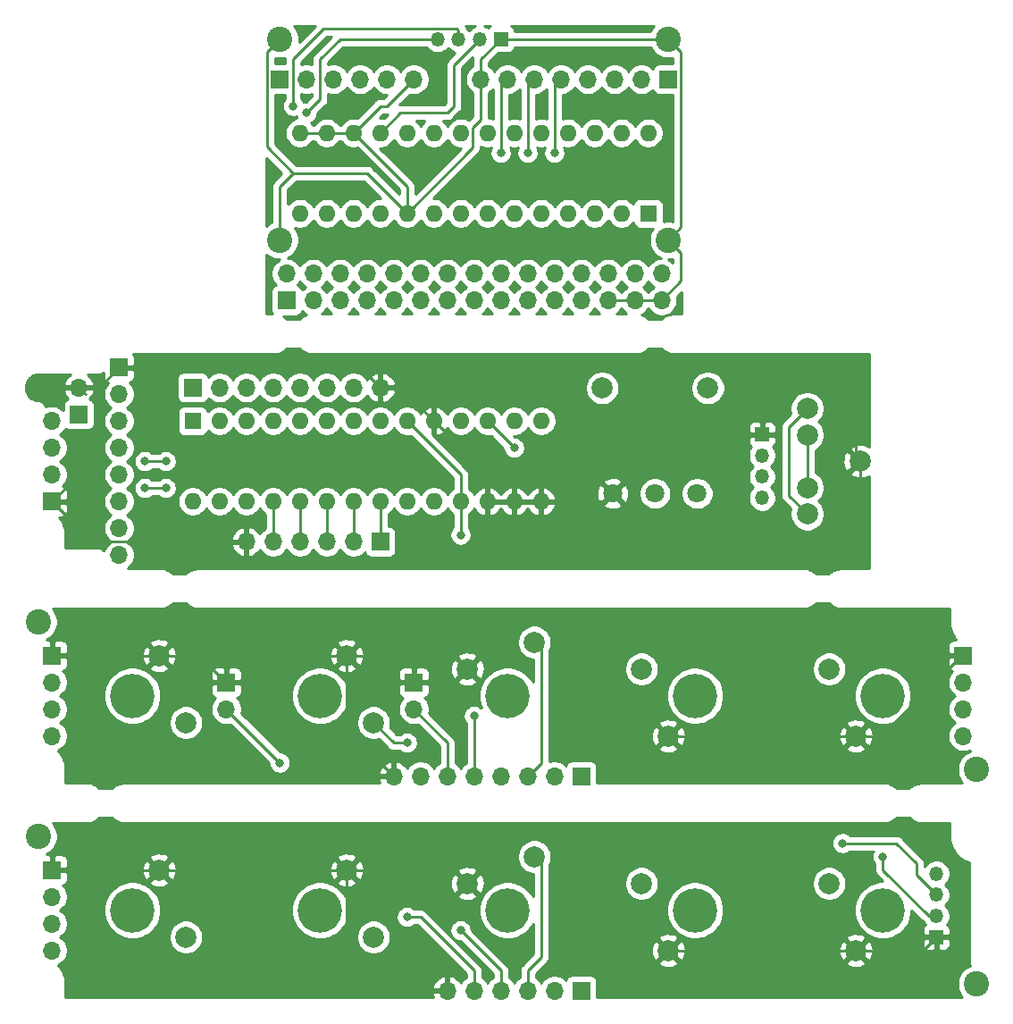
<source format=gbl>
G04 #@! TF.GenerationSoftware,KiCad,Pcbnew,(5.1.8)-1*
G04 #@! TF.CreationDate,2021-10-10T22:10:11+09:00*
G04 #@! TF.ProjectId,windsynth,77696e64-7379-46e7-9468-2e6b69636164,rev?*
G04 #@! TF.SameCoordinates,Original*
G04 #@! TF.FileFunction,Copper,L2,Bot*
G04 #@! TF.FilePolarity,Positive*
%FSLAX46Y46*%
G04 Gerber Fmt 4.6, Leading zero omitted, Abs format (unit mm)*
G04 Created by KiCad (PCBNEW (5.1.8)-1) date 2021-10-10 22:10:11*
%MOMM*%
%LPD*%
G01*
G04 APERTURE LIST*
G04 #@! TA.AperFunction,ComponentPad*
%ADD10R,1.700000X1.700000*%
G04 #@! TD*
G04 #@! TA.AperFunction,ComponentPad*
%ADD11O,1.700000X1.700000*%
G04 #@! TD*
G04 #@! TA.AperFunction,ComponentPad*
%ADD12C,2.000000*%
G04 #@! TD*
G04 #@! TA.AperFunction,ComponentPad*
%ADD13C,4.200000*%
G04 #@! TD*
G04 #@! TA.AperFunction,ComponentPad*
%ADD14R,1.600000X1.600000*%
G04 #@! TD*
G04 #@! TA.AperFunction,ComponentPad*
%ADD15O,1.600000X1.600000*%
G04 #@! TD*
G04 #@! TA.AperFunction,ComponentPad*
%ADD16C,1.800000*%
G04 #@! TD*
G04 #@! TA.AperFunction,ComponentPad*
%ADD17O,1.350000X1.350000*%
G04 #@! TD*
G04 #@! TA.AperFunction,ComponentPad*
%ADD18R,1.350000X1.350000*%
G04 #@! TD*
G04 #@! TA.AperFunction,ViaPad*
%ADD19C,2.400000*%
G04 #@! TD*
G04 #@! TA.AperFunction,ViaPad*
%ADD20C,0.800000*%
G04 #@! TD*
G04 #@! TA.AperFunction,Conductor*
%ADD21C,0.250000*%
G04 #@! TD*
G04 #@! TA.AperFunction,Conductor*
%ADD22C,0.254000*%
G04 #@! TD*
G04 #@! TA.AperFunction,Conductor*
%ADD23C,0.100000*%
G04 #@! TD*
G04 #@! TA.AperFunction,NonConductor*
%ADD24C,0.254000*%
G04 #@! TD*
G04 #@! TA.AperFunction,NonConductor*
%ADD25C,0.100000*%
G04 #@! TD*
G04 APERTURE END LIST*
D10*
G04 #@! TO.P,J10,1*
G04 #@! TO.N,GND2*
X114935000Y-75565000D03*
D11*
G04 #@! TO.P,J10,2*
G04 #@! TO.N,Net-(J10-Pad2)*
X114935000Y-78105000D03*
G04 #@! TO.P,J10,3*
G04 #@! TO.N,Net-(J10-Pad3)*
X114935000Y-80645000D03*
G04 #@! TO.P,J10,4*
G04 #@! TO.N,Net-(J10-Pad4)*
X114935000Y-83185000D03*
G04 #@! TO.P,J10,5*
G04 #@! TO.N,Net-(J10-Pad5)*
X114935000Y-85725000D03*
G04 #@! TO.P,J10,6*
G04 #@! TO.N,Net-(J10-Pad6)*
X114935000Y-88265000D03*
G04 #@! TO.P,J10,7*
G04 #@! TO.N,+3V3*
X114935000Y-90805000D03*
G04 #@! TO.P,J10,8*
G04 #@! TO.N,Net-(J10-Pad8)*
X114935000Y-93345000D03*
G04 #@! TD*
D12*
G04 #@! TO.P,SW1,1*
G04 #@! TO.N,GND*
X184785000Y-130810000D03*
G04 #@! TO.P,SW1,2*
G04 #@! TO.N,Net-(J3-Pad1)*
X182245000Y-124460000D03*
D13*
G04 #@! TO.P,SW1,3*
G04 #@! TO.N,N/C*
X187325000Y-127000000D03*
G04 #@! TD*
D12*
G04 #@! TO.P,SW2,1*
G04 #@! TO.N,GND*
X167005000Y-130810000D03*
G04 #@! TO.P,SW2,2*
G04 #@! TO.N,Net-(J3-Pad2)*
X164465000Y-124460000D03*
D13*
G04 #@! TO.P,SW2,3*
G04 #@! TO.N,N/C*
X169545000Y-127000000D03*
G04 #@! TD*
G04 #@! TO.P,SW3,3*
G04 #@! TO.N,N/C*
X151765000Y-127000000D03*
D12*
G04 #@! TO.P,SW3,2*
G04 #@! TO.N,Net-(J3-Pad3)*
X154305000Y-121920000D03*
G04 #@! TO.P,SW3,1*
G04 #@! TO.N,GND*
X147955000Y-124460000D03*
G04 #@! TD*
G04 #@! TO.P,SW4,1*
G04 #@! TO.N,GND*
X136525000Y-123190000D03*
G04 #@! TO.P,SW4,2*
G04 #@! TO.N,Net-(J3-Pad4)*
X139065000Y-129540000D03*
D13*
G04 #@! TO.P,SW4,3*
G04 #@! TO.N,N/C*
X133985000Y-127000000D03*
G04 #@! TD*
G04 #@! TO.P,SW5,3*
G04 #@! TO.N,N/C*
X116205000Y-127000000D03*
D12*
G04 #@! TO.P,SW5,2*
G04 #@! TO.N,Net-(J3-Pad5)*
X121285000Y-129540000D03*
G04 #@! TO.P,SW5,1*
G04 #@! TO.N,GND*
X118745000Y-123190000D03*
G04 #@! TD*
G04 #@! TO.P,SW6,1*
G04 #@! TO.N,GND1*
X184785000Y-110490000D03*
G04 #@! TO.P,SW6,2*
G04 #@! TO.N,Net-(J6-Pad1)*
X182245000Y-104140000D03*
D13*
G04 #@! TO.P,SW6,3*
G04 #@! TO.N,N/C*
X187325000Y-106680000D03*
G04 #@! TD*
G04 #@! TO.P,SW7,3*
G04 #@! TO.N,N/C*
X169545000Y-106680000D03*
D12*
G04 #@! TO.P,SW7,2*
G04 #@! TO.N,Net-(J6-Pad2)*
X164465000Y-104140000D03*
G04 #@! TO.P,SW7,1*
G04 #@! TO.N,GND1*
X167005000Y-110490000D03*
G04 #@! TD*
G04 #@! TO.P,SW8,1*
G04 #@! TO.N,GND1*
X147955000Y-104140000D03*
G04 #@! TO.P,SW8,2*
G04 #@! TO.N,Net-(J6-Pad3)*
X154305000Y-101600000D03*
D13*
G04 #@! TO.P,SW8,3*
G04 #@! TO.N,N/C*
X151765000Y-106680000D03*
G04 #@! TD*
G04 #@! TO.P,SW9,3*
G04 #@! TO.N,N/C*
X133985000Y-106680000D03*
D12*
G04 #@! TO.P,SW9,2*
G04 #@! TO.N,Net-(J6-Pad4)*
X139065000Y-109220000D03*
G04 #@! TO.P,SW9,1*
G04 #@! TO.N,GND1*
X136525000Y-102870000D03*
G04 #@! TD*
G04 #@! TO.P,SW10,1*
G04 #@! TO.N,GND1*
X118745000Y-102870000D03*
G04 #@! TO.P,SW10,2*
G04 #@! TO.N,Net-(J6-Pad5)*
X121285000Y-109220000D03*
D13*
G04 #@! TO.P,SW10,3*
G04 #@! TO.N,N/C*
X116205000Y-106680000D03*
G04 #@! TD*
D14*
G04 #@! TO.P,U1,1*
G04 #@! TO.N,Net-(J9-Pad1)*
X121920000Y-80645000D03*
D15*
G04 #@! TO.P,U1,15*
G04 #@! TO.N,GND2*
X154940000Y-88265000D03*
G04 #@! TO.P,U1,2*
G04 #@! TO.N,Net-(J9-Pad2)*
X124460000Y-80645000D03*
G04 #@! TO.P,U1,16*
G04 #@! TO.N,GND2*
X152400000Y-88265000D03*
G04 #@! TO.P,U1,3*
G04 #@! TO.N,Net-(J9-Pad3)*
X127000000Y-80645000D03*
G04 #@! TO.P,U1,17*
G04 #@! TO.N,GND2*
X149860000Y-88265000D03*
G04 #@! TO.P,U1,4*
G04 #@! TO.N,Net-(J9-Pad4)*
X129540000Y-80645000D03*
G04 #@! TO.P,U1,18*
G04 #@! TO.N,+3V3*
X147320000Y-88265000D03*
G04 #@! TO.P,U1,5*
G04 #@! TO.N,Net-(J9-Pad5)*
X132080000Y-80645000D03*
G04 #@! TO.P,U1,19*
G04 #@! TO.N,Net-(U1-Pad19)*
X144780000Y-88265000D03*
G04 #@! TO.P,U1,6*
G04 #@! TO.N,Net-(J9-Pad6)*
X134620000Y-80645000D03*
G04 #@! TO.P,U1,20*
G04 #@! TO.N,Net-(U1-Pad20)*
X142240000Y-88265000D03*
G04 #@! TO.P,U1,7*
G04 #@! TO.N,Net-(J9-Pad7)*
X137160000Y-80645000D03*
G04 #@! TO.P,U1,21*
G04 #@! TO.N,Net-(J11-Pad1)*
X139700000Y-88265000D03*
G04 #@! TO.P,U1,8*
G04 #@! TO.N,Net-(U1-Pad8)*
X139700000Y-80645000D03*
G04 #@! TO.P,U1,22*
G04 #@! TO.N,Net-(J11-Pad2)*
X137160000Y-88265000D03*
G04 #@! TO.P,U1,9*
G04 #@! TO.N,+3V3*
X142240000Y-80645000D03*
G04 #@! TO.P,U1,23*
G04 #@! TO.N,Net-(J11-Pad3)*
X134620000Y-88265000D03*
G04 #@! TO.P,U1,10*
G04 #@! TO.N,GND2*
X144780000Y-80645000D03*
G04 #@! TO.P,U1,24*
G04 #@! TO.N,Net-(J11-Pad4)*
X132080000Y-88265000D03*
G04 #@! TO.P,U1,11*
G04 #@! TO.N,Net-(U1-Pad11)*
X147320000Y-80645000D03*
G04 #@! TO.P,U1,25*
G04 #@! TO.N,Net-(J11-Pad5)*
X129540000Y-88265000D03*
G04 #@! TO.P,U1,12*
G04 #@! TO.N,Net-(J7-Pad4)*
X149860000Y-80645000D03*
G04 #@! TO.P,U1,26*
G04 #@! TO.N,Net-(U1-Pad26)*
X127000000Y-88265000D03*
G04 #@! TO.P,U1,13*
G04 #@! TO.N,Net-(J7-Pad3)*
X152400000Y-80645000D03*
G04 #@! TO.P,U1,27*
G04 #@! TO.N,Net-(U1-Pad27)*
X124460000Y-88265000D03*
G04 #@! TO.P,U1,14*
G04 #@! TO.N,Net-(U1-Pad14)*
X154940000Y-80645000D03*
G04 #@! TO.P,U1,28*
G04 #@! TO.N,Net-(U1-Pad28)*
X121920000Y-88265000D03*
G04 #@! TD*
D12*
G04 #@! TO.P,RV1,*
G04 #@! TO.N,*
X160735000Y-77510000D03*
D16*
G04 #@! TO.P,RV1,3*
G04 #@! TO.N,GND2*
X161735000Y-87510000D03*
G04 #@! TO.P,RV1,2*
G04 #@! TO.N,Net-(J12-Pad2)*
X165735000Y-87510000D03*
G04 #@! TO.P,RV1,1*
G04 #@! TO.N,Net-(J10-Pad3)*
X169735000Y-87510000D03*
D12*
G04 #@! TO.P,RV1,*
G04 #@! TO.N,*
X170735000Y-77510000D03*
G04 #@! TD*
D11*
G04 #@! TO.P,SW11,2*
G04 #@! TO.N,Net-(J6-Pad6)*
X142875000Y-107950000D03*
D10*
G04 #@! TO.P,SW11,1*
G04 #@! TO.N,GND1*
X142875000Y-105410000D03*
G04 #@! TD*
G04 #@! TO.P,SW12,1*
G04 #@! TO.N,GND1*
X125095000Y-105410000D03*
D11*
G04 #@! TO.P,SW12,2*
G04 #@! TO.N,Net-(J6-Pad7)*
X125095000Y-107950000D03*
G04 #@! TD*
D17*
G04 #@! TO.P,J1,4*
G04 #@! TO.N,Net-(J1-Pad4)*
X192405000Y-123540000D03*
G04 #@! TO.P,J1,3*
G04 #@! TO.N,Net-(J1-Pad3)*
X192405000Y-125540000D03*
G04 #@! TO.P,J1,2*
G04 #@! TO.N,Net-(J1-Pad2)*
X192405000Y-127540000D03*
D18*
G04 #@! TO.P,J1,1*
G04 #@! TO.N,GND*
X192405000Y-129540000D03*
G04 #@! TD*
G04 #@! TO.P,J8,1*
G04 #@! TO.N,GND2*
X175895000Y-81915000D03*
D17*
G04 #@! TO.P,J8,2*
G04 #@! TO.N,+3V3*
X175895000Y-83915000D03*
G04 #@! TO.P,J8,3*
G04 #@! TO.N,Net-(J7-Pad3)*
X175895000Y-85915000D03*
G04 #@! TO.P,J8,4*
G04 #@! TO.N,Net-(J7-Pad4)*
X175895000Y-87915000D03*
G04 #@! TD*
D10*
G04 #@! TO.P,J2,1*
G04 #@! TO.N,GND*
X108585000Y-123190000D03*
D11*
G04 #@! TO.P,J2,2*
G04 #@! TO.N,Net-(J1-Pad2)*
X108585000Y-125730000D03*
G04 #@! TO.P,J2,3*
G04 #@! TO.N,Net-(J1-Pad3)*
X108585000Y-128270000D03*
G04 #@! TO.P,J2,4*
G04 #@! TO.N,Net-(J1-Pad4)*
X108585000Y-130810000D03*
G04 #@! TD*
G04 #@! TO.P,J3,6*
G04 #@! TO.N,GND*
X146050000Y-134620000D03*
G04 #@! TO.P,J3,5*
G04 #@! TO.N,Net-(J3-Pad5)*
X148590000Y-134620000D03*
G04 #@! TO.P,J3,4*
G04 #@! TO.N,Net-(J3-Pad4)*
X151130000Y-134620000D03*
G04 #@! TO.P,J3,3*
G04 #@! TO.N,Net-(J3-Pad3)*
X153670000Y-134620000D03*
G04 #@! TO.P,J3,2*
G04 #@! TO.N,Net-(J3-Pad2)*
X156210000Y-134620000D03*
D10*
G04 #@! TO.P,J3,1*
G04 #@! TO.N,Net-(J3-Pad1)*
X158750000Y-134620000D03*
G04 #@! TD*
D11*
G04 #@! TO.P,J4,4*
G04 #@! TO.N,Net-(J4-Pad4)*
X194945000Y-110490000D03*
G04 #@! TO.P,J4,3*
G04 #@! TO.N,Net-(J4-Pad3)*
X194945000Y-107950000D03*
G04 #@! TO.P,J4,2*
G04 #@! TO.N,Net-(J4-Pad2)*
X194945000Y-105410000D03*
D10*
G04 #@! TO.P,J4,1*
G04 #@! TO.N,GND1*
X194945000Y-102870000D03*
G04 #@! TD*
G04 #@! TO.P,J5,1*
G04 #@! TO.N,GND1*
X108585000Y-102870000D03*
D11*
G04 #@! TO.P,J5,2*
G04 #@! TO.N,Net-(J4-Pad2)*
X108585000Y-105410000D03*
G04 #@! TO.P,J5,3*
G04 #@! TO.N,Net-(J4-Pad3)*
X108585000Y-107950000D03*
G04 #@! TO.P,J5,4*
G04 #@! TO.N,Net-(J4-Pad4)*
X108585000Y-110490000D03*
G04 #@! TD*
D10*
G04 #@! TO.P,J6,1*
G04 #@! TO.N,Net-(J6-Pad1)*
X158750000Y-114300000D03*
D11*
G04 #@! TO.P,J6,2*
G04 #@! TO.N,Net-(J6-Pad2)*
X156210000Y-114300000D03*
G04 #@! TO.P,J6,3*
G04 #@! TO.N,Net-(J6-Pad3)*
X153670000Y-114300000D03*
G04 #@! TO.P,J6,4*
G04 #@! TO.N,Net-(J6-Pad4)*
X151130000Y-114300000D03*
G04 #@! TO.P,J6,5*
G04 #@! TO.N,Net-(J6-Pad5)*
X148590000Y-114300000D03*
G04 #@! TO.P,J6,6*
G04 #@! TO.N,Net-(J6-Pad6)*
X146050000Y-114300000D03*
G04 #@! TO.P,J6,7*
G04 #@! TO.N,Net-(J6-Pad7)*
X143510000Y-114300000D03*
G04 #@! TO.P,J6,8*
G04 #@! TO.N,GND1*
X140970000Y-114300000D03*
G04 #@! TD*
G04 #@! TO.P,J7,4*
G04 #@! TO.N,Net-(J7-Pad4)*
X108585000Y-80645000D03*
G04 #@! TO.P,J7,3*
G04 #@! TO.N,Net-(J7-Pad3)*
X108585000Y-83185000D03*
G04 #@! TO.P,J7,2*
G04 #@! TO.N,+3V3*
X108585000Y-85725000D03*
D10*
G04 #@! TO.P,J7,1*
G04 #@! TO.N,GND2*
X108585000Y-88265000D03*
G04 #@! TD*
D11*
G04 #@! TO.P,J9,8*
G04 #@! TO.N,GND2*
X139700000Y-77470000D03*
G04 #@! TO.P,J9,7*
G04 #@! TO.N,Net-(J9-Pad7)*
X137160000Y-77470000D03*
G04 #@! TO.P,J9,6*
G04 #@! TO.N,Net-(J9-Pad6)*
X134620000Y-77470000D03*
G04 #@! TO.P,J9,5*
G04 #@! TO.N,Net-(J9-Pad5)*
X132080000Y-77470000D03*
G04 #@! TO.P,J9,4*
G04 #@! TO.N,Net-(J9-Pad4)*
X129540000Y-77470000D03*
G04 #@! TO.P,J9,3*
G04 #@! TO.N,Net-(J9-Pad3)*
X127000000Y-77470000D03*
G04 #@! TO.P,J9,2*
G04 #@! TO.N,Net-(J9-Pad2)*
X124460000Y-77470000D03*
D10*
G04 #@! TO.P,J9,1*
G04 #@! TO.N,Net-(J9-Pad1)*
X121920000Y-77470000D03*
G04 #@! TD*
G04 #@! TO.P,J11,1*
G04 #@! TO.N,Net-(J11-Pad1)*
X139700000Y-92075000D03*
D11*
G04 #@! TO.P,J11,2*
G04 #@! TO.N,Net-(J11-Pad2)*
X137160000Y-92075000D03*
G04 #@! TO.P,J11,3*
G04 #@! TO.N,Net-(J11-Pad3)*
X134620000Y-92075000D03*
G04 #@! TO.P,J11,4*
G04 #@! TO.N,Net-(J11-Pad4)*
X132080000Y-92075000D03*
G04 #@! TO.P,J11,5*
G04 #@! TO.N,Net-(J11-Pad5)*
X129540000Y-92075000D03*
G04 #@! TO.P,J11,6*
G04 #@! TO.N,GND2*
X127000000Y-92075000D03*
G04 #@! TD*
D12*
G04 #@! TO.P,J12,1*
G04 #@! TO.N,GND2*
X185165000Y-84455000D03*
G04 #@! TO.P,J12,2*
G04 #@! TO.N,Net-(J12-Pad2)*
X180165000Y-89455000D03*
G04 #@! TO.P,J12,3*
G04 #@! TO.N,Net-(J12-Pad3)*
X180165000Y-86955000D03*
G04 #@! TO.P,J12,4*
X180165000Y-81955000D03*
G04 #@! TO.P,J12,5*
G04 #@! TO.N,Net-(J12-Pad2)*
X180165000Y-79455000D03*
G04 #@! TD*
D10*
G04 #@! TO.P,J13,1*
G04 #@! TO.N,Net-(J10-Pad4)*
X111125000Y-80010000D03*
D11*
G04 #@! TO.P,J13,2*
G04 #@! TO.N,GND2*
X111125000Y-77470000D03*
G04 #@! TD*
D10*
G04 #@! TO.P,J14,1*
G04 #@! TO.N,Net-(J14-Pad1)*
X130810000Y-69215000D03*
D11*
G04 #@! TO.P,J14,2*
G04 #@! TO.N,Net-(J14-Pad2)*
X130810000Y-66675000D03*
G04 #@! TO.P,J14,3*
G04 #@! TO.N,Net-(J14-Pad3)*
X133350000Y-69215000D03*
G04 #@! TO.P,J14,4*
G04 #@! TO.N,Net-(J14-Pad4)*
X133350000Y-66675000D03*
G04 #@! TO.P,J14,5*
G04 #@! TO.N,Net-(J14-Pad5)*
X135890000Y-69215000D03*
G04 #@! TO.P,J14,6*
G04 #@! TO.N,Net-(J14-Pad6)*
X135890000Y-66675000D03*
G04 #@! TO.P,J14,7*
G04 #@! TO.N,Net-(J14-Pad7)*
X138430000Y-69215000D03*
G04 #@! TO.P,J14,8*
G04 #@! TO.N,Net-(J14-Pad8)*
X138430000Y-66675000D03*
G04 #@! TO.P,J14,9*
G04 #@! TO.N,Net-(J14-Pad9)*
X140970000Y-69215000D03*
G04 #@! TO.P,J14,10*
G04 #@! TO.N,Net-(J14-Pad10)*
X140970000Y-66675000D03*
G04 #@! TO.P,J14,11*
G04 #@! TO.N,Net-(J14-Pad11)*
X143510000Y-69215000D03*
G04 #@! TO.P,J14,12*
G04 #@! TO.N,Net-(J14-Pad12)*
X143510000Y-66675000D03*
G04 #@! TO.P,J14,13*
G04 #@! TO.N,Net-(J14-Pad13)*
X146050000Y-69215000D03*
G04 #@! TO.P,J14,14*
G04 #@! TO.N,Net-(J14-Pad14)*
X146050000Y-66675000D03*
G04 #@! TO.P,J14,15*
G04 #@! TO.N,Net-(J14-Pad15)*
X148590000Y-69215000D03*
G04 #@! TO.P,J14,16*
G04 #@! TO.N,Net-(J14-Pad16)*
X148590000Y-66675000D03*
G04 #@! TO.P,J14,17*
G04 #@! TO.N,Net-(J14-Pad17)*
X151130000Y-69215000D03*
G04 #@! TO.P,J14,18*
G04 #@! TO.N,Net-(J14-Pad18)*
X151130000Y-66675000D03*
G04 #@! TO.P,J14,19*
G04 #@! TO.N,Net-(J14-Pad19)*
X153670000Y-69215000D03*
G04 #@! TO.P,J14,20*
G04 #@! TO.N,Net-(J14-Pad20)*
X153670000Y-66675000D03*
G04 #@! TO.P,J14,21*
G04 #@! TO.N,Net-(J14-Pad21)*
X156210000Y-69215000D03*
G04 #@! TO.P,J14,22*
G04 #@! TO.N,Net-(J14-Pad22)*
X156210000Y-66675000D03*
G04 #@! TO.P,J14,23*
G04 #@! TO.N,Net-(J14-Pad23)*
X158750000Y-69215000D03*
G04 #@! TO.P,J14,24*
G04 #@! TO.N,Net-(J14-Pad24)*
X158750000Y-66675000D03*
G04 #@! TO.P,J14,25*
G04 #@! TO.N,GND3*
X161290000Y-69215000D03*
G04 #@! TO.P,J14,26*
G04 #@! TO.N,Net-(J14-Pad26)*
X161290000Y-66675000D03*
G04 #@! TO.P,J14,27*
G04 #@! TO.N,GND3*
X163830000Y-69215000D03*
G04 #@! TO.P,J14,28*
G04 #@! TO.N,Net-(J14-Pad28)*
X163830000Y-66675000D03*
G04 #@! TO.P,J14,29*
G04 #@! TO.N,GND3*
X166370000Y-69215000D03*
G04 #@! TO.P,J14,30*
G04 #@! TO.N,Net-(J14-Pad30)*
X166370000Y-66675000D03*
G04 #@! TD*
D18*
G04 #@! TO.P,J15,1*
G04 #@! TO.N,GND3*
X151130000Y-44450000D03*
D17*
G04 #@! TO.P,J15,2*
G04 #@! TO.N,Net-(J14-Pad20)*
X149130000Y-44450000D03*
G04 #@! TO.P,J15,3*
G04 #@! TO.N,Net-(J14-Pad11)*
X147130000Y-44450000D03*
G04 #@! TO.P,J15,4*
G04 #@! TO.N,Net-(J14-Pad12)*
X145130000Y-44450000D03*
G04 #@! TD*
D10*
G04 #@! TO.P,J16,1*
G04 #@! TO.N,Net-(J16-Pad1)*
X130175000Y-48260000D03*
D11*
G04 #@! TO.P,J16,2*
G04 #@! TO.N,Net-(J16-Pad2)*
X132715000Y-48260000D03*
G04 #@! TO.P,J16,3*
G04 #@! TO.N,Net-(J16-Pad3)*
X135255000Y-48260000D03*
G04 #@! TO.P,J16,4*
G04 #@! TO.N,Net-(J16-Pad4)*
X137795000Y-48260000D03*
G04 #@! TO.P,J16,5*
G04 #@! TO.N,Net-(J16-Pad5)*
X140335000Y-48260000D03*
G04 #@! TO.P,J16,6*
G04 #@! TO.N,GND3*
X142875000Y-48260000D03*
G04 #@! TD*
D10*
G04 #@! TO.P,J17,1*
G04 #@! TO.N,Net-(J17-Pad1)*
X167005000Y-48260000D03*
D11*
G04 #@! TO.P,J17,2*
G04 #@! TO.N,Net-(J17-Pad2)*
X164465000Y-48260000D03*
G04 #@! TO.P,J17,3*
G04 #@! TO.N,Net-(J17-Pad3)*
X161925000Y-48260000D03*
G04 #@! TO.P,J17,4*
G04 #@! TO.N,Net-(J17-Pad4)*
X159385000Y-48260000D03*
G04 #@! TO.P,J17,5*
G04 #@! TO.N,Net-(J17-Pad5)*
X156845000Y-48260000D03*
G04 #@! TO.P,J17,6*
G04 #@! TO.N,Net-(J17-Pad6)*
X154305000Y-48260000D03*
G04 #@! TO.P,J17,7*
G04 #@! TO.N,Net-(J17-Pad7)*
X151765000Y-48260000D03*
G04 #@! TO.P,J17,8*
G04 #@! TO.N,GND3*
X149225000Y-48260000D03*
G04 #@! TD*
D14*
G04 #@! TO.P,U2,1*
G04 #@! TO.N,Net-(J17-Pad1)*
X165100000Y-60960000D03*
D15*
G04 #@! TO.P,U2,15*
G04 #@! TO.N,GND3*
X132080000Y-53340000D03*
G04 #@! TO.P,U2,2*
G04 #@! TO.N,Net-(J17-Pad2)*
X162560000Y-60960000D03*
G04 #@! TO.P,U2,16*
G04 #@! TO.N,GND3*
X134620000Y-53340000D03*
G04 #@! TO.P,U2,3*
G04 #@! TO.N,Net-(J17-Pad3)*
X160020000Y-60960000D03*
G04 #@! TO.P,U2,17*
G04 #@! TO.N,GND3*
X137160000Y-53340000D03*
G04 #@! TO.P,U2,4*
G04 #@! TO.N,Net-(J17-Pad4)*
X157480000Y-60960000D03*
G04 #@! TO.P,U2,18*
G04 #@! TO.N,Net-(J14-Pad20)*
X139700000Y-53340000D03*
G04 #@! TO.P,U2,5*
G04 #@! TO.N,Net-(J17-Pad5)*
X154940000Y-60960000D03*
G04 #@! TO.P,U2,19*
G04 #@! TO.N,Net-(U2-Pad19)*
X142240000Y-53340000D03*
G04 #@! TO.P,U2,6*
G04 #@! TO.N,Net-(J17-Pad6)*
X152400000Y-60960000D03*
G04 #@! TO.P,U2,20*
G04 #@! TO.N,Net-(U2-Pad20)*
X144780000Y-53340000D03*
G04 #@! TO.P,U2,7*
G04 #@! TO.N,Net-(J17-Pad7)*
X149860000Y-60960000D03*
G04 #@! TO.P,U2,21*
G04 #@! TO.N,Net-(J16-Pad1)*
X147320000Y-53340000D03*
G04 #@! TO.P,U2,8*
G04 #@! TO.N,Net-(U2-Pad8)*
X147320000Y-60960000D03*
G04 #@! TO.P,U2,22*
G04 #@! TO.N,Net-(J16-Pad2)*
X149860000Y-53340000D03*
G04 #@! TO.P,U2,9*
G04 #@! TO.N,Net-(J14-Pad20)*
X144780000Y-60960000D03*
G04 #@! TO.P,U2,23*
G04 #@! TO.N,Net-(J16-Pad3)*
X152400000Y-53340000D03*
G04 #@! TO.P,U2,10*
G04 #@! TO.N,GND3*
X142240000Y-60960000D03*
G04 #@! TO.P,U2,24*
G04 #@! TO.N,Net-(J16-Pad4)*
X154940000Y-53340000D03*
G04 #@! TO.P,U2,11*
G04 #@! TO.N,Net-(U2-Pad11)*
X139700000Y-60960000D03*
G04 #@! TO.P,U2,25*
G04 #@! TO.N,Net-(J16-Pad5)*
X157480000Y-53340000D03*
G04 #@! TO.P,U2,12*
G04 #@! TO.N,Net-(J14-Pad12)*
X137160000Y-60960000D03*
G04 #@! TO.P,U2,26*
G04 #@! TO.N,Net-(U2-Pad26)*
X160020000Y-53340000D03*
G04 #@! TO.P,U2,13*
G04 #@! TO.N,Net-(J14-Pad11)*
X134620000Y-60960000D03*
G04 #@! TO.P,U2,27*
G04 #@! TO.N,Net-(U2-Pad27)*
X162560000Y-53340000D03*
G04 #@! TO.P,U2,14*
G04 #@! TO.N,Net-(U2-Pad14)*
X132080000Y-60960000D03*
G04 #@! TO.P,U2,28*
G04 #@! TO.N,Net-(U2-Pad28)*
X165100000Y-53340000D03*
G04 #@! TD*
D19*
G04 #@! TO.N,*
X107315000Y-120015000D03*
X196215000Y-133985000D03*
X107315000Y-99695000D03*
X196215000Y-113665000D03*
G04 #@! TO.N,GND2*
X107315000Y-77470000D03*
D20*
G04 #@! TO.N,Net-(J1-Pad3)*
X183515000Y-120650000D03*
G04 #@! TO.N,Net-(J1-Pad2)*
X187325000Y-121920000D03*
G04 #@! TO.N,Net-(J3-Pad4)*
X147320000Y-128905000D03*
G04 #@! TO.N,Net-(J3-Pad5)*
X142240000Y-127635000D03*
G04 #@! TO.N,Net-(J6-Pad4)*
X142240000Y-111125000D03*
G04 #@! TO.N,Net-(J6-Pad5)*
X148590000Y-108585000D03*
D19*
G04 #@! TO.N,GND2*
X184785000Y-93345000D03*
X184785000Y-75565000D03*
G04 #@! TO.N,GND3*
X167005000Y-44450000D03*
D20*
G04 #@! TO.N,Net-(J7-Pad3)*
X117385000Y-86995000D03*
X119380000Y-86995000D03*
G04 #@! TO.N,Net-(J7-Pad4)*
X117385000Y-84455000D03*
X119380000Y-84455000D03*
X152400000Y-83185000D03*
G04 #@! TO.N,Net-(J6-Pad7)*
X130175000Y-113030000D03*
G04 #@! TO.N,+3V3*
X147320000Y-91440000D03*
D19*
G04 #@! TO.N,GND3*
X130175000Y-44450000D03*
X167005000Y-63500000D03*
X130175000Y-63500000D03*
D20*
G04 #@! TO.N,Net-(J14-Pad11)*
X131445000Y-50800000D03*
G04 #@! TO.N,Net-(J14-Pad12)*
X132715000Y-51435000D03*
G04 #@! TO.N,Net-(J17-Pad5)*
X156210000Y-55245000D03*
G04 #@! TO.N,Net-(J17-Pad6)*
X153670000Y-55245000D03*
G04 #@! TO.N,Net-(J17-Pad7)*
X151130000Y-55245000D03*
G04 #@! TD*
D21*
G04 #@! TO.N,Net-(J1-Pad3)*
X190500000Y-123635000D02*
X192405000Y-125540000D01*
X190500000Y-122555000D02*
X190500000Y-123635000D01*
X188595000Y-120650000D02*
X190500000Y-122555000D01*
X183515000Y-120650000D02*
X188595000Y-120650000D01*
G04 #@! TO.N,Net-(J1-Pad2)*
X187325000Y-121920000D02*
X187325000Y-123190000D01*
X191675000Y-127540000D02*
X192405000Y-127540000D01*
X187325000Y-123190000D02*
X191675000Y-127540000D01*
G04 #@! TO.N,Net-(J3-Pad3)*
X153670000Y-132715000D02*
X154940000Y-131445000D01*
X154940000Y-122555000D02*
X154305000Y-121920000D01*
X154940000Y-131445000D02*
X154940000Y-122555000D01*
X153670000Y-132715000D02*
X153670000Y-134620000D01*
G04 #@! TO.N,Net-(J3-Pad4)*
X151130000Y-132715000D02*
X147320000Y-128905000D01*
X151130000Y-132715000D02*
X151130000Y-134620000D01*
G04 #@! TO.N,Net-(J3-Pad5)*
X148590000Y-132715000D02*
X143510000Y-127635000D01*
X148590000Y-132715000D02*
X148590000Y-134620000D01*
X142240000Y-127635000D02*
X143510000Y-127635000D01*
G04 #@! TO.N,GND*
X109855000Y-123190000D02*
X118745000Y-123190000D01*
X120015000Y-123190000D02*
X136525000Y-123190000D01*
X147955000Y-124460000D02*
X153035000Y-119380000D01*
X153035000Y-119380000D02*
X156845000Y-119380000D01*
X158115000Y-121920000D02*
X167005000Y-130810000D01*
X156845000Y-119380000D02*
X156845000Y-121920000D01*
X167005000Y-130810000D02*
X183515000Y-130810000D01*
X120015000Y-123190000D02*
X118745000Y-123190000D01*
X146685000Y-123190000D02*
X147955000Y-124460000D01*
X136525000Y-123190000D02*
X146685000Y-123190000D01*
X156845000Y-121920000D02*
X158115000Y-121920000D01*
X183515000Y-130810000D02*
X184785000Y-130810000D01*
X108585000Y-123190000D02*
X109855000Y-123190000D01*
X146050000Y-132715000D02*
X146050000Y-134620000D01*
X136525000Y-123190000D02*
X136525000Y-131445000D01*
X136525000Y-131445000D02*
X137795000Y-132715000D01*
X137795000Y-132715000D02*
X146050000Y-132715000D01*
X193675000Y-130810000D02*
X194945000Y-130810000D01*
X191135000Y-130810000D02*
X192405000Y-129540000D01*
X184785000Y-130810000D02*
X191135000Y-130810000D01*
G04 #@! TO.N,GND1*
X108585000Y-102870000D02*
X118745000Y-102870000D01*
X146685000Y-102870000D02*
X147955000Y-104140000D01*
X118745000Y-102870000D02*
X146685000Y-102870000D01*
X160655000Y-104140000D02*
X167005000Y-110490000D01*
X167005000Y-110490000D02*
X184785000Y-110490000D01*
X136525000Y-109855000D02*
X140970000Y-114300000D01*
X136525000Y-102870000D02*
X136525000Y-109855000D01*
X147955000Y-104140000D02*
X152400000Y-99695000D01*
X152400000Y-99695000D02*
X156210000Y-99695000D01*
X156210000Y-99695000D02*
X160655000Y-104140000D01*
X122555000Y-102870000D02*
X125095000Y-105410000D01*
X118745000Y-102870000D02*
X122555000Y-102870000D01*
X146685000Y-105410000D02*
X147955000Y-104140000D01*
X142875000Y-105410000D02*
X146685000Y-105410000D01*
X194724002Y-102870000D02*
X194945000Y-102870000D01*
X187104002Y-110490000D02*
X194724002Y-102870000D01*
X184785000Y-110490000D02*
X187104002Y-110490000D01*
G04 #@! TO.N,Net-(J6-Pad3)*
X153670000Y-114300000D02*
X154940000Y-113030000D01*
X154940000Y-102235000D02*
X154305000Y-101600000D01*
X154940000Y-113030000D02*
X154940000Y-102235000D01*
G04 #@! TO.N,Net-(J6-Pad4)*
X140970000Y-111125000D02*
X139065000Y-109220000D01*
X142240000Y-111125000D02*
X140970000Y-111125000D01*
G04 #@! TO.N,Net-(J6-Pad5)*
X148590000Y-114300000D02*
X148590000Y-108585000D01*
G04 #@! TO.N,GND2*
X149860000Y-88265000D02*
X152400000Y-88265000D01*
X152400000Y-88265000D02*
X154940000Y-88265000D01*
X111125000Y-77470000D02*
X111760000Y-78105000D01*
X114300000Y-75565000D02*
X114935000Y-75565000D01*
X137795000Y-75565000D02*
X139700000Y-77470000D01*
X114935000Y-75565000D02*
X137795000Y-75565000D01*
X141605000Y-77470000D02*
X144780000Y-80645000D01*
X139700000Y-77470000D02*
X141605000Y-77470000D01*
X149860000Y-85725000D02*
X149860000Y-88265000D01*
X144780000Y-80645000D02*
X149860000Y-85725000D01*
X127000000Y-92075000D02*
X111760000Y-92075000D01*
X160980000Y-88265000D02*
X161735000Y-87510000D01*
X154940000Y-88265000D02*
X160980000Y-88265000D01*
X161735000Y-87510000D02*
X167330000Y-81915000D01*
X167330000Y-81915000D02*
X175895000Y-81915000D01*
X181320000Y-75565000D02*
X184785000Y-75565000D01*
X175895000Y-80990000D02*
X181320000Y-75565000D01*
X175895000Y-81915000D02*
X175895000Y-80990000D01*
X184785000Y-84075000D02*
X185165000Y-84455000D01*
X184785000Y-75565000D02*
X184785000Y-84075000D01*
X185165000Y-92965000D02*
X184785000Y-93345000D01*
X185165000Y-84455000D02*
X185165000Y-92965000D01*
X111760000Y-91440000D02*
X108585000Y-88265000D01*
X111760000Y-92075000D02*
X111760000Y-91440000D01*
X113030000Y-77470000D02*
X114935000Y-75565000D01*
X111125000Y-77470000D02*
X113030000Y-77470000D01*
X111125000Y-77470000D02*
X107315000Y-77470000D01*
X113030000Y-83820000D02*
X108585000Y-88265000D01*
X113030000Y-77470000D02*
X113030000Y-83820000D01*
G04 #@! TO.N,Net-(J7-Pad3)*
X117385000Y-86995000D02*
X119380000Y-86995000D01*
G04 #@! TO.N,Net-(J7-Pad4)*
X117385000Y-84455000D02*
X119380000Y-84455000D01*
X152400000Y-83185000D02*
X149860000Y-80645000D01*
G04 #@! TO.N,Net-(J6-Pad7)*
X130175000Y-113030000D02*
X125095000Y-107950000D01*
G04 #@! TO.N,Net-(J6-Pad6)*
X146050000Y-111125000D02*
X142875000Y-107950000D01*
X146050000Y-114300000D02*
X146050000Y-111125000D01*
G04 #@! TO.N,+3V3*
X147320000Y-91440000D02*
X147320000Y-88265000D01*
X147320000Y-85725000D02*
X142240000Y-80645000D01*
X147320000Y-88265000D02*
X147320000Y-85725000D01*
G04 #@! TO.N,Net-(J11-Pad1)*
X139700000Y-92075000D02*
X139700000Y-88265000D01*
G04 #@! TO.N,Net-(J11-Pad2)*
X137160000Y-92075000D02*
X137160000Y-88265000D01*
G04 #@! TO.N,Net-(J11-Pad3)*
X134620000Y-92075000D02*
X134620000Y-88265000D01*
G04 #@! TO.N,Net-(J11-Pad4)*
X132080000Y-92075000D02*
X132080000Y-88265000D01*
G04 #@! TO.N,Net-(J11-Pad5)*
X129540000Y-92075000D02*
X129540000Y-88265000D01*
G04 #@! TO.N,Net-(J12-Pad2)*
X178435000Y-87725000D02*
X180165000Y-89455000D01*
X178435000Y-81185000D02*
X178435000Y-87725000D01*
X180165000Y-79455000D02*
X178435000Y-81185000D01*
G04 #@! TO.N,Net-(J12-Pad3)*
X180165000Y-86955000D02*
X180165000Y-81955000D01*
G04 #@! TO.N,GND3*
X166370000Y-45085000D02*
X167005000Y-44450000D01*
X132080000Y-53340000D02*
X134620000Y-53340000D01*
X134620000Y-53340000D02*
X137160000Y-53340000D01*
X137160000Y-53340000D02*
X139700000Y-50800000D01*
X140335000Y-50800000D02*
X142875000Y-48260000D01*
X139700000Y-50800000D02*
X140335000Y-50800000D01*
X149225000Y-46355000D02*
X151130000Y-44450000D01*
X149225000Y-48260000D02*
X149225000Y-46355000D01*
X151130000Y-44450000D02*
X167005000Y-44450000D01*
X148445001Y-54754999D02*
X142240000Y-60960000D01*
X148445001Y-52849999D02*
X148445001Y-54754999D01*
X149225000Y-52070000D02*
X148445001Y-52849999D01*
X149225000Y-48260000D02*
X149225000Y-52070000D01*
X142240000Y-58420000D02*
X137160000Y-53340000D01*
X142240000Y-60960000D02*
X142240000Y-58420000D01*
X142240000Y-60960000D02*
X138430000Y-57150000D01*
X138430000Y-57150000D02*
X131445000Y-57150000D01*
X128975001Y-45649999D02*
X130175000Y-44450000D01*
X128975001Y-54680001D02*
X128975001Y-45649999D01*
X131445000Y-57150000D02*
X128975001Y-54680001D01*
X168204999Y-62300001D02*
X167005000Y-63500000D01*
X168204999Y-45649999D02*
X168204999Y-62300001D01*
X167005000Y-44450000D02*
X168204999Y-45649999D01*
X161290000Y-69215000D02*
X163830000Y-69215000D01*
X163830000Y-69215000D02*
X166370000Y-69215000D01*
X168204999Y-64699999D02*
X167005000Y-63500000D01*
X168204999Y-67380001D02*
X168204999Y-64699999D01*
X166370000Y-69215000D02*
X168204999Y-67380001D01*
X130175000Y-63500000D02*
X130175000Y-58420000D01*
X130175000Y-58420000D02*
X131445000Y-57150000D01*
G04 #@! TO.N,Net-(J14-Pad20)*
X139700000Y-53340000D02*
X141605000Y-51435000D01*
X141605000Y-51435000D02*
X146050000Y-51435000D01*
X146050000Y-51435000D02*
X146685000Y-50800000D01*
X146685000Y-46895000D02*
X149130000Y-44450000D01*
X146685000Y-50800000D02*
X146685000Y-46895000D01*
G04 #@! TO.N,Net-(J14-Pad11)*
X147130000Y-44450000D02*
X147130000Y-43625000D01*
X146954999Y-43449999D02*
X134350001Y-43449999D01*
X147130000Y-43625000D02*
X146954999Y-43449999D01*
X134350001Y-43449999D02*
X131445000Y-46355000D01*
X131445000Y-46355000D02*
X131445000Y-50800000D01*
G04 #@! TO.N,Net-(J14-Pad12)*
X132715000Y-51435000D02*
X133985000Y-50165000D01*
X133985000Y-50165000D02*
X133985000Y-46355000D01*
X135890000Y-44450000D02*
X145130000Y-44450000D01*
X133985000Y-46355000D02*
X135890000Y-44450000D01*
G04 #@! TO.N,Net-(J17-Pad5)*
X156210000Y-48895000D02*
X156845000Y-48260000D01*
X156210000Y-55245000D02*
X156210000Y-48895000D01*
G04 #@! TO.N,Net-(J17-Pad6)*
X154305000Y-48260000D02*
X153670000Y-48895000D01*
X153670000Y-48895000D02*
X153670000Y-55245000D01*
G04 #@! TO.N,Net-(J17-Pad7)*
X151130000Y-48895000D02*
X151765000Y-48260000D01*
X151130000Y-55245000D02*
X151130000Y-48895000D01*
G04 #@! TD*
D22*
G04 #@! TO.N,GND*
X114250875Y-118246745D02*
X114257976Y-118252618D01*
X114450053Y-118409273D01*
X114499875Y-118442374D01*
X114549237Y-118476173D01*
X114557343Y-118480556D01*
X114776191Y-118596919D01*
X114831479Y-118619707D01*
X114886475Y-118643279D01*
X114895278Y-118646003D01*
X115132559Y-118717643D01*
X115191246Y-118729264D01*
X115249752Y-118741700D01*
X115258915Y-118742663D01*
X115258917Y-118742663D01*
X115505595Y-118766850D01*
X115505598Y-118766850D01*
X115537581Y-118770000D01*
X187357419Y-118770000D01*
X187390661Y-118766726D01*
X187407137Y-118766726D01*
X187416302Y-118765763D01*
X187662618Y-118738134D01*
X187721098Y-118725703D01*
X187779808Y-118714079D01*
X187788611Y-118711353D01*
X188024869Y-118636408D01*
X188079824Y-118612854D01*
X188135158Y-118590047D01*
X188143264Y-118585664D01*
X188360466Y-118466256D01*
X188409791Y-118432482D01*
X188459648Y-118399357D01*
X188466749Y-118393483D01*
X188653236Y-118237000D01*
X189806332Y-118237000D01*
X189815875Y-118246745D01*
X189822976Y-118252618D01*
X190015053Y-118409273D01*
X190064875Y-118442374D01*
X190114237Y-118476173D01*
X190122343Y-118480556D01*
X190341191Y-118596919D01*
X190396479Y-118619707D01*
X190451475Y-118643279D01*
X190460278Y-118646003D01*
X190697559Y-118717643D01*
X190756246Y-118729264D01*
X190814752Y-118741700D01*
X190823915Y-118742663D01*
X190823917Y-118742663D01*
X191070595Y-118766850D01*
X191070598Y-118766850D01*
X191102581Y-118770000D01*
X193650001Y-118770000D01*
X193650000Y-120047418D01*
X193652845Y-120076300D01*
X193652762Y-120088117D01*
X193653662Y-120097288D01*
X193692525Y-120467043D01*
X193704553Y-120525636D01*
X193715762Y-120584399D01*
X193718425Y-120593221D01*
X193828367Y-120948385D01*
X193851551Y-121003536D01*
X193873956Y-121058992D01*
X193878283Y-121067128D01*
X194055114Y-121394173D01*
X194088570Y-121443774D01*
X194121320Y-121493821D01*
X194127145Y-121500962D01*
X194364133Y-121787432D01*
X194406585Y-121829588D01*
X194448431Y-121872321D01*
X194455532Y-121878195D01*
X194743649Y-122113178D01*
X194793476Y-122146283D01*
X194842832Y-122180078D01*
X194850938Y-122184461D01*
X195179210Y-122359006D01*
X195234511Y-122381799D01*
X195289496Y-122405366D01*
X195298299Y-122408091D01*
X195555001Y-122485594D01*
X195555000Y-132112418D01*
X195564550Y-132209382D01*
X195580410Y-132261666D01*
X195345801Y-132358844D01*
X195045256Y-132559662D01*
X194789662Y-132815256D01*
X194588844Y-133115801D01*
X194450518Y-133449750D01*
X194380000Y-133804268D01*
X194380000Y-134165732D01*
X194450518Y-134520250D01*
X194588844Y-134854199D01*
X194789662Y-135154744D01*
X194864918Y-135230000D01*
X160238072Y-135230000D01*
X160238072Y-133770000D01*
X160225812Y-133645518D01*
X160189502Y-133525820D01*
X160130537Y-133415506D01*
X160051185Y-133318815D01*
X159954494Y-133239463D01*
X159844180Y-133180498D01*
X159724482Y-133144188D01*
X159600000Y-133131928D01*
X157900000Y-133131928D01*
X157775518Y-133144188D01*
X157655820Y-133180498D01*
X157545506Y-133239463D01*
X157448815Y-133318815D01*
X157369463Y-133415506D01*
X157310498Y-133525820D01*
X157288487Y-133598380D01*
X157156632Y-133466525D01*
X156913411Y-133304010D01*
X156643158Y-133192068D01*
X156356260Y-133135000D01*
X156063740Y-133135000D01*
X155776842Y-133192068D01*
X155506589Y-133304010D01*
X155263368Y-133466525D01*
X155056525Y-133673368D01*
X154940000Y-133847760D01*
X154823475Y-133673368D01*
X154616632Y-133466525D01*
X154430000Y-133341822D01*
X154430000Y-133029801D01*
X155451004Y-132008798D01*
X155480001Y-131985001D01*
X155512490Y-131945413D01*
X166049192Y-131945413D01*
X166144956Y-132209814D01*
X166434571Y-132350704D01*
X166746108Y-132432384D01*
X167067595Y-132451718D01*
X167386675Y-132407961D01*
X167691088Y-132302795D01*
X167865044Y-132209814D01*
X167960808Y-131945413D01*
X183829192Y-131945413D01*
X183924956Y-132209814D01*
X184214571Y-132350704D01*
X184526108Y-132432384D01*
X184847595Y-132451718D01*
X185166675Y-132407961D01*
X185471088Y-132302795D01*
X185645044Y-132209814D01*
X185740808Y-131945413D01*
X184785000Y-130989605D01*
X183829192Y-131945413D01*
X167960808Y-131945413D01*
X167005000Y-130989605D01*
X166049192Y-131945413D01*
X155512490Y-131945413D01*
X155574974Y-131869276D01*
X155645546Y-131737247D01*
X155689003Y-131593986D01*
X155700000Y-131482333D01*
X155700000Y-131482324D01*
X155703676Y-131445001D01*
X155700000Y-131407678D01*
X155700000Y-130872595D01*
X165363282Y-130872595D01*
X165407039Y-131191675D01*
X165512205Y-131496088D01*
X165605186Y-131670044D01*
X165869587Y-131765808D01*
X166825395Y-130810000D01*
X167184605Y-130810000D01*
X168140413Y-131765808D01*
X168404814Y-131670044D01*
X168545704Y-131380429D01*
X168627384Y-131068892D01*
X168639189Y-130872595D01*
X183143282Y-130872595D01*
X183187039Y-131191675D01*
X183292205Y-131496088D01*
X183385186Y-131670044D01*
X183649587Y-131765808D01*
X184605395Y-130810000D01*
X184964605Y-130810000D01*
X185920413Y-131765808D01*
X186184814Y-131670044D01*
X186325704Y-131380429D01*
X186407384Y-131068892D01*
X186426718Y-130747405D01*
X186382961Y-130428325D01*
X186309264Y-130215000D01*
X191091928Y-130215000D01*
X191104188Y-130339482D01*
X191140498Y-130459180D01*
X191199463Y-130569494D01*
X191278815Y-130666185D01*
X191375506Y-130745537D01*
X191485820Y-130804502D01*
X191605518Y-130840812D01*
X191730000Y-130853072D01*
X192119250Y-130850000D01*
X192278000Y-130691250D01*
X192278000Y-129667000D01*
X192532000Y-129667000D01*
X192532000Y-130691250D01*
X192690750Y-130850000D01*
X193080000Y-130853072D01*
X193204482Y-130840812D01*
X193324180Y-130804502D01*
X193434494Y-130745537D01*
X193531185Y-130666185D01*
X193610537Y-130569494D01*
X193669502Y-130459180D01*
X193705812Y-130339482D01*
X193718072Y-130215000D01*
X193715000Y-129825750D01*
X193556250Y-129667000D01*
X192532000Y-129667000D01*
X192278000Y-129667000D01*
X191253750Y-129667000D01*
X191095000Y-129825750D01*
X191091928Y-130215000D01*
X186309264Y-130215000D01*
X186277795Y-130123912D01*
X186184814Y-129949956D01*
X185920413Y-129854192D01*
X184964605Y-130810000D01*
X184605395Y-130810000D01*
X183649587Y-129854192D01*
X183385186Y-129949956D01*
X183244296Y-130239571D01*
X183162616Y-130551108D01*
X183143282Y-130872595D01*
X168639189Y-130872595D01*
X168646718Y-130747405D01*
X168602961Y-130428325D01*
X168497795Y-130123912D01*
X168404814Y-129949956D01*
X168140413Y-129854192D01*
X167184605Y-130810000D01*
X166825395Y-130810000D01*
X165869587Y-129854192D01*
X165605186Y-129949956D01*
X165464296Y-130239571D01*
X165382616Y-130551108D01*
X165363282Y-130872595D01*
X155700000Y-130872595D01*
X155700000Y-129674587D01*
X166049192Y-129674587D01*
X167005000Y-130630395D01*
X167960808Y-129674587D01*
X167865044Y-129410186D01*
X167575429Y-129269296D01*
X167263892Y-129187616D01*
X166942405Y-129168282D01*
X166623325Y-129212039D01*
X166318912Y-129317205D01*
X166144956Y-129410186D01*
X166049192Y-129674587D01*
X155700000Y-129674587D01*
X155700000Y-126730626D01*
X166810000Y-126730626D01*
X166810000Y-127269374D01*
X166915105Y-127797770D01*
X167121275Y-128295508D01*
X167420587Y-128743461D01*
X167801539Y-129124413D01*
X168249492Y-129423725D01*
X168747230Y-129629895D01*
X169275626Y-129735000D01*
X169814374Y-129735000D01*
X170118089Y-129674587D01*
X183829192Y-129674587D01*
X184785000Y-130630395D01*
X185740808Y-129674587D01*
X185645044Y-129410186D01*
X185355429Y-129269296D01*
X185043892Y-129187616D01*
X184722405Y-129168282D01*
X184403325Y-129212039D01*
X184098912Y-129317205D01*
X183924956Y-129410186D01*
X183829192Y-129674587D01*
X170118089Y-129674587D01*
X170342770Y-129629895D01*
X170840508Y-129423725D01*
X171288461Y-129124413D01*
X171669413Y-128743461D01*
X171968725Y-128295508D01*
X172174895Y-127797770D01*
X172280000Y-127269374D01*
X172280000Y-126730626D01*
X172174895Y-126202230D01*
X171968725Y-125704492D01*
X171669413Y-125256539D01*
X171288461Y-124875587D01*
X170840508Y-124576275D01*
X170342770Y-124370105D01*
X169985137Y-124298967D01*
X180610000Y-124298967D01*
X180610000Y-124621033D01*
X180672832Y-124936912D01*
X180796082Y-125234463D01*
X180975013Y-125502252D01*
X181202748Y-125729987D01*
X181470537Y-125908918D01*
X181768088Y-126032168D01*
X182083967Y-126095000D01*
X182406033Y-126095000D01*
X182721912Y-126032168D01*
X183019463Y-125908918D01*
X183287252Y-125729987D01*
X183514987Y-125502252D01*
X183693918Y-125234463D01*
X183817168Y-124936912D01*
X183880000Y-124621033D01*
X183880000Y-124298967D01*
X183817168Y-123983088D01*
X183693918Y-123685537D01*
X183514987Y-123417748D01*
X183287252Y-123190013D01*
X183019463Y-123011082D01*
X182721912Y-122887832D01*
X182406033Y-122825000D01*
X182083967Y-122825000D01*
X181768088Y-122887832D01*
X181470537Y-123011082D01*
X181202748Y-123190013D01*
X180975013Y-123417748D01*
X180796082Y-123685537D01*
X180672832Y-123983088D01*
X180610000Y-124298967D01*
X169985137Y-124298967D01*
X169814374Y-124265000D01*
X169275626Y-124265000D01*
X168747230Y-124370105D01*
X168249492Y-124576275D01*
X167801539Y-124875587D01*
X167420587Y-125256539D01*
X167121275Y-125704492D01*
X166915105Y-126202230D01*
X166810000Y-126730626D01*
X155700000Y-126730626D01*
X155700000Y-124298967D01*
X162830000Y-124298967D01*
X162830000Y-124621033D01*
X162892832Y-124936912D01*
X163016082Y-125234463D01*
X163195013Y-125502252D01*
X163422748Y-125729987D01*
X163690537Y-125908918D01*
X163988088Y-126032168D01*
X164303967Y-126095000D01*
X164626033Y-126095000D01*
X164941912Y-126032168D01*
X165239463Y-125908918D01*
X165507252Y-125729987D01*
X165734987Y-125502252D01*
X165913918Y-125234463D01*
X166037168Y-124936912D01*
X166100000Y-124621033D01*
X166100000Y-124298967D01*
X166037168Y-123983088D01*
X165913918Y-123685537D01*
X165734987Y-123417748D01*
X165507252Y-123190013D01*
X165239463Y-123011082D01*
X164941912Y-122887832D01*
X164626033Y-122825000D01*
X164303967Y-122825000D01*
X163988088Y-122887832D01*
X163690537Y-123011082D01*
X163422748Y-123190013D01*
X163195013Y-123417748D01*
X163016082Y-123685537D01*
X162892832Y-123983088D01*
X162830000Y-124298967D01*
X155700000Y-124298967D01*
X155700000Y-122775157D01*
X155753918Y-122694463D01*
X155877168Y-122396912D01*
X155940000Y-122081033D01*
X155940000Y-121758967D01*
X155877168Y-121443088D01*
X155753918Y-121145537D01*
X155574987Y-120877748D01*
X155347252Y-120650013D01*
X155194671Y-120548061D01*
X182480000Y-120548061D01*
X182480000Y-120751939D01*
X182519774Y-120951898D01*
X182597795Y-121140256D01*
X182711063Y-121309774D01*
X182855226Y-121453937D01*
X183024744Y-121567205D01*
X183213102Y-121645226D01*
X183413061Y-121685000D01*
X183616939Y-121685000D01*
X183816898Y-121645226D01*
X184005256Y-121567205D01*
X184174774Y-121453937D01*
X184218711Y-121410000D01*
X186420987Y-121410000D01*
X186407795Y-121429744D01*
X186329774Y-121618102D01*
X186290000Y-121818061D01*
X186290000Y-122021939D01*
X186329774Y-122221898D01*
X186407795Y-122410256D01*
X186521063Y-122579774D01*
X186565001Y-122623712D01*
X186565001Y-123152668D01*
X186561324Y-123190000D01*
X186565001Y-123227333D01*
X186572553Y-123304003D01*
X186575998Y-123338985D01*
X186619454Y-123482246D01*
X186690026Y-123614276D01*
X186734957Y-123669024D01*
X186785000Y-123730001D01*
X186813998Y-123753799D01*
X187325199Y-124265000D01*
X187055626Y-124265000D01*
X186527230Y-124370105D01*
X186029492Y-124576275D01*
X185581539Y-124875587D01*
X185200587Y-125256539D01*
X184901275Y-125704492D01*
X184695105Y-126202230D01*
X184590000Y-126730626D01*
X184590000Y-127269374D01*
X184695105Y-127797770D01*
X184901275Y-128295508D01*
X185200587Y-128743461D01*
X185581539Y-129124413D01*
X186029492Y-129423725D01*
X186527230Y-129629895D01*
X187055626Y-129735000D01*
X187594374Y-129735000D01*
X188122770Y-129629895D01*
X188620508Y-129423725D01*
X189068461Y-129124413D01*
X189449413Y-128743461D01*
X189748725Y-128295508D01*
X189954895Y-127797770D01*
X190060000Y-127269374D01*
X190060000Y-126999802D01*
X191111201Y-128051003D01*
X191134999Y-128080001D01*
X191163997Y-128103799D01*
X191250723Y-128174974D01*
X191255435Y-128177493D01*
X191365697Y-128342513D01*
X191278815Y-128413815D01*
X191199463Y-128510506D01*
X191140498Y-128620820D01*
X191104188Y-128740518D01*
X191091928Y-128865000D01*
X191095000Y-129254250D01*
X191253750Y-129413000D01*
X192278000Y-129413000D01*
X192278000Y-129393000D01*
X192532000Y-129393000D01*
X192532000Y-129413000D01*
X193556250Y-129413000D01*
X193715000Y-129254250D01*
X193718072Y-128865000D01*
X193705812Y-128740518D01*
X193669502Y-128620820D01*
X193610537Y-128510506D01*
X193531185Y-128413815D01*
X193444303Y-128342513D01*
X193565907Y-128160518D01*
X193664658Y-127922113D01*
X193715000Y-127669024D01*
X193715000Y-127410976D01*
X193664658Y-127157887D01*
X193565907Y-126919482D01*
X193422544Y-126704923D01*
X193257621Y-126540000D01*
X193422544Y-126375077D01*
X193565907Y-126160518D01*
X193664658Y-125922113D01*
X193715000Y-125669024D01*
X193715000Y-125410976D01*
X193664658Y-125157887D01*
X193565907Y-124919482D01*
X193422544Y-124704923D01*
X193257621Y-124540000D01*
X193422544Y-124375077D01*
X193565907Y-124160518D01*
X193664658Y-123922113D01*
X193715000Y-123669024D01*
X193715000Y-123410976D01*
X193664658Y-123157887D01*
X193565907Y-122919482D01*
X193422544Y-122704923D01*
X193240077Y-122522456D01*
X193025518Y-122379093D01*
X192787113Y-122280342D01*
X192534024Y-122230000D01*
X192275976Y-122230000D01*
X192022887Y-122280342D01*
X191784482Y-122379093D01*
X191569923Y-122522456D01*
X191387456Y-122704923D01*
X191260000Y-122895675D01*
X191260000Y-122592323D01*
X191263676Y-122555000D01*
X191260000Y-122517677D01*
X191260000Y-122517667D01*
X191249003Y-122406014D01*
X191205546Y-122262753D01*
X191134974Y-122130724D01*
X191040001Y-122014999D01*
X191011004Y-121991202D01*
X189158804Y-120139003D01*
X189135001Y-120109999D01*
X189019276Y-120015026D01*
X188887247Y-119944454D01*
X188743986Y-119900997D01*
X188632333Y-119890000D01*
X188632322Y-119890000D01*
X188595000Y-119886324D01*
X188557678Y-119890000D01*
X184218711Y-119890000D01*
X184174774Y-119846063D01*
X184005256Y-119732795D01*
X183816898Y-119654774D01*
X183616939Y-119615000D01*
X183413061Y-119615000D01*
X183213102Y-119654774D01*
X183024744Y-119732795D01*
X182855226Y-119846063D01*
X182711063Y-119990226D01*
X182597795Y-120159744D01*
X182519774Y-120348102D01*
X182480000Y-120548061D01*
X155194671Y-120548061D01*
X155079463Y-120471082D01*
X154781912Y-120347832D01*
X154466033Y-120285000D01*
X154143967Y-120285000D01*
X153828088Y-120347832D01*
X153530537Y-120471082D01*
X153262748Y-120650013D01*
X153035013Y-120877748D01*
X152856082Y-121145537D01*
X152732832Y-121443088D01*
X152670000Y-121758967D01*
X152670000Y-122081033D01*
X152732832Y-122396912D01*
X152856082Y-122694463D01*
X153035013Y-122962252D01*
X153262748Y-123189987D01*
X153530537Y-123368918D01*
X153828088Y-123492168D01*
X154143967Y-123555000D01*
X154180001Y-123555000D01*
X154180001Y-125691435D01*
X153889413Y-125256539D01*
X153508461Y-124875587D01*
X153060508Y-124576275D01*
X152562770Y-124370105D01*
X152034374Y-124265000D01*
X151495626Y-124265000D01*
X150967230Y-124370105D01*
X150469492Y-124576275D01*
X150021539Y-124875587D01*
X149640587Y-125256539D01*
X149341275Y-125704492D01*
X149135105Y-126202230D01*
X149030000Y-126730626D01*
X149030000Y-127269374D01*
X149135105Y-127797770D01*
X149341275Y-128295508D01*
X149640587Y-128743461D01*
X150021539Y-129124413D01*
X150469492Y-129423725D01*
X150967230Y-129629895D01*
X151495626Y-129735000D01*
X152034374Y-129735000D01*
X152562770Y-129629895D01*
X153060508Y-129423725D01*
X153508461Y-129124413D01*
X153889413Y-128743461D01*
X154180000Y-128308565D01*
X154180000Y-131130198D01*
X153159003Y-132151196D01*
X153129999Y-132174999D01*
X153092643Y-132220518D01*
X153035026Y-132290724D01*
X153015372Y-132327494D01*
X152964454Y-132422754D01*
X152920997Y-132566015D01*
X152910000Y-132677668D01*
X152910000Y-132677678D01*
X152906324Y-132715000D01*
X152910000Y-132752323D01*
X152910000Y-133341821D01*
X152723368Y-133466525D01*
X152516525Y-133673368D01*
X152400000Y-133847760D01*
X152283475Y-133673368D01*
X152076632Y-133466525D01*
X151890000Y-133341822D01*
X151890000Y-132752325D01*
X151893676Y-132715000D01*
X151890000Y-132677675D01*
X151890000Y-132677667D01*
X151879003Y-132566014D01*
X151835546Y-132422753D01*
X151764974Y-132290724D01*
X151670001Y-132174999D01*
X151641004Y-132151202D01*
X148355000Y-128865199D01*
X148355000Y-128803061D01*
X148315226Y-128603102D01*
X148237205Y-128414744D01*
X148123937Y-128245226D01*
X147979774Y-128101063D01*
X147810256Y-127987795D01*
X147621898Y-127909774D01*
X147421939Y-127870000D01*
X147218061Y-127870000D01*
X147018102Y-127909774D01*
X146829744Y-127987795D01*
X146660226Y-128101063D01*
X146516063Y-128245226D01*
X146402795Y-128414744D01*
X146324774Y-128603102D01*
X146285000Y-128803061D01*
X146285000Y-129006939D01*
X146324774Y-129206898D01*
X146402795Y-129395256D01*
X146516063Y-129564774D01*
X146660226Y-129708937D01*
X146829744Y-129822205D01*
X147018102Y-129900226D01*
X147218061Y-129940000D01*
X147280199Y-129940000D01*
X150370000Y-133029802D01*
X150370000Y-133341821D01*
X150183368Y-133466525D01*
X149976525Y-133673368D01*
X149860000Y-133847760D01*
X149743475Y-133673368D01*
X149536632Y-133466525D01*
X149350000Y-133341822D01*
X149350000Y-132752323D01*
X149353676Y-132715000D01*
X149350000Y-132677677D01*
X149350000Y-132677667D01*
X149339003Y-132566014D01*
X149295546Y-132422753D01*
X149275781Y-132385776D01*
X149224974Y-132290723D01*
X149153799Y-132203997D01*
X149130001Y-132174999D01*
X149101004Y-132151202D01*
X144073804Y-127124003D01*
X144050001Y-127094999D01*
X143934276Y-127000026D01*
X143802247Y-126929454D01*
X143658986Y-126885997D01*
X143547333Y-126875000D01*
X143547322Y-126875000D01*
X143510000Y-126871324D01*
X143472678Y-126875000D01*
X142943711Y-126875000D01*
X142899774Y-126831063D01*
X142730256Y-126717795D01*
X142541898Y-126639774D01*
X142341939Y-126600000D01*
X142138061Y-126600000D01*
X141938102Y-126639774D01*
X141749744Y-126717795D01*
X141580226Y-126831063D01*
X141436063Y-126975226D01*
X141322795Y-127144744D01*
X141244774Y-127333102D01*
X141205000Y-127533061D01*
X141205000Y-127736939D01*
X141244774Y-127936898D01*
X141322795Y-128125256D01*
X141436063Y-128294774D01*
X141580226Y-128438937D01*
X141749744Y-128552205D01*
X141938102Y-128630226D01*
X142138061Y-128670000D01*
X142341939Y-128670000D01*
X142541898Y-128630226D01*
X142730256Y-128552205D01*
X142899774Y-128438937D01*
X142943711Y-128395000D01*
X143195199Y-128395000D01*
X147830000Y-133029802D01*
X147830000Y-133341821D01*
X147643368Y-133466525D01*
X147436525Y-133673368D01*
X147314805Y-133855534D01*
X147245178Y-133738645D01*
X147050269Y-133522412D01*
X146816920Y-133348359D01*
X146554099Y-133223175D01*
X146406890Y-133178524D01*
X146177000Y-133299845D01*
X146177000Y-134493000D01*
X146197000Y-134493000D01*
X146197000Y-134747000D01*
X146177000Y-134747000D01*
X146177000Y-134767000D01*
X145923000Y-134767000D01*
X145923000Y-134747000D01*
X144729186Y-134747000D01*
X144608519Y-134976891D01*
X144698304Y-135230000D01*
X109880000Y-135230000D01*
X109880000Y-134263109D01*
X144608519Y-134263109D01*
X144729186Y-134493000D01*
X145923000Y-134493000D01*
X145923000Y-133299845D01*
X145693110Y-133178524D01*
X145545901Y-133223175D01*
X145283080Y-133348359D01*
X145049731Y-133522412D01*
X144854822Y-133738645D01*
X144705843Y-133988748D01*
X144608519Y-134263109D01*
X109880000Y-134263109D01*
X109880000Y-133952581D01*
X109877155Y-133923699D01*
X109877238Y-133911883D01*
X109876338Y-133902712D01*
X109837475Y-133532958D01*
X109825449Y-133474371D01*
X109814238Y-133415601D01*
X109811574Y-133406779D01*
X109701633Y-133051615D01*
X109678449Y-132996464D01*
X109656044Y-132941008D01*
X109651717Y-132932872D01*
X109474885Y-132605827D01*
X109441469Y-132556285D01*
X109408680Y-132506178D01*
X109402855Y-132499037D01*
X109165866Y-132212568D01*
X109140413Y-132187292D01*
X109288411Y-132125990D01*
X109531632Y-131963475D01*
X109738475Y-131756632D01*
X109900990Y-131513411D01*
X110012932Y-131243158D01*
X110070000Y-130956260D01*
X110070000Y-130663740D01*
X110012932Y-130376842D01*
X109900990Y-130106589D01*
X109738475Y-129863368D01*
X109531632Y-129656525D01*
X109357240Y-129540000D01*
X109531632Y-129423475D01*
X109738475Y-129216632D01*
X109900990Y-128973411D01*
X110012932Y-128703158D01*
X110070000Y-128416260D01*
X110070000Y-128123740D01*
X110012932Y-127836842D01*
X109900990Y-127566589D01*
X109738475Y-127323368D01*
X109531632Y-127116525D01*
X109357240Y-127000000D01*
X109531632Y-126883475D01*
X109684481Y-126730626D01*
X113470000Y-126730626D01*
X113470000Y-127269374D01*
X113575105Y-127797770D01*
X113781275Y-128295508D01*
X114080587Y-128743461D01*
X114461539Y-129124413D01*
X114909492Y-129423725D01*
X115407230Y-129629895D01*
X115935626Y-129735000D01*
X116474374Y-129735000D01*
X117002770Y-129629895D01*
X117500508Y-129423725D01*
X117567493Y-129378967D01*
X119650000Y-129378967D01*
X119650000Y-129701033D01*
X119712832Y-130016912D01*
X119836082Y-130314463D01*
X120015013Y-130582252D01*
X120242748Y-130809987D01*
X120510537Y-130988918D01*
X120808088Y-131112168D01*
X121123967Y-131175000D01*
X121446033Y-131175000D01*
X121761912Y-131112168D01*
X122059463Y-130988918D01*
X122327252Y-130809987D01*
X122554987Y-130582252D01*
X122733918Y-130314463D01*
X122857168Y-130016912D01*
X122920000Y-129701033D01*
X122920000Y-129378967D01*
X122857168Y-129063088D01*
X122733918Y-128765537D01*
X122554987Y-128497748D01*
X122327252Y-128270013D01*
X122059463Y-128091082D01*
X121761912Y-127967832D01*
X121446033Y-127905000D01*
X121123967Y-127905000D01*
X120808088Y-127967832D01*
X120510537Y-128091082D01*
X120242748Y-128270013D01*
X120015013Y-128497748D01*
X119836082Y-128765537D01*
X119712832Y-129063088D01*
X119650000Y-129378967D01*
X117567493Y-129378967D01*
X117948461Y-129124413D01*
X118329413Y-128743461D01*
X118628725Y-128295508D01*
X118834895Y-127797770D01*
X118940000Y-127269374D01*
X118940000Y-126730626D01*
X131250000Y-126730626D01*
X131250000Y-127269374D01*
X131355105Y-127797770D01*
X131561275Y-128295508D01*
X131860587Y-128743461D01*
X132241539Y-129124413D01*
X132689492Y-129423725D01*
X133187230Y-129629895D01*
X133715626Y-129735000D01*
X134254374Y-129735000D01*
X134782770Y-129629895D01*
X135280508Y-129423725D01*
X135347493Y-129378967D01*
X137430000Y-129378967D01*
X137430000Y-129701033D01*
X137492832Y-130016912D01*
X137616082Y-130314463D01*
X137795013Y-130582252D01*
X138022748Y-130809987D01*
X138290537Y-130988918D01*
X138588088Y-131112168D01*
X138903967Y-131175000D01*
X139226033Y-131175000D01*
X139541912Y-131112168D01*
X139839463Y-130988918D01*
X140107252Y-130809987D01*
X140334987Y-130582252D01*
X140513918Y-130314463D01*
X140637168Y-130016912D01*
X140700000Y-129701033D01*
X140700000Y-129378967D01*
X140637168Y-129063088D01*
X140513918Y-128765537D01*
X140334987Y-128497748D01*
X140107252Y-128270013D01*
X139839463Y-128091082D01*
X139541912Y-127967832D01*
X139226033Y-127905000D01*
X138903967Y-127905000D01*
X138588088Y-127967832D01*
X138290537Y-128091082D01*
X138022748Y-128270013D01*
X137795013Y-128497748D01*
X137616082Y-128765537D01*
X137492832Y-129063088D01*
X137430000Y-129378967D01*
X135347493Y-129378967D01*
X135728461Y-129124413D01*
X136109413Y-128743461D01*
X136408725Y-128295508D01*
X136614895Y-127797770D01*
X136720000Y-127269374D01*
X136720000Y-126730626D01*
X136614895Y-126202230D01*
X136408725Y-125704492D01*
X136335841Y-125595413D01*
X146999192Y-125595413D01*
X147094956Y-125859814D01*
X147384571Y-126000704D01*
X147696108Y-126082384D01*
X148017595Y-126101718D01*
X148336675Y-126057961D01*
X148641088Y-125952795D01*
X148815044Y-125859814D01*
X148910808Y-125595413D01*
X147955000Y-124639605D01*
X146999192Y-125595413D01*
X136335841Y-125595413D01*
X136109413Y-125256539D01*
X135728461Y-124875587D01*
X135280508Y-124576275D01*
X134782770Y-124370105D01*
X134558090Y-124325413D01*
X135569192Y-124325413D01*
X135664956Y-124589814D01*
X135954571Y-124730704D01*
X136266108Y-124812384D01*
X136587595Y-124831718D01*
X136906675Y-124787961D01*
X137211088Y-124682795D01*
X137385044Y-124589814D01*
X137409390Y-124522595D01*
X146313282Y-124522595D01*
X146357039Y-124841675D01*
X146462205Y-125146088D01*
X146555186Y-125320044D01*
X146819587Y-125415808D01*
X147775395Y-124460000D01*
X148134605Y-124460000D01*
X149090413Y-125415808D01*
X149354814Y-125320044D01*
X149495704Y-125030429D01*
X149577384Y-124718892D01*
X149596718Y-124397405D01*
X149552961Y-124078325D01*
X149447795Y-123773912D01*
X149354814Y-123599956D01*
X149090413Y-123504192D01*
X148134605Y-124460000D01*
X147775395Y-124460000D01*
X146819587Y-123504192D01*
X146555186Y-123599956D01*
X146414296Y-123889571D01*
X146332616Y-124201108D01*
X146313282Y-124522595D01*
X137409390Y-124522595D01*
X137480808Y-124325413D01*
X136525000Y-123369605D01*
X135569192Y-124325413D01*
X134558090Y-124325413D01*
X134254374Y-124265000D01*
X133715626Y-124265000D01*
X133187230Y-124370105D01*
X132689492Y-124576275D01*
X132241539Y-124875587D01*
X131860587Y-125256539D01*
X131561275Y-125704492D01*
X131355105Y-126202230D01*
X131250000Y-126730626D01*
X118940000Y-126730626D01*
X118834895Y-126202230D01*
X118628725Y-125704492D01*
X118329413Y-125256539D01*
X117948461Y-124875587D01*
X117500508Y-124576275D01*
X117002770Y-124370105D01*
X116778090Y-124325413D01*
X117789192Y-124325413D01*
X117884956Y-124589814D01*
X118174571Y-124730704D01*
X118486108Y-124812384D01*
X118807595Y-124831718D01*
X119126675Y-124787961D01*
X119431088Y-124682795D01*
X119605044Y-124589814D01*
X119700808Y-124325413D01*
X118745000Y-123369605D01*
X117789192Y-124325413D01*
X116778090Y-124325413D01*
X116474374Y-124265000D01*
X115935626Y-124265000D01*
X115407230Y-124370105D01*
X114909492Y-124576275D01*
X114461539Y-124875587D01*
X114080587Y-125256539D01*
X113781275Y-125704492D01*
X113575105Y-126202230D01*
X113470000Y-126730626D01*
X109684481Y-126730626D01*
X109738475Y-126676632D01*
X109900990Y-126433411D01*
X110012932Y-126163158D01*
X110070000Y-125876260D01*
X110070000Y-125583740D01*
X110012932Y-125296842D01*
X109900990Y-125026589D01*
X109738475Y-124783368D01*
X109606620Y-124651513D01*
X109679180Y-124629502D01*
X109789494Y-124570537D01*
X109886185Y-124491185D01*
X109965537Y-124394494D01*
X110024502Y-124284180D01*
X110060812Y-124164482D01*
X110073072Y-124040000D01*
X110070000Y-123475750D01*
X109911250Y-123317000D01*
X108712000Y-123317000D01*
X108712000Y-123337000D01*
X108458000Y-123337000D01*
X108458000Y-123317000D01*
X108438000Y-123317000D01*
X108438000Y-123252595D01*
X117103282Y-123252595D01*
X117147039Y-123571675D01*
X117252205Y-123876088D01*
X117345186Y-124050044D01*
X117609587Y-124145808D01*
X118565395Y-123190000D01*
X118924605Y-123190000D01*
X119880413Y-124145808D01*
X120144814Y-124050044D01*
X120285704Y-123760429D01*
X120367384Y-123448892D01*
X120379189Y-123252595D01*
X134883282Y-123252595D01*
X134927039Y-123571675D01*
X135032205Y-123876088D01*
X135125186Y-124050044D01*
X135389587Y-124145808D01*
X136345395Y-123190000D01*
X136704605Y-123190000D01*
X137660413Y-124145808D01*
X137924814Y-124050044D01*
X138065704Y-123760429D01*
X138147384Y-123448892D01*
X138154859Y-123324587D01*
X146999192Y-123324587D01*
X147955000Y-124280395D01*
X148910808Y-123324587D01*
X148815044Y-123060186D01*
X148525429Y-122919296D01*
X148213892Y-122837616D01*
X147892405Y-122818282D01*
X147573325Y-122862039D01*
X147268912Y-122967205D01*
X147094956Y-123060186D01*
X146999192Y-123324587D01*
X138154859Y-123324587D01*
X138166718Y-123127405D01*
X138122961Y-122808325D01*
X138017795Y-122503912D01*
X137924814Y-122329956D01*
X137660413Y-122234192D01*
X136704605Y-123190000D01*
X136345395Y-123190000D01*
X135389587Y-122234192D01*
X135125186Y-122329956D01*
X134984296Y-122619571D01*
X134902616Y-122931108D01*
X134883282Y-123252595D01*
X120379189Y-123252595D01*
X120386718Y-123127405D01*
X120342961Y-122808325D01*
X120237795Y-122503912D01*
X120144814Y-122329956D01*
X119880413Y-122234192D01*
X118924605Y-123190000D01*
X118565395Y-123190000D01*
X117609587Y-122234192D01*
X117345186Y-122329956D01*
X117204296Y-122619571D01*
X117122616Y-122931108D01*
X117103282Y-123252595D01*
X108438000Y-123252595D01*
X108438000Y-123063000D01*
X108458000Y-123063000D01*
X108458000Y-121863750D01*
X108712000Y-121863750D01*
X108712000Y-123063000D01*
X109911250Y-123063000D01*
X110070000Y-122904250D01*
X110073072Y-122340000D01*
X110060812Y-122215518D01*
X110024502Y-122095820D01*
X110002463Y-122054587D01*
X117789192Y-122054587D01*
X118745000Y-123010395D01*
X119700808Y-122054587D01*
X135569192Y-122054587D01*
X136525000Y-123010395D01*
X137480808Y-122054587D01*
X137385044Y-121790186D01*
X137095429Y-121649296D01*
X136783892Y-121567616D01*
X136462405Y-121548282D01*
X136143325Y-121592039D01*
X135838912Y-121697205D01*
X135664956Y-121790186D01*
X135569192Y-122054587D01*
X119700808Y-122054587D01*
X119605044Y-121790186D01*
X119315429Y-121649296D01*
X119003892Y-121567616D01*
X118682405Y-121548282D01*
X118363325Y-121592039D01*
X118058912Y-121697205D01*
X117884956Y-121790186D01*
X117789192Y-122054587D01*
X110002463Y-122054587D01*
X109965537Y-121985506D01*
X109886185Y-121888815D01*
X109789494Y-121809463D01*
X109679180Y-121750498D01*
X109559482Y-121714188D01*
X109435000Y-121701928D01*
X108870750Y-121705000D01*
X108712000Y-121863750D01*
X108458000Y-121863750D01*
X108299250Y-121705000D01*
X108033558Y-121703553D01*
X108184199Y-121641156D01*
X108484744Y-121440338D01*
X108740338Y-121184744D01*
X108941156Y-120884199D01*
X109079482Y-120550250D01*
X109150000Y-120195732D01*
X109150000Y-119834268D01*
X109079482Y-119479750D01*
X108941156Y-119145801D01*
X108740338Y-118845256D01*
X108665082Y-118770000D01*
X111792419Y-118770000D01*
X111825661Y-118766726D01*
X111842137Y-118766726D01*
X111851302Y-118765763D01*
X112097618Y-118738134D01*
X112156098Y-118725703D01*
X112214808Y-118714079D01*
X112223611Y-118711353D01*
X112459869Y-118636408D01*
X112514824Y-118612854D01*
X112570158Y-118590047D01*
X112578264Y-118585664D01*
X112795466Y-118466256D01*
X112844791Y-118432482D01*
X112894648Y-118399357D01*
X112901749Y-118393483D01*
X113088236Y-118237000D01*
X114241332Y-118237000D01*
X114250875Y-118246745D01*
G04 #@! TA.AperFunction,Conductor*
D23*
G36*
X114250875Y-118246745D02*
G01*
X114257976Y-118252618D01*
X114450053Y-118409273D01*
X114499875Y-118442374D01*
X114549237Y-118476173D01*
X114557343Y-118480556D01*
X114776191Y-118596919D01*
X114831479Y-118619707D01*
X114886475Y-118643279D01*
X114895278Y-118646003D01*
X115132559Y-118717643D01*
X115191246Y-118729264D01*
X115249752Y-118741700D01*
X115258915Y-118742663D01*
X115258917Y-118742663D01*
X115505595Y-118766850D01*
X115505598Y-118766850D01*
X115537581Y-118770000D01*
X187357419Y-118770000D01*
X187390661Y-118766726D01*
X187407137Y-118766726D01*
X187416302Y-118765763D01*
X187662618Y-118738134D01*
X187721098Y-118725703D01*
X187779808Y-118714079D01*
X187788611Y-118711353D01*
X188024869Y-118636408D01*
X188079824Y-118612854D01*
X188135158Y-118590047D01*
X188143264Y-118585664D01*
X188360466Y-118466256D01*
X188409791Y-118432482D01*
X188459648Y-118399357D01*
X188466749Y-118393483D01*
X188653236Y-118237000D01*
X189806332Y-118237000D01*
X189815875Y-118246745D01*
X189822976Y-118252618D01*
X190015053Y-118409273D01*
X190064875Y-118442374D01*
X190114237Y-118476173D01*
X190122343Y-118480556D01*
X190341191Y-118596919D01*
X190396479Y-118619707D01*
X190451475Y-118643279D01*
X190460278Y-118646003D01*
X190697559Y-118717643D01*
X190756246Y-118729264D01*
X190814752Y-118741700D01*
X190823915Y-118742663D01*
X190823917Y-118742663D01*
X191070595Y-118766850D01*
X191070598Y-118766850D01*
X191102581Y-118770000D01*
X193650001Y-118770000D01*
X193650000Y-120047418D01*
X193652845Y-120076300D01*
X193652762Y-120088117D01*
X193653662Y-120097288D01*
X193692525Y-120467043D01*
X193704553Y-120525636D01*
X193715762Y-120584399D01*
X193718425Y-120593221D01*
X193828367Y-120948385D01*
X193851551Y-121003536D01*
X193873956Y-121058992D01*
X193878283Y-121067128D01*
X194055114Y-121394173D01*
X194088570Y-121443774D01*
X194121320Y-121493821D01*
X194127145Y-121500962D01*
X194364133Y-121787432D01*
X194406585Y-121829588D01*
X194448431Y-121872321D01*
X194455532Y-121878195D01*
X194743649Y-122113178D01*
X194793476Y-122146283D01*
X194842832Y-122180078D01*
X194850938Y-122184461D01*
X195179210Y-122359006D01*
X195234511Y-122381799D01*
X195289496Y-122405366D01*
X195298299Y-122408091D01*
X195555001Y-122485594D01*
X195555000Y-132112418D01*
X195564550Y-132209382D01*
X195580410Y-132261666D01*
X195345801Y-132358844D01*
X195045256Y-132559662D01*
X194789662Y-132815256D01*
X194588844Y-133115801D01*
X194450518Y-133449750D01*
X194380000Y-133804268D01*
X194380000Y-134165732D01*
X194450518Y-134520250D01*
X194588844Y-134854199D01*
X194789662Y-135154744D01*
X194864918Y-135230000D01*
X160238072Y-135230000D01*
X160238072Y-133770000D01*
X160225812Y-133645518D01*
X160189502Y-133525820D01*
X160130537Y-133415506D01*
X160051185Y-133318815D01*
X159954494Y-133239463D01*
X159844180Y-133180498D01*
X159724482Y-133144188D01*
X159600000Y-133131928D01*
X157900000Y-133131928D01*
X157775518Y-133144188D01*
X157655820Y-133180498D01*
X157545506Y-133239463D01*
X157448815Y-133318815D01*
X157369463Y-133415506D01*
X157310498Y-133525820D01*
X157288487Y-133598380D01*
X157156632Y-133466525D01*
X156913411Y-133304010D01*
X156643158Y-133192068D01*
X156356260Y-133135000D01*
X156063740Y-133135000D01*
X155776842Y-133192068D01*
X155506589Y-133304010D01*
X155263368Y-133466525D01*
X155056525Y-133673368D01*
X154940000Y-133847760D01*
X154823475Y-133673368D01*
X154616632Y-133466525D01*
X154430000Y-133341822D01*
X154430000Y-133029801D01*
X155451004Y-132008798D01*
X155480001Y-131985001D01*
X155512490Y-131945413D01*
X166049192Y-131945413D01*
X166144956Y-132209814D01*
X166434571Y-132350704D01*
X166746108Y-132432384D01*
X167067595Y-132451718D01*
X167386675Y-132407961D01*
X167691088Y-132302795D01*
X167865044Y-132209814D01*
X167960808Y-131945413D01*
X183829192Y-131945413D01*
X183924956Y-132209814D01*
X184214571Y-132350704D01*
X184526108Y-132432384D01*
X184847595Y-132451718D01*
X185166675Y-132407961D01*
X185471088Y-132302795D01*
X185645044Y-132209814D01*
X185740808Y-131945413D01*
X184785000Y-130989605D01*
X183829192Y-131945413D01*
X167960808Y-131945413D01*
X167005000Y-130989605D01*
X166049192Y-131945413D01*
X155512490Y-131945413D01*
X155574974Y-131869276D01*
X155645546Y-131737247D01*
X155689003Y-131593986D01*
X155700000Y-131482333D01*
X155700000Y-131482324D01*
X155703676Y-131445001D01*
X155700000Y-131407678D01*
X155700000Y-130872595D01*
X165363282Y-130872595D01*
X165407039Y-131191675D01*
X165512205Y-131496088D01*
X165605186Y-131670044D01*
X165869587Y-131765808D01*
X166825395Y-130810000D01*
X167184605Y-130810000D01*
X168140413Y-131765808D01*
X168404814Y-131670044D01*
X168545704Y-131380429D01*
X168627384Y-131068892D01*
X168639189Y-130872595D01*
X183143282Y-130872595D01*
X183187039Y-131191675D01*
X183292205Y-131496088D01*
X183385186Y-131670044D01*
X183649587Y-131765808D01*
X184605395Y-130810000D01*
X184964605Y-130810000D01*
X185920413Y-131765808D01*
X186184814Y-131670044D01*
X186325704Y-131380429D01*
X186407384Y-131068892D01*
X186426718Y-130747405D01*
X186382961Y-130428325D01*
X186309264Y-130215000D01*
X191091928Y-130215000D01*
X191104188Y-130339482D01*
X191140498Y-130459180D01*
X191199463Y-130569494D01*
X191278815Y-130666185D01*
X191375506Y-130745537D01*
X191485820Y-130804502D01*
X191605518Y-130840812D01*
X191730000Y-130853072D01*
X192119250Y-130850000D01*
X192278000Y-130691250D01*
X192278000Y-129667000D01*
X192532000Y-129667000D01*
X192532000Y-130691250D01*
X192690750Y-130850000D01*
X193080000Y-130853072D01*
X193204482Y-130840812D01*
X193324180Y-130804502D01*
X193434494Y-130745537D01*
X193531185Y-130666185D01*
X193610537Y-130569494D01*
X193669502Y-130459180D01*
X193705812Y-130339482D01*
X193718072Y-130215000D01*
X193715000Y-129825750D01*
X193556250Y-129667000D01*
X192532000Y-129667000D01*
X192278000Y-129667000D01*
X191253750Y-129667000D01*
X191095000Y-129825750D01*
X191091928Y-130215000D01*
X186309264Y-130215000D01*
X186277795Y-130123912D01*
X186184814Y-129949956D01*
X185920413Y-129854192D01*
X184964605Y-130810000D01*
X184605395Y-130810000D01*
X183649587Y-129854192D01*
X183385186Y-129949956D01*
X183244296Y-130239571D01*
X183162616Y-130551108D01*
X183143282Y-130872595D01*
X168639189Y-130872595D01*
X168646718Y-130747405D01*
X168602961Y-130428325D01*
X168497795Y-130123912D01*
X168404814Y-129949956D01*
X168140413Y-129854192D01*
X167184605Y-130810000D01*
X166825395Y-130810000D01*
X165869587Y-129854192D01*
X165605186Y-129949956D01*
X165464296Y-130239571D01*
X165382616Y-130551108D01*
X165363282Y-130872595D01*
X155700000Y-130872595D01*
X155700000Y-129674587D01*
X166049192Y-129674587D01*
X167005000Y-130630395D01*
X167960808Y-129674587D01*
X167865044Y-129410186D01*
X167575429Y-129269296D01*
X167263892Y-129187616D01*
X166942405Y-129168282D01*
X166623325Y-129212039D01*
X166318912Y-129317205D01*
X166144956Y-129410186D01*
X166049192Y-129674587D01*
X155700000Y-129674587D01*
X155700000Y-126730626D01*
X166810000Y-126730626D01*
X166810000Y-127269374D01*
X166915105Y-127797770D01*
X167121275Y-128295508D01*
X167420587Y-128743461D01*
X167801539Y-129124413D01*
X168249492Y-129423725D01*
X168747230Y-129629895D01*
X169275626Y-129735000D01*
X169814374Y-129735000D01*
X170118089Y-129674587D01*
X183829192Y-129674587D01*
X184785000Y-130630395D01*
X185740808Y-129674587D01*
X185645044Y-129410186D01*
X185355429Y-129269296D01*
X185043892Y-129187616D01*
X184722405Y-129168282D01*
X184403325Y-129212039D01*
X184098912Y-129317205D01*
X183924956Y-129410186D01*
X183829192Y-129674587D01*
X170118089Y-129674587D01*
X170342770Y-129629895D01*
X170840508Y-129423725D01*
X171288461Y-129124413D01*
X171669413Y-128743461D01*
X171968725Y-128295508D01*
X172174895Y-127797770D01*
X172280000Y-127269374D01*
X172280000Y-126730626D01*
X172174895Y-126202230D01*
X171968725Y-125704492D01*
X171669413Y-125256539D01*
X171288461Y-124875587D01*
X170840508Y-124576275D01*
X170342770Y-124370105D01*
X169985137Y-124298967D01*
X180610000Y-124298967D01*
X180610000Y-124621033D01*
X180672832Y-124936912D01*
X180796082Y-125234463D01*
X180975013Y-125502252D01*
X181202748Y-125729987D01*
X181470537Y-125908918D01*
X181768088Y-126032168D01*
X182083967Y-126095000D01*
X182406033Y-126095000D01*
X182721912Y-126032168D01*
X183019463Y-125908918D01*
X183287252Y-125729987D01*
X183514987Y-125502252D01*
X183693918Y-125234463D01*
X183817168Y-124936912D01*
X183880000Y-124621033D01*
X183880000Y-124298967D01*
X183817168Y-123983088D01*
X183693918Y-123685537D01*
X183514987Y-123417748D01*
X183287252Y-123190013D01*
X183019463Y-123011082D01*
X182721912Y-122887832D01*
X182406033Y-122825000D01*
X182083967Y-122825000D01*
X181768088Y-122887832D01*
X181470537Y-123011082D01*
X181202748Y-123190013D01*
X180975013Y-123417748D01*
X180796082Y-123685537D01*
X180672832Y-123983088D01*
X180610000Y-124298967D01*
X169985137Y-124298967D01*
X169814374Y-124265000D01*
X169275626Y-124265000D01*
X168747230Y-124370105D01*
X168249492Y-124576275D01*
X167801539Y-124875587D01*
X167420587Y-125256539D01*
X167121275Y-125704492D01*
X166915105Y-126202230D01*
X166810000Y-126730626D01*
X155700000Y-126730626D01*
X155700000Y-124298967D01*
X162830000Y-124298967D01*
X162830000Y-124621033D01*
X162892832Y-124936912D01*
X163016082Y-125234463D01*
X163195013Y-125502252D01*
X163422748Y-125729987D01*
X163690537Y-125908918D01*
X163988088Y-126032168D01*
X164303967Y-126095000D01*
X164626033Y-126095000D01*
X164941912Y-126032168D01*
X165239463Y-125908918D01*
X165507252Y-125729987D01*
X165734987Y-125502252D01*
X165913918Y-125234463D01*
X166037168Y-124936912D01*
X166100000Y-124621033D01*
X166100000Y-124298967D01*
X166037168Y-123983088D01*
X165913918Y-123685537D01*
X165734987Y-123417748D01*
X165507252Y-123190013D01*
X165239463Y-123011082D01*
X164941912Y-122887832D01*
X164626033Y-122825000D01*
X164303967Y-122825000D01*
X163988088Y-122887832D01*
X163690537Y-123011082D01*
X163422748Y-123190013D01*
X163195013Y-123417748D01*
X163016082Y-123685537D01*
X162892832Y-123983088D01*
X162830000Y-124298967D01*
X155700000Y-124298967D01*
X155700000Y-122775157D01*
X155753918Y-122694463D01*
X155877168Y-122396912D01*
X155940000Y-122081033D01*
X155940000Y-121758967D01*
X155877168Y-121443088D01*
X155753918Y-121145537D01*
X155574987Y-120877748D01*
X155347252Y-120650013D01*
X155194671Y-120548061D01*
X182480000Y-120548061D01*
X182480000Y-120751939D01*
X182519774Y-120951898D01*
X182597795Y-121140256D01*
X182711063Y-121309774D01*
X182855226Y-121453937D01*
X183024744Y-121567205D01*
X183213102Y-121645226D01*
X183413061Y-121685000D01*
X183616939Y-121685000D01*
X183816898Y-121645226D01*
X184005256Y-121567205D01*
X184174774Y-121453937D01*
X184218711Y-121410000D01*
X186420987Y-121410000D01*
X186407795Y-121429744D01*
X186329774Y-121618102D01*
X186290000Y-121818061D01*
X186290000Y-122021939D01*
X186329774Y-122221898D01*
X186407795Y-122410256D01*
X186521063Y-122579774D01*
X186565001Y-122623712D01*
X186565001Y-123152668D01*
X186561324Y-123190000D01*
X186565001Y-123227333D01*
X186572553Y-123304003D01*
X186575998Y-123338985D01*
X186619454Y-123482246D01*
X186690026Y-123614276D01*
X186734957Y-123669024D01*
X186785000Y-123730001D01*
X186813998Y-123753799D01*
X187325199Y-124265000D01*
X187055626Y-124265000D01*
X186527230Y-124370105D01*
X186029492Y-124576275D01*
X185581539Y-124875587D01*
X185200587Y-125256539D01*
X184901275Y-125704492D01*
X184695105Y-126202230D01*
X184590000Y-126730626D01*
X184590000Y-127269374D01*
X184695105Y-127797770D01*
X184901275Y-128295508D01*
X185200587Y-128743461D01*
X185581539Y-129124413D01*
X186029492Y-129423725D01*
X186527230Y-129629895D01*
X187055626Y-129735000D01*
X187594374Y-129735000D01*
X188122770Y-129629895D01*
X188620508Y-129423725D01*
X189068461Y-129124413D01*
X189449413Y-128743461D01*
X189748725Y-128295508D01*
X189954895Y-127797770D01*
X190060000Y-127269374D01*
X190060000Y-126999802D01*
X191111201Y-128051003D01*
X191134999Y-128080001D01*
X191163997Y-128103799D01*
X191250723Y-128174974D01*
X191255435Y-128177493D01*
X191365697Y-128342513D01*
X191278815Y-128413815D01*
X191199463Y-128510506D01*
X191140498Y-128620820D01*
X191104188Y-128740518D01*
X191091928Y-128865000D01*
X191095000Y-129254250D01*
X191253750Y-129413000D01*
X192278000Y-129413000D01*
X192278000Y-129393000D01*
X192532000Y-129393000D01*
X192532000Y-129413000D01*
X193556250Y-129413000D01*
X193715000Y-129254250D01*
X193718072Y-128865000D01*
X193705812Y-128740518D01*
X193669502Y-128620820D01*
X193610537Y-128510506D01*
X193531185Y-128413815D01*
X193444303Y-128342513D01*
X193565907Y-128160518D01*
X193664658Y-127922113D01*
X193715000Y-127669024D01*
X193715000Y-127410976D01*
X193664658Y-127157887D01*
X193565907Y-126919482D01*
X193422544Y-126704923D01*
X193257621Y-126540000D01*
X193422544Y-126375077D01*
X193565907Y-126160518D01*
X193664658Y-125922113D01*
X193715000Y-125669024D01*
X193715000Y-125410976D01*
X193664658Y-125157887D01*
X193565907Y-124919482D01*
X193422544Y-124704923D01*
X193257621Y-124540000D01*
X193422544Y-124375077D01*
X193565907Y-124160518D01*
X193664658Y-123922113D01*
X193715000Y-123669024D01*
X193715000Y-123410976D01*
X193664658Y-123157887D01*
X193565907Y-122919482D01*
X193422544Y-122704923D01*
X193240077Y-122522456D01*
X193025518Y-122379093D01*
X192787113Y-122280342D01*
X192534024Y-122230000D01*
X192275976Y-122230000D01*
X192022887Y-122280342D01*
X191784482Y-122379093D01*
X191569923Y-122522456D01*
X191387456Y-122704923D01*
X191260000Y-122895675D01*
X191260000Y-122592323D01*
X191263676Y-122555000D01*
X191260000Y-122517677D01*
X191260000Y-122517667D01*
X191249003Y-122406014D01*
X191205546Y-122262753D01*
X191134974Y-122130724D01*
X191040001Y-122014999D01*
X191011004Y-121991202D01*
X189158804Y-120139003D01*
X189135001Y-120109999D01*
X189019276Y-120015026D01*
X188887247Y-119944454D01*
X188743986Y-119900997D01*
X188632333Y-119890000D01*
X188632322Y-119890000D01*
X188595000Y-119886324D01*
X188557678Y-119890000D01*
X184218711Y-119890000D01*
X184174774Y-119846063D01*
X184005256Y-119732795D01*
X183816898Y-119654774D01*
X183616939Y-119615000D01*
X183413061Y-119615000D01*
X183213102Y-119654774D01*
X183024744Y-119732795D01*
X182855226Y-119846063D01*
X182711063Y-119990226D01*
X182597795Y-120159744D01*
X182519774Y-120348102D01*
X182480000Y-120548061D01*
X155194671Y-120548061D01*
X155079463Y-120471082D01*
X154781912Y-120347832D01*
X154466033Y-120285000D01*
X154143967Y-120285000D01*
X153828088Y-120347832D01*
X153530537Y-120471082D01*
X153262748Y-120650013D01*
X153035013Y-120877748D01*
X152856082Y-121145537D01*
X152732832Y-121443088D01*
X152670000Y-121758967D01*
X152670000Y-122081033D01*
X152732832Y-122396912D01*
X152856082Y-122694463D01*
X153035013Y-122962252D01*
X153262748Y-123189987D01*
X153530537Y-123368918D01*
X153828088Y-123492168D01*
X154143967Y-123555000D01*
X154180001Y-123555000D01*
X154180001Y-125691435D01*
X153889413Y-125256539D01*
X153508461Y-124875587D01*
X153060508Y-124576275D01*
X152562770Y-124370105D01*
X152034374Y-124265000D01*
X151495626Y-124265000D01*
X150967230Y-124370105D01*
X150469492Y-124576275D01*
X150021539Y-124875587D01*
X149640587Y-125256539D01*
X149341275Y-125704492D01*
X149135105Y-126202230D01*
X149030000Y-126730626D01*
X149030000Y-127269374D01*
X149135105Y-127797770D01*
X149341275Y-128295508D01*
X149640587Y-128743461D01*
X150021539Y-129124413D01*
X150469492Y-129423725D01*
X150967230Y-129629895D01*
X151495626Y-129735000D01*
X152034374Y-129735000D01*
X152562770Y-129629895D01*
X153060508Y-129423725D01*
X153508461Y-129124413D01*
X153889413Y-128743461D01*
X154180000Y-128308565D01*
X154180000Y-131130198D01*
X153159003Y-132151196D01*
X153129999Y-132174999D01*
X153092643Y-132220518D01*
X153035026Y-132290724D01*
X153015372Y-132327494D01*
X152964454Y-132422754D01*
X152920997Y-132566015D01*
X152910000Y-132677668D01*
X152910000Y-132677678D01*
X152906324Y-132715000D01*
X152910000Y-132752323D01*
X152910000Y-133341821D01*
X152723368Y-133466525D01*
X152516525Y-133673368D01*
X152400000Y-133847760D01*
X152283475Y-133673368D01*
X152076632Y-133466525D01*
X151890000Y-133341822D01*
X151890000Y-132752325D01*
X151893676Y-132715000D01*
X151890000Y-132677675D01*
X151890000Y-132677667D01*
X151879003Y-132566014D01*
X151835546Y-132422753D01*
X151764974Y-132290724D01*
X151670001Y-132174999D01*
X151641004Y-132151202D01*
X148355000Y-128865199D01*
X148355000Y-128803061D01*
X148315226Y-128603102D01*
X148237205Y-128414744D01*
X148123937Y-128245226D01*
X147979774Y-128101063D01*
X147810256Y-127987795D01*
X147621898Y-127909774D01*
X147421939Y-127870000D01*
X147218061Y-127870000D01*
X147018102Y-127909774D01*
X146829744Y-127987795D01*
X146660226Y-128101063D01*
X146516063Y-128245226D01*
X146402795Y-128414744D01*
X146324774Y-128603102D01*
X146285000Y-128803061D01*
X146285000Y-129006939D01*
X146324774Y-129206898D01*
X146402795Y-129395256D01*
X146516063Y-129564774D01*
X146660226Y-129708937D01*
X146829744Y-129822205D01*
X147018102Y-129900226D01*
X147218061Y-129940000D01*
X147280199Y-129940000D01*
X150370000Y-133029802D01*
X150370000Y-133341821D01*
X150183368Y-133466525D01*
X149976525Y-133673368D01*
X149860000Y-133847760D01*
X149743475Y-133673368D01*
X149536632Y-133466525D01*
X149350000Y-133341822D01*
X149350000Y-132752323D01*
X149353676Y-132715000D01*
X149350000Y-132677677D01*
X149350000Y-132677667D01*
X149339003Y-132566014D01*
X149295546Y-132422753D01*
X149275781Y-132385776D01*
X149224974Y-132290723D01*
X149153799Y-132203997D01*
X149130001Y-132174999D01*
X149101004Y-132151202D01*
X144073804Y-127124003D01*
X144050001Y-127094999D01*
X143934276Y-127000026D01*
X143802247Y-126929454D01*
X143658986Y-126885997D01*
X143547333Y-126875000D01*
X143547322Y-126875000D01*
X143510000Y-126871324D01*
X143472678Y-126875000D01*
X142943711Y-126875000D01*
X142899774Y-126831063D01*
X142730256Y-126717795D01*
X142541898Y-126639774D01*
X142341939Y-126600000D01*
X142138061Y-126600000D01*
X141938102Y-126639774D01*
X141749744Y-126717795D01*
X141580226Y-126831063D01*
X141436063Y-126975226D01*
X141322795Y-127144744D01*
X141244774Y-127333102D01*
X141205000Y-127533061D01*
X141205000Y-127736939D01*
X141244774Y-127936898D01*
X141322795Y-128125256D01*
X141436063Y-128294774D01*
X141580226Y-128438937D01*
X141749744Y-128552205D01*
X141938102Y-128630226D01*
X142138061Y-128670000D01*
X142341939Y-128670000D01*
X142541898Y-128630226D01*
X142730256Y-128552205D01*
X142899774Y-128438937D01*
X142943711Y-128395000D01*
X143195199Y-128395000D01*
X147830000Y-133029802D01*
X147830000Y-133341821D01*
X147643368Y-133466525D01*
X147436525Y-133673368D01*
X147314805Y-133855534D01*
X147245178Y-133738645D01*
X147050269Y-133522412D01*
X146816920Y-133348359D01*
X146554099Y-133223175D01*
X146406890Y-133178524D01*
X146177000Y-133299845D01*
X146177000Y-134493000D01*
X146197000Y-134493000D01*
X146197000Y-134747000D01*
X146177000Y-134747000D01*
X146177000Y-134767000D01*
X145923000Y-134767000D01*
X145923000Y-134747000D01*
X144729186Y-134747000D01*
X144608519Y-134976891D01*
X144698304Y-135230000D01*
X109880000Y-135230000D01*
X109880000Y-134263109D01*
X144608519Y-134263109D01*
X144729186Y-134493000D01*
X145923000Y-134493000D01*
X145923000Y-133299845D01*
X145693110Y-133178524D01*
X145545901Y-133223175D01*
X145283080Y-133348359D01*
X145049731Y-133522412D01*
X144854822Y-133738645D01*
X144705843Y-133988748D01*
X144608519Y-134263109D01*
X109880000Y-134263109D01*
X109880000Y-133952581D01*
X109877155Y-133923699D01*
X109877238Y-133911883D01*
X109876338Y-133902712D01*
X109837475Y-133532958D01*
X109825449Y-133474371D01*
X109814238Y-133415601D01*
X109811574Y-133406779D01*
X109701633Y-133051615D01*
X109678449Y-132996464D01*
X109656044Y-132941008D01*
X109651717Y-132932872D01*
X109474885Y-132605827D01*
X109441469Y-132556285D01*
X109408680Y-132506178D01*
X109402855Y-132499037D01*
X109165866Y-132212568D01*
X109140413Y-132187292D01*
X109288411Y-132125990D01*
X109531632Y-131963475D01*
X109738475Y-131756632D01*
X109900990Y-131513411D01*
X110012932Y-131243158D01*
X110070000Y-130956260D01*
X110070000Y-130663740D01*
X110012932Y-130376842D01*
X109900990Y-130106589D01*
X109738475Y-129863368D01*
X109531632Y-129656525D01*
X109357240Y-129540000D01*
X109531632Y-129423475D01*
X109738475Y-129216632D01*
X109900990Y-128973411D01*
X110012932Y-128703158D01*
X110070000Y-128416260D01*
X110070000Y-128123740D01*
X110012932Y-127836842D01*
X109900990Y-127566589D01*
X109738475Y-127323368D01*
X109531632Y-127116525D01*
X109357240Y-127000000D01*
X109531632Y-126883475D01*
X109684481Y-126730626D01*
X113470000Y-126730626D01*
X113470000Y-127269374D01*
X113575105Y-127797770D01*
X113781275Y-128295508D01*
X114080587Y-128743461D01*
X114461539Y-129124413D01*
X114909492Y-129423725D01*
X115407230Y-129629895D01*
X115935626Y-129735000D01*
X116474374Y-129735000D01*
X117002770Y-129629895D01*
X117500508Y-129423725D01*
X117567493Y-129378967D01*
X119650000Y-129378967D01*
X119650000Y-129701033D01*
X119712832Y-130016912D01*
X119836082Y-130314463D01*
X120015013Y-130582252D01*
X120242748Y-130809987D01*
X120510537Y-130988918D01*
X120808088Y-131112168D01*
X121123967Y-131175000D01*
X121446033Y-131175000D01*
X121761912Y-131112168D01*
X122059463Y-130988918D01*
X122327252Y-130809987D01*
X122554987Y-130582252D01*
X122733918Y-130314463D01*
X122857168Y-130016912D01*
X122920000Y-129701033D01*
X122920000Y-129378967D01*
X122857168Y-129063088D01*
X122733918Y-128765537D01*
X122554987Y-128497748D01*
X122327252Y-128270013D01*
X122059463Y-128091082D01*
X121761912Y-127967832D01*
X121446033Y-127905000D01*
X121123967Y-127905000D01*
X120808088Y-127967832D01*
X120510537Y-128091082D01*
X120242748Y-128270013D01*
X120015013Y-128497748D01*
X119836082Y-128765537D01*
X119712832Y-129063088D01*
X119650000Y-129378967D01*
X117567493Y-129378967D01*
X117948461Y-129124413D01*
X118329413Y-128743461D01*
X118628725Y-128295508D01*
X118834895Y-127797770D01*
X118940000Y-127269374D01*
X118940000Y-126730626D01*
X131250000Y-126730626D01*
X131250000Y-127269374D01*
X131355105Y-127797770D01*
X131561275Y-128295508D01*
X131860587Y-128743461D01*
X132241539Y-129124413D01*
X132689492Y-129423725D01*
X133187230Y-129629895D01*
X133715626Y-129735000D01*
X134254374Y-129735000D01*
X134782770Y-129629895D01*
X135280508Y-129423725D01*
X135347493Y-129378967D01*
X137430000Y-129378967D01*
X137430000Y-129701033D01*
X137492832Y-130016912D01*
X137616082Y-130314463D01*
X137795013Y-130582252D01*
X138022748Y-130809987D01*
X138290537Y-130988918D01*
X138588088Y-131112168D01*
X138903967Y-131175000D01*
X139226033Y-131175000D01*
X139541912Y-131112168D01*
X139839463Y-130988918D01*
X140107252Y-130809987D01*
X140334987Y-130582252D01*
X140513918Y-130314463D01*
X140637168Y-130016912D01*
X140700000Y-129701033D01*
X140700000Y-129378967D01*
X140637168Y-129063088D01*
X140513918Y-128765537D01*
X140334987Y-128497748D01*
X140107252Y-128270013D01*
X139839463Y-128091082D01*
X139541912Y-127967832D01*
X139226033Y-127905000D01*
X138903967Y-127905000D01*
X138588088Y-127967832D01*
X138290537Y-128091082D01*
X138022748Y-128270013D01*
X137795013Y-128497748D01*
X137616082Y-128765537D01*
X137492832Y-129063088D01*
X137430000Y-129378967D01*
X135347493Y-129378967D01*
X135728461Y-129124413D01*
X136109413Y-128743461D01*
X136408725Y-128295508D01*
X136614895Y-127797770D01*
X136720000Y-127269374D01*
X136720000Y-126730626D01*
X136614895Y-126202230D01*
X136408725Y-125704492D01*
X136335841Y-125595413D01*
X146999192Y-125595413D01*
X147094956Y-125859814D01*
X147384571Y-126000704D01*
X147696108Y-126082384D01*
X148017595Y-126101718D01*
X148336675Y-126057961D01*
X148641088Y-125952795D01*
X148815044Y-125859814D01*
X148910808Y-125595413D01*
X147955000Y-124639605D01*
X146999192Y-125595413D01*
X136335841Y-125595413D01*
X136109413Y-125256539D01*
X135728461Y-124875587D01*
X135280508Y-124576275D01*
X134782770Y-124370105D01*
X134558090Y-124325413D01*
X135569192Y-124325413D01*
X135664956Y-124589814D01*
X135954571Y-124730704D01*
X136266108Y-124812384D01*
X136587595Y-124831718D01*
X136906675Y-124787961D01*
X137211088Y-124682795D01*
X137385044Y-124589814D01*
X137409390Y-124522595D01*
X146313282Y-124522595D01*
X146357039Y-124841675D01*
X146462205Y-125146088D01*
X146555186Y-125320044D01*
X146819587Y-125415808D01*
X147775395Y-124460000D01*
X148134605Y-124460000D01*
X149090413Y-125415808D01*
X149354814Y-125320044D01*
X149495704Y-125030429D01*
X149577384Y-124718892D01*
X149596718Y-124397405D01*
X149552961Y-124078325D01*
X149447795Y-123773912D01*
X149354814Y-123599956D01*
X149090413Y-123504192D01*
X148134605Y-124460000D01*
X147775395Y-124460000D01*
X146819587Y-123504192D01*
X146555186Y-123599956D01*
X146414296Y-123889571D01*
X146332616Y-124201108D01*
X146313282Y-124522595D01*
X137409390Y-124522595D01*
X137480808Y-124325413D01*
X136525000Y-123369605D01*
X135569192Y-124325413D01*
X134558090Y-124325413D01*
X134254374Y-124265000D01*
X133715626Y-124265000D01*
X133187230Y-124370105D01*
X132689492Y-124576275D01*
X132241539Y-124875587D01*
X131860587Y-125256539D01*
X131561275Y-125704492D01*
X131355105Y-126202230D01*
X131250000Y-126730626D01*
X118940000Y-126730626D01*
X118834895Y-126202230D01*
X118628725Y-125704492D01*
X118329413Y-125256539D01*
X117948461Y-124875587D01*
X117500508Y-124576275D01*
X117002770Y-124370105D01*
X116778090Y-124325413D01*
X117789192Y-124325413D01*
X117884956Y-124589814D01*
X118174571Y-124730704D01*
X118486108Y-124812384D01*
X118807595Y-124831718D01*
X119126675Y-124787961D01*
X119431088Y-124682795D01*
X119605044Y-124589814D01*
X119700808Y-124325413D01*
X118745000Y-123369605D01*
X117789192Y-124325413D01*
X116778090Y-124325413D01*
X116474374Y-124265000D01*
X115935626Y-124265000D01*
X115407230Y-124370105D01*
X114909492Y-124576275D01*
X114461539Y-124875587D01*
X114080587Y-125256539D01*
X113781275Y-125704492D01*
X113575105Y-126202230D01*
X113470000Y-126730626D01*
X109684481Y-126730626D01*
X109738475Y-126676632D01*
X109900990Y-126433411D01*
X110012932Y-126163158D01*
X110070000Y-125876260D01*
X110070000Y-125583740D01*
X110012932Y-125296842D01*
X109900990Y-125026589D01*
X109738475Y-124783368D01*
X109606620Y-124651513D01*
X109679180Y-124629502D01*
X109789494Y-124570537D01*
X109886185Y-124491185D01*
X109965537Y-124394494D01*
X110024502Y-124284180D01*
X110060812Y-124164482D01*
X110073072Y-124040000D01*
X110070000Y-123475750D01*
X109911250Y-123317000D01*
X108712000Y-123317000D01*
X108712000Y-123337000D01*
X108458000Y-123337000D01*
X108458000Y-123317000D01*
X108438000Y-123317000D01*
X108438000Y-123252595D01*
X117103282Y-123252595D01*
X117147039Y-123571675D01*
X117252205Y-123876088D01*
X117345186Y-124050044D01*
X117609587Y-124145808D01*
X118565395Y-123190000D01*
X118924605Y-123190000D01*
X119880413Y-124145808D01*
X120144814Y-124050044D01*
X120285704Y-123760429D01*
X120367384Y-123448892D01*
X120379189Y-123252595D01*
X134883282Y-123252595D01*
X134927039Y-123571675D01*
X135032205Y-123876088D01*
X135125186Y-124050044D01*
X135389587Y-124145808D01*
X136345395Y-123190000D01*
X136704605Y-123190000D01*
X137660413Y-124145808D01*
X137924814Y-124050044D01*
X138065704Y-123760429D01*
X138147384Y-123448892D01*
X138154859Y-123324587D01*
X146999192Y-123324587D01*
X147955000Y-124280395D01*
X148910808Y-123324587D01*
X148815044Y-123060186D01*
X148525429Y-122919296D01*
X148213892Y-122837616D01*
X147892405Y-122818282D01*
X147573325Y-122862039D01*
X147268912Y-122967205D01*
X147094956Y-123060186D01*
X146999192Y-123324587D01*
X138154859Y-123324587D01*
X138166718Y-123127405D01*
X138122961Y-122808325D01*
X138017795Y-122503912D01*
X137924814Y-122329956D01*
X137660413Y-122234192D01*
X136704605Y-123190000D01*
X136345395Y-123190000D01*
X135389587Y-122234192D01*
X135125186Y-122329956D01*
X134984296Y-122619571D01*
X134902616Y-122931108D01*
X134883282Y-123252595D01*
X120379189Y-123252595D01*
X120386718Y-123127405D01*
X120342961Y-122808325D01*
X120237795Y-122503912D01*
X120144814Y-122329956D01*
X119880413Y-122234192D01*
X118924605Y-123190000D01*
X118565395Y-123190000D01*
X117609587Y-122234192D01*
X117345186Y-122329956D01*
X117204296Y-122619571D01*
X117122616Y-122931108D01*
X117103282Y-123252595D01*
X108438000Y-123252595D01*
X108438000Y-123063000D01*
X108458000Y-123063000D01*
X108458000Y-121863750D01*
X108712000Y-121863750D01*
X108712000Y-123063000D01*
X109911250Y-123063000D01*
X110070000Y-122904250D01*
X110073072Y-122340000D01*
X110060812Y-122215518D01*
X110024502Y-122095820D01*
X110002463Y-122054587D01*
X117789192Y-122054587D01*
X118745000Y-123010395D01*
X119700808Y-122054587D01*
X135569192Y-122054587D01*
X136525000Y-123010395D01*
X137480808Y-122054587D01*
X137385044Y-121790186D01*
X137095429Y-121649296D01*
X136783892Y-121567616D01*
X136462405Y-121548282D01*
X136143325Y-121592039D01*
X135838912Y-121697205D01*
X135664956Y-121790186D01*
X135569192Y-122054587D01*
X119700808Y-122054587D01*
X119605044Y-121790186D01*
X119315429Y-121649296D01*
X119003892Y-121567616D01*
X118682405Y-121548282D01*
X118363325Y-121592039D01*
X118058912Y-121697205D01*
X117884956Y-121790186D01*
X117789192Y-122054587D01*
X110002463Y-122054587D01*
X109965537Y-121985506D01*
X109886185Y-121888815D01*
X109789494Y-121809463D01*
X109679180Y-121750498D01*
X109559482Y-121714188D01*
X109435000Y-121701928D01*
X108870750Y-121705000D01*
X108712000Y-121863750D01*
X108458000Y-121863750D01*
X108299250Y-121705000D01*
X108033558Y-121703553D01*
X108184199Y-121641156D01*
X108484744Y-121440338D01*
X108740338Y-121184744D01*
X108941156Y-120884199D01*
X109079482Y-120550250D01*
X109150000Y-120195732D01*
X109150000Y-119834268D01*
X109079482Y-119479750D01*
X108941156Y-119145801D01*
X108740338Y-118845256D01*
X108665082Y-118770000D01*
X111792419Y-118770000D01*
X111825661Y-118766726D01*
X111842137Y-118766726D01*
X111851302Y-118765763D01*
X112097618Y-118738134D01*
X112156098Y-118725703D01*
X112214808Y-118714079D01*
X112223611Y-118711353D01*
X112459869Y-118636408D01*
X112514824Y-118612854D01*
X112570158Y-118590047D01*
X112578264Y-118585664D01*
X112795466Y-118466256D01*
X112844791Y-118432482D01*
X112894648Y-118399357D01*
X112901749Y-118393483D01*
X113088236Y-118237000D01*
X114241332Y-118237000D01*
X114250875Y-118246745D01*
G37*
G04 #@! TD.AperFunction*
G04 #@! TD*
D22*
G04 #@! TO.N,GND1*
X121235875Y-97926745D02*
X121242976Y-97932618D01*
X121435053Y-98089273D01*
X121484875Y-98122374D01*
X121534237Y-98156173D01*
X121542343Y-98160556D01*
X121761191Y-98276919D01*
X121816479Y-98299707D01*
X121871475Y-98323279D01*
X121880278Y-98326003D01*
X122117559Y-98397643D01*
X122176246Y-98409264D01*
X122234752Y-98421700D01*
X122243915Y-98422663D01*
X122243917Y-98422663D01*
X122490595Y-98446850D01*
X122490598Y-98446850D01*
X122522581Y-98450000D01*
X179737419Y-98450000D01*
X179770661Y-98446726D01*
X179787137Y-98446726D01*
X179796302Y-98445763D01*
X180042618Y-98418134D01*
X180101098Y-98405703D01*
X180159808Y-98394079D01*
X180168611Y-98391353D01*
X180404869Y-98316408D01*
X180459824Y-98292854D01*
X180515158Y-98270047D01*
X180523264Y-98265664D01*
X180740466Y-98146256D01*
X180789791Y-98112482D01*
X180839648Y-98079357D01*
X180846749Y-98073483D01*
X181033236Y-97917000D01*
X182186332Y-97917000D01*
X182195875Y-97926745D01*
X182202976Y-97932618D01*
X182395053Y-98089273D01*
X182444875Y-98122374D01*
X182494237Y-98156173D01*
X182502343Y-98160556D01*
X182721191Y-98276919D01*
X182776479Y-98299707D01*
X182831475Y-98323279D01*
X182840278Y-98326003D01*
X183077559Y-98397643D01*
X183136246Y-98409264D01*
X183194752Y-98421700D01*
X183203915Y-98422663D01*
X183203917Y-98422663D01*
X183450595Y-98446850D01*
X183450598Y-98446850D01*
X183482581Y-98450000D01*
X193650001Y-98450000D01*
X193650000Y-99727418D01*
X193652845Y-99756300D01*
X193652762Y-99768117D01*
X193653662Y-99777288D01*
X193692525Y-100147043D01*
X193704553Y-100205636D01*
X193715762Y-100264399D01*
X193718425Y-100273221D01*
X193828367Y-100628385D01*
X193851551Y-100683536D01*
X193873956Y-100738992D01*
X193878283Y-100747128D01*
X194055114Y-101074173D01*
X194088570Y-101123774D01*
X194121320Y-101173821D01*
X194127145Y-101180962D01*
X194294296Y-101383013D01*
X194095000Y-101381928D01*
X193970518Y-101394188D01*
X193850820Y-101430498D01*
X193740506Y-101489463D01*
X193643815Y-101568815D01*
X193564463Y-101665506D01*
X193505498Y-101775820D01*
X193469188Y-101895518D01*
X193456928Y-102020000D01*
X193460000Y-102584250D01*
X193618750Y-102743000D01*
X194818000Y-102743000D01*
X194818000Y-102723000D01*
X195072000Y-102723000D01*
X195072000Y-102743000D01*
X195092000Y-102743000D01*
X195092000Y-102997000D01*
X195072000Y-102997000D01*
X195072000Y-103017000D01*
X194818000Y-103017000D01*
X194818000Y-102997000D01*
X193618750Y-102997000D01*
X193460000Y-103155750D01*
X193456928Y-103720000D01*
X193469188Y-103844482D01*
X193505498Y-103964180D01*
X193564463Y-104074494D01*
X193643815Y-104171185D01*
X193740506Y-104250537D01*
X193850820Y-104309502D01*
X193923380Y-104331513D01*
X193791525Y-104463368D01*
X193629010Y-104706589D01*
X193517068Y-104976842D01*
X193460000Y-105263740D01*
X193460000Y-105556260D01*
X193517068Y-105843158D01*
X193629010Y-106113411D01*
X193791525Y-106356632D01*
X193998368Y-106563475D01*
X194172760Y-106680000D01*
X193998368Y-106796525D01*
X193791525Y-107003368D01*
X193629010Y-107246589D01*
X193517068Y-107516842D01*
X193460000Y-107803740D01*
X193460000Y-108096260D01*
X193517068Y-108383158D01*
X193629010Y-108653411D01*
X193791525Y-108896632D01*
X193998368Y-109103475D01*
X194172760Y-109220000D01*
X193998368Y-109336525D01*
X193791525Y-109543368D01*
X193629010Y-109786589D01*
X193517068Y-110056842D01*
X193460000Y-110343740D01*
X193460000Y-110636260D01*
X193517068Y-110923158D01*
X193629010Y-111193411D01*
X193791525Y-111436632D01*
X193998368Y-111643475D01*
X194241589Y-111805990D01*
X194511842Y-111917932D01*
X194798740Y-111975000D01*
X195091260Y-111975000D01*
X195378158Y-111917932D01*
X195559946Y-111842633D01*
X195564550Y-111889382D01*
X195580410Y-111941666D01*
X195345801Y-112038844D01*
X195045256Y-112239662D01*
X194789662Y-112495256D01*
X194588844Y-112795801D01*
X194450518Y-113129750D01*
X194380000Y-113484268D01*
X194380000Y-113845732D01*
X194450518Y-114200250D01*
X194588844Y-114534199D01*
X194789662Y-114834744D01*
X194864918Y-114910000D01*
X191102581Y-114910000D01*
X191069339Y-114913274D01*
X191052863Y-114913274D01*
X191043698Y-114914237D01*
X190797382Y-114941866D01*
X190738865Y-114954305D01*
X190680192Y-114965922D01*
X190671389Y-114968647D01*
X190435131Y-115043592D01*
X190380209Y-115067132D01*
X190324842Y-115089952D01*
X190316736Y-115094336D01*
X190099534Y-115213744D01*
X190050171Y-115247543D01*
X190000352Y-115280643D01*
X189993252Y-115286517D01*
X189806762Y-115443000D01*
X188653668Y-115443000D01*
X188644125Y-115433255D01*
X188637024Y-115427381D01*
X188444946Y-115270727D01*
X188395169Y-115237655D01*
X188345763Y-115203826D01*
X188337657Y-115199444D01*
X188118809Y-115083081D01*
X188063532Y-115060298D01*
X188008525Y-115036721D01*
X187999722Y-115033997D01*
X187762441Y-114962357D01*
X187703754Y-114950736D01*
X187645248Y-114938300D01*
X187636085Y-114937337D01*
X187636083Y-114937337D01*
X187389405Y-114913150D01*
X187389402Y-114913150D01*
X187357419Y-114910000D01*
X160238072Y-114910000D01*
X160238072Y-113450000D01*
X160225812Y-113325518D01*
X160189502Y-113205820D01*
X160130537Y-113095506D01*
X160051185Y-112998815D01*
X159954494Y-112919463D01*
X159844180Y-112860498D01*
X159724482Y-112824188D01*
X159600000Y-112811928D01*
X157900000Y-112811928D01*
X157775518Y-112824188D01*
X157655820Y-112860498D01*
X157545506Y-112919463D01*
X157448815Y-112998815D01*
X157369463Y-113095506D01*
X157310498Y-113205820D01*
X157288487Y-113278380D01*
X157156632Y-113146525D01*
X156913411Y-112984010D01*
X156643158Y-112872068D01*
X156356260Y-112815000D01*
X156063740Y-112815000D01*
X155776842Y-112872068D01*
X155700000Y-112903897D01*
X155700000Y-111625413D01*
X166049192Y-111625413D01*
X166144956Y-111889814D01*
X166434571Y-112030704D01*
X166746108Y-112112384D01*
X167067595Y-112131718D01*
X167386675Y-112087961D01*
X167691088Y-111982795D01*
X167865044Y-111889814D01*
X167960808Y-111625413D01*
X183829192Y-111625413D01*
X183924956Y-111889814D01*
X184214571Y-112030704D01*
X184526108Y-112112384D01*
X184847595Y-112131718D01*
X185166675Y-112087961D01*
X185471088Y-111982795D01*
X185645044Y-111889814D01*
X185740808Y-111625413D01*
X184785000Y-110669605D01*
X183829192Y-111625413D01*
X167960808Y-111625413D01*
X167005000Y-110669605D01*
X166049192Y-111625413D01*
X155700000Y-111625413D01*
X155700000Y-110552595D01*
X165363282Y-110552595D01*
X165407039Y-110871675D01*
X165512205Y-111176088D01*
X165605186Y-111350044D01*
X165869587Y-111445808D01*
X166825395Y-110490000D01*
X167184605Y-110490000D01*
X168140413Y-111445808D01*
X168404814Y-111350044D01*
X168545704Y-111060429D01*
X168627384Y-110748892D01*
X168639189Y-110552595D01*
X183143282Y-110552595D01*
X183187039Y-110871675D01*
X183292205Y-111176088D01*
X183385186Y-111350044D01*
X183649587Y-111445808D01*
X184605395Y-110490000D01*
X184964605Y-110490000D01*
X185920413Y-111445808D01*
X186184814Y-111350044D01*
X186325704Y-111060429D01*
X186407384Y-110748892D01*
X186426718Y-110427405D01*
X186382961Y-110108325D01*
X186277795Y-109803912D01*
X186184814Y-109629956D01*
X185920413Y-109534192D01*
X184964605Y-110490000D01*
X184605395Y-110490000D01*
X183649587Y-109534192D01*
X183385186Y-109629956D01*
X183244296Y-109919571D01*
X183162616Y-110231108D01*
X183143282Y-110552595D01*
X168639189Y-110552595D01*
X168646718Y-110427405D01*
X168602961Y-110108325D01*
X168497795Y-109803912D01*
X168404814Y-109629956D01*
X168140413Y-109534192D01*
X167184605Y-110490000D01*
X166825395Y-110490000D01*
X165869587Y-109534192D01*
X165605186Y-109629956D01*
X165464296Y-109919571D01*
X165382616Y-110231108D01*
X165363282Y-110552595D01*
X155700000Y-110552595D01*
X155700000Y-109354587D01*
X166049192Y-109354587D01*
X167005000Y-110310395D01*
X167960808Y-109354587D01*
X167865044Y-109090186D01*
X167575429Y-108949296D01*
X167263892Y-108867616D01*
X166942405Y-108848282D01*
X166623325Y-108892039D01*
X166318912Y-108997205D01*
X166144956Y-109090186D01*
X166049192Y-109354587D01*
X155700000Y-109354587D01*
X155700000Y-106410626D01*
X166810000Y-106410626D01*
X166810000Y-106949374D01*
X166915105Y-107477770D01*
X167121275Y-107975508D01*
X167420587Y-108423461D01*
X167801539Y-108804413D01*
X168249492Y-109103725D01*
X168747230Y-109309895D01*
X169275626Y-109415000D01*
X169814374Y-109415000D01*
X170118089Y-109354587D01*
X183829192Y-109354587D01*
X184785000Y-110310395D01*
X185740808Y-109354587D01*
X185645044Y-109090186D01*
X185355429Y-108949296D01*
X185043892Y-108867616D01*
X184722405Y-108848282D01*
X184403325Y-108892039D01*
X184098912Y-108997205D01*
X183924956Y-109090186D01*
X183829192Y-109354587D01*
X170118089Y-109354587D01*
X170342770Y-109309895D01*
X170840508Y-109103725D01*
X171288461Y-108804413D01*
X171669413Y-108423461D01*
X171968725Y-107975508D01*
X172174895Y-107477770D01*
X172280000Y-106949374D01*
X172280000Y-106410626D01*
X184590000Y-106410626D01*
X184590000Y-106949374D01*
X184695105Y-107477770D01*
X184901275Y-107975508D01*
X185200587Y-108423461D01*
X185581539Y-108804413D01*
X186029492Y-109103725D01*
X186527230Y-109309895D01*
X187055626Y-109415000D01*
X187594374Y-109415000D01*
X188122770Y-109309895D01*
X188620508Y-109103725D01*
X189068461Y-108804413D01*
X189449413Y-108423461D01*
X189748725Y-107975508D01*
X189954895Y-107477770D01*
X190060000Y-106949374D01*
X190060000Y-106410626D01*
X189954895Y-105882230D01*
X189748725Y-105384492D01*
X189449413Y-104936539D01*
X189068461Y-104555587D01*
X188620508Y-104256275D01*
X188122770Y-104050105D01*
X187594374Y-103945000D01*
X187055626Y-103945000D01*
X186527230Y-104050105D01*
X186029492Y-104256275D01*
X185581539Y-104555587D01*
X185200587Y-104936539D01*
X184901275Y-105384492D01*
X184695105Y-105882230D01*
X184590000Y-106410626D01*
X172280000Y-106410626D01*
X172174895Y-105882230D01*
X171968725Y-105384492D01*
X171669413Y-104936539D01*
X171288461Y-104555587D01*
X170840508Y-104256275D01*
X170342770Y-104050105D01*
X169985137Y-103978967D01*
X180610000Y-103978967D01*
X180610000Y-104301033D01*
X180672832Y-104616912D01*
X180796082Y-104914463D01*
X180975013Y-105182252D01*
X181202748Y-105409987D01*
X181470537Y-105588918D01*
X181768088Y-105712168D01*
X182083967Y-105775000D01*
X182406033Y-105775000D01*
X182721912Y-105712168D01*
X183019463Y-105588918D01*
X183287252Y-105409987D01*
X183514987Y-105182252D01*
X183693918Y-104914463D01*
X183817168Y-104616912D01*
X183880000Y-104301033D01*
X183880000Y-103978967D01*
X183817168Y-103663088D01*
X183693918Y-103365537D01*
X183514987Y-103097748D01*
X183287252Y-102870013D01*
X183019463Y-102691082D01*
X182721912Y-102567832D01*
X182406033Y-102505000D01*
X182083967Y-102505000D01*
X181768088Y-102567832D01*
X181470537Y-102691082D01*
X181202748Y-102870013D01*
X180975013Y-103097748D01*
X180796082Y-103365537D01*
X180672832Y-103663088D01*
X180610000Y-103978967D01*
X169985137Y-103978967D01*
X169814374Y-103945000D01*
X169275626Y-103945000D01*
X168747230Y-104050105D01*
X168249492Y-104256275D01*
X167801539Y-104555587D01*
X167420587Y-104936539D01*
X167121275Y-105384492D01*
X166915105Y-105882230D01*
X166810000Y-106410626D01*
X155700000Y-106410626D01*
X155700000Y-103978967D01*
X162830000Y-103978967D01*
X162830000Y-104301033D01*
X162892832Y-104616912D01*
X163016082Y-104914463D01*
X163195013Y-105182252D01*
X163422748Y-105409987D01*
X163690537Y-105588918D01*
X163988088Y-105712168D01*
X164303967Y-105775000D01*
X164626033Y-105775000D01*
X164941912Y-105712168D01*
X165239463Y-105588918D01*
X165507252Y-105409987D01*
X165734987Y-105182252D01*
X165913918Y-104914463D01*
X166037168Y-104616912D01*
X166100000Y-104301033D01*
X166100000Y-103978967D01*
X166037168Y-103663088D01*
X165913918Y-103365537D01*
X165734987Y-103097748D01*
X165507252Y-102870013D01*
X165239463Y-102691082D01*
X164941912Y-102567832D01*
X164626033Y-102505000D01*
X164303967Y-102505000D01*
X163988088Y-102567832D01*
X163690537Y-102691082D01*
X163422748Y-102870013D01*
X163195013Y-103097748D01*
X163016082Y-103365537D01*
X162892832Y-103663088D01*
X162830000Y-103978967D01*
X155700000Y-103978967D01*
X155700000Y-102455157D01*
X155753918Y-102374463D01*
X155877168Y-102076912D01*
X155940000Y-101761033D01*
X155940000Y-101438967D01*
X155877168Y-101123088D01*
X155753918Y-100825537D01*
X155574987Y-100557748D01*
X155347252Y-100330013D01*
X155079463Y-100151082D01*
X154781912Y-100027832D01*
X154466033Y-99965000D01*
X154143967Y-99965000D01*
X153828088Y-100027832D01*
X153530537Y-100151082D01*
X153262748Y-100330013D01*
X153035013Y-100557748D01*
X152856082Y-100825537D01*
X152732832Y-101123088D01*
X152670000Y-101438967D01*
X152670000Y-101761033D01*
X152732832Y-102076912D01*
X152856082Y-102374463D01*
X153035013Y-102642252D01*
X153262748Y-102869987D01*
X153530537Y-103048918D01*
X153828088Y-103172168D01*
X154143967Y-103235000D01*
X154180001Y-103235000D01*
X154180001Y-105371435D01*
X153889413Y-104936539D01*
X153508461Y-104555587D01*
X153060508Y-104256275D01*
X152562770Y-104050105D01*
X152034374Y-103945000D01*
X151495626Y-103945000D01*
X150967230Y-104050105D01*
X150469492Y-104256275D01*
X150021539Y-104555587D01*
X149640587Y-104936539D01*
X149341275Y-105384492D01*
X149135105Y-105882230D01*
X149030000Y-106410626D01*
X149030000Y-106949374D01*
X149135105Y-107477770D01*
X149268482Y-107799771D01*
X149249774Y-107781063D01*
X149080256Y-107667795D01*
X148891898Y-107589774D01*
X148691939Y-107550000D01*
X148488061Y-107550000D01*
X148288102Y-107589774D01*
X148099744Y-107667795D01*
X147930226Y-107781063D01*
X147786063Y-107925226D01*
X147672795Y-108094744D01*
X147594774Y-108283102D01*
X147555000Y-108483061D01*
X147555000Y-108686939D01*
X147594774Y-108886898D01*
X147672795Y-109075256D01*
X147786063Y-109244774D01*
X147830001Y-109288712D01*
X147830000Y-113021821D01*
X147643368Y-113146525D01*
X147436525Y-113353368D01*
X147320000Y-113527760D01*
X147203475Y-113353368D01*
X146996632Y-113146525D01*
X146810000Y-113021822D01*
X146810000Y-111162322D01*
X146813676Y-111124999D01*
X146810000Y-111087676D01*
X146810000Y-111087667D01*
X146799003Y-110976014D01*
X146755546Y-110832753D01*
X146710721Y-110748892D01*
X146684974Y-110700723D01*
X146613799Y-110613997D01*
X146590001Y-110584999D01*
X146561003Y-110561201D01*
X144316209Y-108316408D01*
X144360000Y-108096260D01*
X144360000Y-107803740D01*
X144302932Y-107516842D01*
X144190990Y-107246589D01*
X144028475Y-107003368D01*
X143896620Y-106871513D01*
X143969180Y-106849502D01*
X144079494Y-106790537D01*
X144176185Y-106711185D01*
X144255537Y-106614494D01*
X144314502Y-106504180D01*
X144350812Y-106384482D01*
X144363072Y-106260000D01*
X144360000Y-105695750D01*
X144201250Y-105537000D01*
X143002000Y-105537000D01*
X143002000Y-105557000D01*
X142748000Y-105557000D01*
X142748000Y-105537000D01*
X141548750Y-105537000D01*
X141390000Y-105695750D01*
X141386928Y-106260000D01*
X141399188Y-106384482D01*
X141435498Y-106504180D01*
X141494463Y-106614494D01*
X141573815Y-106711185D01*
X141670506Y-106790537D01*
X141780820Y-106849502D01*
X141853380Y-106871513D01*
X141721525Y-107003368D01*
X141559010Y-107246589D01*
X141447068Y-107516842D01*
X141390000Y-107803740D01*
X141390000Y-108096260D01*
X141447068Y-108383158D01*
X141559010Y-108653411D01*
X141721525Y-108896632D01*
X141928368Y-109103475D01*
X142171589Y-109265990D01*
X142441842Y-109377932D01*
X142728740Y-109435000D01*
X143021260Y-109435000D01*
X143241408Y-109391209D01*
X145290001Y-111439803D01*
X145290000Y-113021821D01*
X145103368Y-113146525D01*
X144896525Y-113353368D01*
X144780000Y-113527760D01*
X144663475Y-113353368D01*
X144456632Y-113146525D01*
X144213411Y-112984010D01*
X143943158Y-112872068D01*
X143656260Y-112815000D01*
X143363740Y-112815000D01*
X143076842Y-112872068D01*
X142806589Y-112984010D01*
X142563368Y-113146525D01*
X142356525Y-113353368D01*
X142234805Y-113535534D01*
X142165178Y-113418645D01*
X141970269Y-113202412D01*
X141736920Y-113028359D01*
X141474099Y-112903175D01*
X141326890Y-112858524D01*
X141097000Y-112979845D01*
X141097000Y-114173000D01*
X141117000Y-114173000D01*
X141117000Y-114427000D01*
X141097000Y-114427000D01*
X141097000Y-114447000D01*
X140843000Y-114447000D01*
X140843000Y-114427000D01*
X139649186Y-114427000D01*
X139528519Y-114656891D01*
X139618304Y-114910000D01*
X115537581Y-114910000D01*
X115504339Y-114913274D01*
X115487863Y-114913274D01*
X115478698Y-114914237D01*
X115232382Y-114941866D01*
X115173865Y-114954305D01*
X115115192Y-114965922D01*
X115106389Y-114968647D01*
X114870131Y-115043592D01*
X114815209Y-115067132D01*
X114759842Y-115089952D01*
X114751736Y-115094336D01*
X114534534Y-115213744D01*
X114485171Y-115247543D01*
X114435352Y-115280643D01*
X114428252Y-115286517D01*
X114241762Y-115443000D01*
X113088668Y-115443000D01*
X113079125Y-115433255D01*
X113072024Y-115427381D01*
X112879946Y-115270727D01*
X112830169Y-115237655D01*
X112780763Y-115203826D01*
X112772657Y-115199444D01*
X112553809Y-115083081D01*
X112498532Y-115060298D01*
X112443525Y-115036721D01*
X112434722Y-115033997D01*
X112197441Y-114962357D01*
X112138754Y-114950736D01*
X112080248Y-114938300D01*
X112071085Y-114937337D01*
X112071083Y-114937337D01*
X111824405Y-114913150D01*
X111824402Y-114913150D01*
X111792419Y-114910000D01*
X109880000Y-114910000D01*
X109880000Y-113632581D01*
X109877155Y-113603699D01*
X109877238Y-113591883D01*
X109876338Y-113582712D01*
X109837475Y-113212958D01*
X109825449Y-113154371D01*
X109814238Y-113095601D01*
X109811574Y-113086779D01*
X109701633Y-112731615D01*
X109678449Y-112676464D01*
X109656044Y-112621008D01*
X109651717Y-112612872D01*
X109474885Y-112285827D01*
X109441469Y-112236285D01*
X109408680Y-112186178D01*
X109402855Y-112179037D01*
X109165866Y-111892568D01*
X109140413Y-111867292D01*
X109288411Y-111805990D01*
X109531632Y-111643475D01*
X109738475Y-111436632D01*
X109900990Y-111193411D01*
X110012932Y-110923158D01*
X110070000Y-110636260D01*
X110070000Y-110343740D01*
X110012932Y-110056842D01*
X109900990Y-109786589D01*
X109738475Y-109543368D01*
X109531632Y-109336525D01*
X109357240Y-109220000D01*
X109531632Y-109103475D01*
X109738475Y-108896632D01*
X109900990Y-108653411D01*
X110012932Y-108383158D01*
X110070000Y-108096260D01*
X110070000Y-107803740D01*
X110012932Y-107516842D01*
X109900990Y-107246589D01*
X109738475Y-107003368D01*
X109531632Y-106796525D01*
X109357240Y-106680000D01*
X109531632Y-106563475D01*
X109684481Y-106410626D01*
X113470000Y-106410626D01*
X113470000Y-106949374D01*
X113575105Y-107477770D01*
X113781275Y-107975508D01*
X114080587Y-108423461D01*
X114461539Y-108804413D01*
X114909492Y-109103725D01*
X115407230Y-109309895D01*
X115935626Y-109415000D01*
X116474374Y-109415000D01*
X117002770Y-109309895D01*
X117500508Y-109103725D01*
X117567493Y-109058967D01*
X119650000Y-109058967D01*
X119650000Y-109381033D01*
X119712832Y-109696912D01*
X119836082Y-109994463D01*
X120015013Y-110262252D01*
X120242748Y-110489987D01*
X120510537Y-110668918D01*
X120808088Y-110792168D01*
X121123967Y-110855000D01*
X121446033Y-110855000D01*
X121761912Y-110792168D01*
X122059463Y-110668918D01*
X122327252Y-110489987D01*
X122554987Y-110262252D01*
X122733918Y-109994463D01*
X122857168Y-109696912D01*
X122920000Y-109381033D01*
X122920000Y-109058967D01*
X122857168Y-108743088D01*
X122733918Y-108445537D01*
X122554987Y-108177748D01*
X122327252Y-107950013D01*
X122059463Y-107771082D01*
X121761912Y-107647832D01*
X121446033Y-107585000D01*
X121123967Y-107585000D01*
X120808088Y-107647832D01*
X120510537Y-107771082D01*
X120242748Y-107950013D01*
X120015013Y-108177748D01*
X119836082Y-108445537D01*
X119712832Y-108743088D01*
X119650000Y-109058967D01*
X117567493Y-109058967D01*
X117948461Y-108804413D01*
X118329413Y-108423461D01*
X118628725Y-107975508D01*
X118834895Y-107477770D01*
X118940000Y-106949374D01*
X118940000Y-106410626D01*
X118910039Y-106260000D01*
X123606928Y-106260000D01*
X123619188Y-106384482D01*
X123655498Y-106504180D01*
X123714463Y-106614494D01*
X123793815Y-106711185D01*
X123890506Y-106790537D01*
X124000820Y-106849502D01*
X124073380Y-106871513D01*
X123941525Y-107003368D01*
X123779010Y-107246589D01*
X123667068Y-107516842D01*
X123610000Y-107803740D01*
X123610000Y-108096260D01*
X123667068Y-108383158D01*
X123779010Y-108653411D01*
X123941525Y-108896632D01*
X124148368Y-109103475D01*
X124391589Y-109265990D01*
X124661842Y-109377932D01*
X124948740Y-109435000D01*
X125241260Y-109435000D01*
X125461408Y-109391209D01*
X129140000Y-113069802D01*
X129140000Y-113131939D01*
X129179774Y-113331898D01*
X129257795Y-113520256D01*
X129371063Y-113689774D01*
X129515226Y-113833937D01*
X129684744Y-113947205D01*
X129873102Y-114025226D01*
X130073061Y-114065000D01*
X130276939Y-114065000D01*
X130476898Y-114025226D01*
X130665256Y-113947205D01*
X130671386Y-113943109D01*
X139528519Y-113943109D01*
X139649186Y-114173000D01*
X140843000Y-114173000D01*
X140843000Y-112979845D01*
X140613110Y-112858524D01*
X140465901Y-112903175D01*
X140203080Y-113028359D01*
X139969731Y-113202412D01*
X139774822Y-113418645D01*
X139625843Y-113668748D01*
X139528519Y-113943109D01*
X130671386Y-113943109D01*
X130834774Y-113833937D01*
X130978937Y-113689774D01*
X131092205Y-113520256D01*
X131170226Y-113331898D01*
X131210000Y-113131939D01*
X131210000Y-112928061D01*
X131170226Y-112728102D01*
X131092205Y-112539744D01*
X130978937Y-112370226D01*
X130834774Y-112226063D01*
X130665256Y-112112795D01*
X130476898Y-112034774D01*
X130276939Y-111995000D01*
X130214802Y-111995000D01*
X126536209Y-108316408D01*
X126580000Y-108096260D01*
X126580000Y-107803740D01*
X126522932Y-107516842D01*
X126410990Y-107246589D01*
X126248475Y-107003368D01*
X126116620Y-106871513D01*
X126189180Y-106849502D01*
X126299494Y-106790537D01*
X126396185Y-106711185D01*
X126475537Y-106614494D01*
X126534502Y-106504180D01*
X126562881Y-106410626D01*
X131250000Y-106410626D01*
X131250000Y-106949374D01*
X131355105Y-107477770D01*
X131561275Y-107975508D01*
X131860587Y-108423461D01*
X132241539Y-108804413D01*
X132689492Y-109103725D01*
X133187230Y-109309895D01*
X133715626Y-109415000D01*
X134254374Y-109415000D01*
X134782770Y-109309895D01*
X135280508Y-109103725D01*
X135347493Y-109058967D01*
X137430000Y-109058967D01*
X137430000Y-109381033D01*
X137492832Y-109696912D01*
X137616082Y-109994463D01*
X137795013Y-110262252D01*
X138022748Y-110489987D01*
X138290537Y-110668918D01*
X138588088Y-110792168D01*
X138903967Y-110855000D01*
X139226033Y-110855000D01*
X139541912Y-110792168D01*
X139556375Y-110786177D01*
X140406201Y-111636003D01*
X140429999Y-111665001D01*
X140545724Y-111759974D01*
X140677753Y-111830546D01*
X140821014Y-111874003D01*
X140932667Y-111885000D01*
X140932677Y-111885000D01*
X140970000Y-111888676D01*
X141007323Y-111885000D01*
X141536289Y-111885000D01*
X141580226Y-111928937D01*
X141749744Y-112042205D01*
X141938102Y-112120226D01*
X142138061Y-112160000D01*
X142341939Y-112160000D01*
X142541898Y-112120226D01*
X142730256Y-112042205D01*
X142899774Y-111928937D01*
X143043937Y-111784774D01*
X143157205Y-111615256D01*
X143235226Y-111426898D01*
X143275000Y-111226939D01*
X143275000Y-111023061D01*
X143235226Y-110823102D01*
X143157205Y-110634744D01*
X143043937Y-110465226D01*
X142899774Y-110321063D01*
X142730256Y-110207795D01*
X142541898Y-110129774D01*
X142341939Y-110090000D01*
X142138061Y-110090000D01*
X141938102Y-110129774D01*
X141749744Y-110207795D01*
X141580226Y-110321063D01*
X141536289Y-110365000D01*
X141284802Y-110365000D01*
X140631177Y-109711375D01*
X140637168Y-109696912D01*
X140700000Y-109381033D01*
X140700000Y-109058967D01*
X140637168Y-108743088D01*
X140513918Y-108445537D01*
X140334987Y-108177748D01*
X140107252Y-107950013D01*
X139839463Y-107771082D01*
X139541912Y-107647832D01*
X139226033Y-107585000D01*
X138903967Y-107585000D01*
X138588088Y-107647832D01*
X138290537Y-107771082D01*
X138022748Y-107950013D01*
X137795013Y-108177748D01*
X137616082Y-108445537D01*
X137492832Y-108743088D01*
X137430000Y-109058967D01*
X135347493Y-109058967D01*
X135728461Y-108804413D01*
X136109413Y-108423461D01*
X136408725Y-107975508D01*
X136614895Y-107477770D01*
X136720000Y-106949374D01*
X136720000Y-106410626D01*
X136614895Y-105882230D01*
X136408725Y-105384492D01*
X136109413Y-104936539D01*
X135732874Y-104560000D01*
X141386928Y-104560000D01*
X141390000Y-105124250D01*
X141548750Y-105283000D01*
X142748000Y-105283000D01*
X142748000Y-104083750D01*
X143002000Y-104083750D01*
X143002000Y-105283000D01*
X144201250Y-105283000D01*
X144208837Y-105275413D01*
X146999192Y-105275413D01*
X147094956Y-105539814D01*
X147384571Y-105680704D01*
X147696108Y-105762384D01*
X148017595Y-105781718D01*
X148336675Y-105737961D01*
X148641088Y-105632795D01*
X148815044Y-105539814D01*
X148910808Y-105275413D01*
X147955000Y-104319605D01*
X146999192Y-105275413D01*
X144208837Y-105275413D01*
X144360000Y-105124250D01*
X144363072Y-104560000D01*
X144350812Y-104435518D01*
X144314502Y-104315820D01*
X144255537Y-104205506D01*
X144253149Y-104202595D01*
X146313282Y-104202595D01*
X146357039Y-104521675D01*
X146462205Y-104826088D01*
X146555186Y-105000044D01*
X146819587Y-105095808D01*
X147775395Y-104140000D01*
X148134605Y-104140000D01*
X149090413Y-105095808D01*
X149354814Y-105000044D01*
X149495704Y-104710429D01*
X149577384Y-104398892D01*
X149596718Y-104077405D01*
X149552961Y-103758325D01*
X149447795Y-103453912D01*
X149354814Y-103279956D01*
X149090413Y-103184192D01*
X148134605Y-104140000D01*
X147775395Y-104140000D01*
X146819587Y-103184192D01*
X146555186Y-103279956D01*
X146414296Y-103569571D01*
X146332616Y-103881108D01*
X146313282Y-104202595D01*
X144253149Y-104202595D01*
X144176185Y-104108815D01*
X144079494Y-104029463D01*
X143969180Y-103970498D01*
X143849482Y-103934188D01*
X143725000Y-103921928D01*
X143160750Y-103925000D01*
X143002000Y-104083750D01*
X142748000Y-104083750D01*
X142589250Y-103925000D01*
X142025000Y-103921928D01*
X141900518Y-103934188D01*
X141780820Y-103970498D01*
X141670506Y-104029463D01*
X141573815Y-104108815D01*
X141494463Y-104205506D01*
X141435498Y-104315820D01*
X141399188Y-104435518D01*
X141386928Y-104560000D01*
X135732874Y-104560000D01*
X135728461Y-104555587D01*
X135280508Y-104256275D01*
X134782770Y-104050105D01*
X134558090Y-104005413D01*
X135569192Y-104005413D01*
X135664956Y-104269814D01*
X135954571Y-104410704D01*
X136266108Y-104492384D01*
X136587595Y-104511718D01*
X136906675Y-104467961D01*
X137211088Y-104362795D01*
X137385044Y-104269814D01*
X137480808Y-104005413D01*
X136525000Y-103049605D01*
X135569192Y-104005413D01*
X134558090Y-104005413D01*
X134254374Y-103945000D01*
X133715626Y-103945000D01*
X133187230Y-104050105D01*
X132689492Y-104256275D01*
X132241539Y-104555587D01*
X131860587Y-104936539D01*
X131561275Y-105384492D01*
X131355105Y-105882230D01*
X131250000Y-106410626D01*
X126562881Y-106410626D01*
X126570812Y-106384482D01*
X126583072Y-106260000D01*
X126580000Y-105695750D01*
X126421250Y-105537000D01*
X125222000Y-105537000D01*
X125222000Y-105557000D01*
X124968000Y-105557000D01*
X124968000Y-105537000D01*
X123768750Y-105537000D01*
X123610000Y-105695750D01*
X123606928Y-106260000D01*
X118910039Y-106260000D01*
X118834895Y-105882230D01*
X118628725Y-105384492D01*
X118329413Y-104936539D01*
X117952874Y-104560000D01*
X123606928Y-104560000D01*
X123610000Y-105124250D01*
X123768750Y-105283000D01*
X124968000Y-105283000D01*
X124968000Y-104083750D01*
X125222000Y-104083750D01*
X125222000Y-105283000D01*
X126421250Y-105283000D01*
X126580000Y-105124250D01*
X126583072Y-104560000D01*
X126570812Y-104435518D01*
X126534502Y-104315820D01*
X126475537Y-104205506D01*
X126396185Y-104108815D01*
X126299494Y-104029463D01*
X126189180Y-103970498D01*
X126069482Y-103934188D01*
X125945000Y-103921928D01*
X125380750Y-103925000D01*
X125222000Y-104083750D01*
X124968000Y-104083750D01*
X124809250Y-103925000D01*
X124245000Y-103921928D01*
X124120518Y-103934188D01*
X124000820Y-103970498D01*
X123890506Y-104029463D01*
X123793815Y-104108815D01*
X123714463Y-104205506D01*
X123655498Y-104315820D01*
X123619188Y-104435518D01*
X123606928Y-104560000D01*
X117952874Y-104560000D01*
X117948461Y-104555587D01*
X117500508Y-104256275D01*
X117002770Y-104050105D01*
X116778090Y-104005413D01*
X117789192Y-104005413D01*
X117884956Y-104269814D01*
X118174571Y-104410704D01*
X118486108Y-104492384D01*
X118807595Y-104511718D01*
X119126675Y-104467961D01*
X119431088Y-104362795D01*
X119605044Y-104269814D01*
X119700808Y-104005413D01*
X118745000Y-103049605D01*
X117789192Y-104005413D01*
X116778090Y-104005413D01*
X116474374Y-103945000D01*
X115935626Y-103945000D01*
X115407230Y-104050105D01*
X114909492Y-104256275D01*
X114461539Y-104555587D01*
X114080587Y-104936539D01*
X113781275Y-105384492D01*
X113575105Y-105882230D01*
X113470000Y-106410626D01*
X109684481Y-106410626D01*
X109738475Y-106356632D01*
X109900990Y-106113411D01*
X110012932Y-105843158D01*
X110070000Y-105556260D01*
X110070000Y-105263740D01*
X110012932Y-104976842D01*
X109900990Y-104706589D01*
X109738475Y-104463368D01*
X109606620Y-104331513D01*
X109679180Y-104309502D01*
X109789494Y-104250537D01*
X109886185Y-104171185D01*
X109965537Y-104074494D01*
X110024502Y-103964180D01*
X110060812Y-103844482D01*
X110073072Y-103720000D01*
X110070000Y-103155750D01*
X109911250Y-102997000D01*
X108712000Y-102997000D01*
X108712000Y-103017000D01*
X108458000Y-103017000D01*
X108458000Y-102997000D01*
X108438000Y-102997000D01*
X108438000Y-102932595D01*
X117103282Y-102932595D01*
X117147039Y-103251675D01*
X117252205Y-103556088D01*
X117345186Y-103730044D01*
X117609587Y-103825808D01*
X118565395Y-102870000D01*
X118924605Y-102870000D01*
X119880413Y-103825808D01*
X120144814Y-103730044D01*
X120285704Y-103440429D01*
X120367384Y-103128892D01*
X120379189Y-102932595D01*
X134883282Y-102932595D01*
X134927039Y-103251675D01*
X135032205Y-103556088D01*
X135125186Y-103730044D01*
X135389587Y-103825808D01*
X136345395Y-102870000D01*
X136704605Y-102870000D01*
X137660413Y-103825808D01*
X137924814Y-103730044D01*
X138065704Y-103440429D01*
X138147384Y-103128892D01*
X138154859Y-103004587D01*
X146999192Y-103004587D01*
X147955000Y-103960395D01*
X148910808Y-103004587D01*
X148815044Y-102740186D01*
X148525429Y-102599296D01*
X148213892Y-102517616D01*
X147892405Y-102498282D01*
X147573325Y-102542039D01*
X147268912Y-102647205D01*
X147094956Y-102740186D01*
X146999192Y-103004587D01*
X138154859Y-103004587D01*
X138166718Y-102807405D01*
X138122961Y-102488325D01*
X138017795Y-102183912D01*
X137924814Y-102009956D01*
X137660413Y-101914192D01*
X136704605Y-102870000D01*
X136345395Y-102870000D01*
X135389587Y-101914192D01*
X135125186Y-102009956D01*
X134984296Y-102299571D01*
X134902616Y-102611108D01*
X134883282Y-102932595D01*
X120379189Y-102932595D01*
X120386718Y-102807405D01*
X120342961Y-102488325D01*
X120237795Y-102183912D01*
X120144814Y-102009956D01*
X119880413Y-101914192D01*
X118924605Y-102870000D01*
X118565395Y-102870000D01*
X117609587Y-101914192D01*
X117345186Y-102009956D01*
X117204296Y-102299571D01*
X117122616Y-102611108D01*
X117103282Y-102932595D01*
X108438000Y-102932595D01*
X108438000Y-102743000D01*
X108458000Y-102743000D01*
X108458000Y-101543750D01*
X108712000Y-101543750D01*
X108712000Y-102743000D01*
X109911250Y-102743000D01*
X110070000Y-102584250D01*
X110073072Y-102020000D01*
X110060812Y-101895518D01*
X110024502Y-101775820D01*
X110002463Y-101734587D01*
X117789192Y-101734587D01*
X118745000Y-102690395D01*
X119700808Y-101734587D01*
X135569192Y-101734587D01*
X136525000Y-102690395D01*
X137480808Y-101734587D01*
X137385044Y-101470186D01*
X137095429Y-101329296D01*
X136783892Y-101247616D01*
X136462405Y-101228282D01*
X136143325Y-101272039D01*
X135838912Y-101377205D01*
X135664956Y-101470186D01*
X135569192Y-101734587D01*
X119700808Y-101734587D01*
X119605044Y-101470186D01*
X119315429Y-101329296D01*
X119003892Y-101247616D01*
X118682405Y-101228282D01*
X118363325Y-101272039D01*
X118058912Y-101377205D01*
X117884956Y-101470186D01*
X117789192Y-101734587D01*
X110002463Y-101734587D01*
X109965537Y-101665506D01*
X109886185Y-101568815D01*
X109789494Y-101489463D01*
X109679180Y-101430498D01*
X109559482Y-101394188D01*
X109435000Y-101381928D01*
X108870750Y-101385000D01*
X108712000Y-101543750D01*
X108458000Y-101543750D01*
X108299250Y-101385000D01*
X108033558Y-101383553D01*
X108184199Y-101321156D01*
X108484744Y-101120338D01*
X108740338Y-100864744D01*
X108941156Y-100564199D01*
X109079482Y-100230250D01*
X109150000Y-99875732D01*
X109150000Y-99514268D01*
X109079482Y-99159750D01*
X108941156Y-98825801D01*
X108740338Y-98525256D01*
X108665082Y-98450000D01*
X118777419Y-98450000D01*
X118810661Y-98446726D01*
X118827137Y-98446726D01*
X118836302Y-98445763D01*
X119082618Y-98418134D01*
X119141098Y-98405703D01*
X119199808Y-98394079D01*
X119208611Y-98391353D01*
X119444869Y-98316408D01*
X119499824Y-98292854D01*
X119555158Y-98270047D01*
X119563264Y-98265664D01*
X119780466Y-98146256D01*
X119829791Y-98112482D01*
X119879648Y-98079357D01*
X119886749Y-98073483D01*
X120073236Y-97917000D01*
X121226332Y-97917000D01*
X121235875Y-97926745D01*
G04 #@! TA.AperFunction,Conductor*
D23*
G36*
X121235875Y-97926745D02*
G01*
X121242976Y-97932618D01*
X121435053Y-98089273D01*
X121484875Y-98122374D01*
X121534237Y-98156173D01*
X121542343Y-98160556D01*
X121761191Y-98276919D01*
X121816479Y-98299707D01*
X121871475Y-98323279D01*
X121880278Y-98326003D01*
X122117559Y-98397643D01*
X122176246Y-98409264D01*
X122234752Y-98421700D01*
X122243915Y-98422663D01*
X122243917Y-98422663D01*
X122490595Y-98446850D01*
X122490598Y-98446850D01*
X122522581Y-98450000D01*
X179737419Y-98450000D01*
X179770661Y-98446726D01*
X179787137Y-98446726D01*
X179796302Y-98445763D01*
X180042618Y-98418134D01*
X180101098Y-98405703D01*
X180159808Y-98394079D01*
X180168611Y-98391353D01*
X180404869Y-98316408D01*
X180459824Y-98292854D01*
X180515158Y-98270047D01*
X180523264Y-98265664D01*
X180740466Y-98146256D01*
X180789791Y-98112482D01*
X180839648Y-98079357D01*
X180846749Y-98073483D01*
X181033236Y-97917000D01*
X182186332Y-97917000D01*
X182195875Y-97926745D01*
X182202976Y-97932618D01*
X182395053Y-98089273D01*
X182444875Y-98122374D01*
X182494237Y-98156173D01*
X182502343Y-98160556D01*
X182721191Y-98276919D01*
X182776479Y-98299707D01*
X182831475Y-98323279D01*
X182840278Y-98326003D01*
X183077559Y-98397643D01*
X183136246Y-98409264D01*
X183194752Y-98421700D01*
X183203915Y-98422663D01*
X183203917Y-98422663D01*
X183450595Y-98446850D01*
X183450598Y-98446850D01*
X183482581Y-98450000D01*
X193650001Y-98450000D01*
X193650000Y-99727418D01*
X193652845Y-99756300D01*
X193652762Y-99768117D01*
X193653662Y-99777288D01*
X193692525Y-100147043D01*
X193704553Y-100205636D01*
X193715762Y-100264399D01*
X193718425Y-100273221D01*
X193828367Y-100628385D01*
X193851551Y-100683536D01*
X193873956Y-100738992D01*
X193878283Y-100747128D01*
X194055114Y-101074173D01*
X194088570Y-101123774D01*
X194121320Y-101173821D01*
X194127145Y-101180962D01*
X194294296Y-101383013D01*
X194095000Y-101381928D01*
X193970518Y-101394188D01*
X193850820Y-101430498D01*
X193740506Y-101489463D01*
X193643815Y-101568815D01*
X193564463Y-101665506D01*
X193505498Y-101775820D01*
X193469188Y-101895518D01*
X193456928Y-102020000D01*
X193460000Y-102584250D01*
X193618750Y-102743000D01*
X194818000Y-102743000D01*
X194818000Y-102723000D01*
X195072000Y-102723000D01*
X195072000Y-102743000D01*
X195092000Y-102743000D01*
X195092000Y-102997000D01*
X195072000Y-102997000D01*
X195072000Y-103017000D01*
X194818000Y-103017000D01*
X194818000Y-102997000D01*
X193618750Y-102997000D01*
X193460000Y-103155750D01*
X193456928Y-103720000D01*
X193469188Y-103844482D01*
X193505498Y-103964180D01*
X193564463Y-104074494D01*
X193643815Y-104171185D01*
X193740506Y-104250537D01*
X193850820Y-104309502D01*
X193923380Y-104331513D01*
X193791525Y-104463368D01*
X193629010Y-104706589D01*
X193517068Y-104976842D01*
X193460000Y-105263740D01*
X193460000Y-105556260D01*
X193517068Y-105843158D01*
X193629010Y-106113411D01*
X193791525Y-106356632D01*
X193998368Y-106563475D01*
X194172760Y-106680000D01*
X193998368Y-106796525D01*
X193791525Y-107003368D01*
X193629010Y-107246589D01*
X193517068Y-107516842D01*
X193460000Y-107803740D01*
X193460000Y-108096260D01*
X193517068Y-108383158D01*
X193629010Y-108653411D01*
X193791525Y-108896632D01*
X193998368Y-109103475D01*
X194172760Y-109220000D01*
X193998368Y-109336525D01*
X193791525Y-109543368D01*
X193629010Y-109786589D01*
X193517068Y-110056842D01*
X193460000Y-110343740D01*
X193460000Y-110636260D01*
X193517068Y-110923158D01*
X193629010Y-111193411D01*
X193791525Y-111436632D01*
X193998368Y-111643475D01*
X194241589Y-111805990D01*
X194511842Y-111917932D01*
X194798740Y-111975000D01*
X195091260Y-111975000D01*
X195378158Y-111917932D01*
X195559946Y-111842633D01*
X195564550Y-111889382D01*
X195580410Y-111941666D01*
X195345801Y-112038844D01*
X195045256Y-112239662D01*
X194789662Y-112495256D01*
X194588844Y-112795801D01*
X194450518Y-113129750D01*
X194380000Y-113484268D01*
X194380000Y-113845732D01*
X194450518Y-114200250D01*
X194588844Y-114534199D01*
X194789662Y-114834744D01*
X194864918Y-114910000D01*
X191102581Y-114910000D01*
X191069339Y-114913274D01*
X191052863Y-114913274D01*
X191043698Y-114914237D01*
X190797382Y-114941866D01*
X190738865Y-114954305D01*
X190680192Y-114965922D01*
X190671389Y-114968647D01*
X190435131Y-115043592D01*
X190380209Y-115067132D01*
X190324842Y-115089952D01*
X190316736Y-115094336D01*
X190099534Y-115213744D01*
X190050171Y-115247543D01*
X190000352Y-115280643D01*
X189993252Y-115286517D01*
X189806762Y-115443000D01*
X188653668Y-115443000D01*
X188644125Y-115433255D01*
X188637024Y-115427381D01*
X188444946Y-115270727D01*
X188395169Y-115237655D01*
X188345763Y-115203826D01*
X188337657Y-115199444D01*
X188118809Y-115083081D01*
X188063532Y-115060298D01*
X188008525Y-115036721D01*
X187999722Y-115033997D01*
X187762441Y-114962357D01*
X187703754Y-114950736D01*
X187645248Y-114938300D01*
X187636085Y-114937337D01*
X187636083Y-114937337D01*
X187389405Y-114913150D01*
X187389402Y-114913150D01*
X187357419Y-114910000D01*
X160238072Y-114910000D01*
X160238072Y-113450000D01*
X160225812Y-113325518D01*
X160189502Y-113205820D01*
X160130537Y-113095506D01*
X160051185Y-112998815D01*
X159954494Y-112919463D01*
X159844180Y-112860498D01*
X159724482Y-112824188D01*
X159600000Y-112811928D01*
X157900000Y-112811928D01*
X157775518Y-112824188D01*
X157655820Y-112860498D01*
X157545506Y-112919463D01*
X157448815Y-112998815D01*
X157369463Y-113095506D01*
X157310498Y-113205820D01*
X157288487Y-113278380D01*
X157156632Y-113146525D01*
X156913411Y-112984010D01*
X156643158Y-112872068D01*
X156356260Y-112815000D01*
X156063740Y-112815000D01*
X155776842Y-112872068D01*
X155700000Y-112903897D01*
X155700000Y-111625413D01*
X166049192Y-111625413D01*
X166144956Y-111889814D01*
X166434571Y-112030704D01*
X166746108Y-112112384D01*
X167067595Y-112131718D01*
X167386675Y-112087961D01*
X167691088Y-111982795D01*
X167865044Y-111889814D01*
X167960808Y-111625413D01*
X183829192Y-111625413D01*
X183924956Y-111889814D01*
X184214571Y-112030704D01*
X184526108Y-112112384D01*
X184847595Y-112131718D01*
X185166675Y-112087961D01*
X185471088Y-111982795D01*
X185645044Y-111889814D01*
X185740808Y-111625413D01*
X184785000Y-110669605D01*
X183829192Y-111625413D01*
X167960808Y-111625413D01*
X167005000Y-110669605D01*
X166049192Y-111625413D01*
X155700000Y-111625413D01*
X155700000Y-110552595D01*
X165363282Y-110552595D01*
X165407039Y-110871675D01*
X165512205Y-111176088D01*
X165605186Y-111350044D01*
X165869587Y-111445808D01*
X166825395Y-110490000D01*
X167184605Y-110490000D01*
X168140413Y-111445808D01*
X168404814Y-111350044D01*
X168545704Y-111060429D01*
X168627384Y-110748892D01*
X168639189Y-110552595D01*
X183143282Y-110552595D01*
X183187039Y-110871675D01*
X183292205Y-111176088D01*
X183385186Y-111350044D01*
X183649587Y-111445808D01*
X184605395Y-110490000D01*
X184964605Y-110490000D01*
X185920413Y-111445808D01*
X186184814Y-111350044D01*
X186325704Y-111060429D01*
X186407384Y-110748892D01*
X186426718Y-110427405D01*
X186382961Y-110108325D01*
X186277795Y-109803912D01*
X186184814Y-109629956D01*
X185920413Y-109534192D01*
X184964605Y-110490000D01*
X184605395Y-110490000D01*
X183649587Y-109534192D01*
X183385186Y-109629956D01*
X183244296Y-109919571D01*
X183162616Y-110231108D01*
X183143282Y-110552595D01*
X168639189Y-110552595D01*
X168646718Y-110427405D01*
X168602961Y-110108325D01*
X168497795Y-109803912D01*
X168404814Y-109629956D01*
X168140413Y-109534192D01*
X167184605Y-110490000D01*
X166825395Y-110490000D01*
X165869587Y-109534192D01*
X165605186Y-109629956D01*
X165464296Y-109919571D01*
X165382616Y-110231108D01*
X165363282Y-110552595D01*
X155700000Y-110552595D01*
X155700000Y-109354587D01*
X166049192Y-109354587D01*
X167005000Y-110310395D01*
X167960808Y-109354587D01*
X167865044Y-109090186D01*
X167575429Y-108949296D01*
X167263892Y-108867616D01*
X166942405Y-108848282D01*
X166623325Y-108892039D01*
X166318912Y-108997205D01*
X166144956Y-109090186D01*
X166049192Y-109354587D01*
X155700000Y-109354587D01*
X155700000Y-106410626D01*
X166810000Y-106410626D01*
X166810000Y-106949374D01*
X166915105Y-107477770D01*
X167121275Y-107975508D01*
X167420587Y-108423461D01*
X167801539Y-108804413D01*
X168249492Y-109103725D01*
X168747230Y-109309895D01*
X169275626Y-109415000D01*
X169814374Y-109415000D01*
X170118089Y-109354587D01*
X183829192Y-109354587D01*
X184785000Y-110310395D01*
X185740808Y-109354587D01*
X185645044Y-109090186D01*
X185355429Y-108949296D01*
X185043892Y-108867616D01*
X184722405Y-108848282D01*
X184403325Y-108892039D01*
X184098912Y-108997205D01*
X183924956Y-109090186D01*
X183829192Y-109354587D01*
X170118089Y-109354587D01*
X170342770Y-109309895D01*
X170840508Y-109103725D01*
X171288461Y-108804413D01*
X171669413Y-108423461D01*
X171968725Y-107975508D01*
X172174895Y-107477770D01*
X172280000Y-106949374D01*
X172280000Y-106410626D01*
X184590000Y-106410626D01*
X184590000Y-106949374D01*
X184695105Y-107477770D01*
X184901275Y-107975508D01*
X185200587Y-108423461D01*
X185581539Y-108804413D01*
X186029492Y-109103725D01*
X186527230Y-109309895D01*
X187055626Y-109415000D01*
X187594374Y-109415000D01*
X188122770Y-109309895D01*
X188620508Y-109103725D01*
X189068461Y-108804413D01*
X189449413Y-108423461D01*
X189748725Y-107975508D01*
X189954895Y-107477770D01*
X190060000Y-106949374D01*
X190060000Y-106410626D01*
X189954895Y-105882230D01*
X189748725Y-105384492D01*
X189449413Y-104936539D01*
X189068461Y-104555587D01*
X188620508Y-104256275D01*
X188122770Y-104050105D01*
X187594374Y-103945000D01*
X187055626Y-103945000D01*
X186527230Y-104050105D01*
X186029492Y-104256275D01*
X185581539Y-104555587D01*
X185200587Y-104936539D01*
X184901275Y-105384492D01*
X184695105Y-105882230D01*
X184590000Y-106410626D01*
X172280000Y-106410626D01*
X172174895Y-105882230D01*
X171968725Y-105384492D01*
X171669413Y-104936539D01*
X171288461Y-104555587D01*
X170840508Y-104256275D01*
X170342770Y-104050105D01*
X169985137Y-103978967D01*
X180610000Y-103978967D01*
X180610000Y-104301033D01*
X180672832Y-104616912D01*
X180796082Y-104914463D01*
X180975013Y-105182252D01*
X181202748Y-105409987D01*
X181470537Y-105588918D01*
X181768088Y-105712168D01*
X182083967Y-105775000D01*
X182406033Y-105775000D01*
X182721912Y-105712168D01*
X183019463Y-105588918D01*
X183287252Y-105409987D01*
X183514987Y-105182252D01*
X183693918Y-104914463D01*
X183817168Y-104616912D01*
X183880000Y-104301033D01*
X183880000Y-103978967D01*
X183817168Y-103663088D01*
X183693918Y-103365537D01*
X183514987Y-103097748D01*
X183287252Y-102870013D01*
X183019463Y-102691082D01*
X182721912Y-102567832D01*
X182406033Y-102505000D01*
X182083967Y-102505000D01*
X181768088Y-102567832D01*
X181470537Y-102691082D01*
X181202748Y-102870013D01*
X180975013Y-103097748D01*
X180796082Y-103365537D01*
X180672832Y-103663088D01*
X180610000Y-103978967D01*
X169985137Y-103978967D01*
X169814374Y-103945000D01*
X169275626Y-103945000D01*
X168747230Y-104050105D01*
X168249492Y-104256275D01*
X167801539Y-104555587D01*
X167420587Y-104936539D01*
X167121275Y-105384492D01*
X166915105Y-105882230D01*
X166810000Y-106410626D01*
X155700000Y-106410626D01*
X155700000Y-103978967D01*
X162830000Y-103978967D01*
X162830000Y-104301033D01*
X162892832Y-104616912D01*
X163016082Y-104914463D01*
X163195013Y-105182252D01*
X163422748Y-105409987D01*
X163690537Y-105588918D01*
X163988088Y-105712168D01*
X164303967Y-105775000D01*
X164626033Y-105775000D01*
X164941912Y-105712168D01*
X165239463Y-105588918D01*
X165507252Y-105409987D01*
X165734987Y-105182252D01*
X165913918Y-104914463D01*
X166037168Y-104616912D01*
X166100000Y-104301033D01*
X166100000Y-103978967D01*
X166037168Y-103663088D01*
X165913918Y-103365537D01*
X165734987Y-103097748D01*
X165507252Y-102870013D01*
X165239463Y-102691082D01*
X164941912Y-102567832D01*
X164626033Y-102505000D01*
X164303967Y-102505000D01*
X163988088Y-102567832D01*
X163690537Y-102691082D01*
X163422748Y-102870013D01*
X163195013Y-103097748D01*
X163016082Y-103365537D01*
X162892832Y-103663088D01*
X162830000Y-103978967D01*
X155700000Y-103978967D01*
X155700000Y-102455157D01*
X155753918Y-102374463D01*
X155877168Y-102076912D01*
X155940000Y-101761033D01*
X155940000Y-101438967D01*
X155877168Y-101123088D01*
X155753918Y-100825537D01*
X155574987Y-100557748D01*
X155347252Y-100330013D01*
X155079463Y-100151082D01*
X154781912Y-100027832D01*
X154466033Y-99965000D01*
X154143967Y-99965000D01*
X153828088Y-100027832D01*
X153530537Y-100151082D01*
X153262748Y-100330013D01*
X153035013Y-100557748D01*
X152856082Y-100825537D01*
X152732832Y-101123088D01*
X152670000Y-101438967D01*
X152670000Y-101761033D01*
X152732832Y-102076912D01*
X152856082Y-102374463D01*
X153035013Y-102642252D01*
X153262748Y-102869987D01*
X153530537Y-103048918D01*
X153828088Y-103172168D01*
X154143967Y-103235000D01*
X154180001Y-103235000D01*
X154180001Y-105371435D01*
X153889413Y-104936539D01*
X153508461Y-104555587D01*
X153060508Y-104256275D01*
X152562770Y-104050105D01*
X152034374Y-103945000D01*
X151495626Y-103945000D01*
X150967230Y-104050105D01*
X150469492Y-104256275D01*
X150021539Y-104555587D01*
X149640587Y-104936539D01*
X149341275Y-105384492D01*
X149135105Y-105882230D01*
X149030000Y-106410626D01*
X149030000Y-106949374D01*
X149135105Y-107477770D01*
X149268482Y-107799771D01*
X149249774Y-107781063D01*
X149080256Y-107667795D01*
X148891898Y-107589774D01*
X148691939Y-107550000D01*
X148488061Y-107550000D01*
X148288102Y-107589774D01*
X148099744Y-107667795D01*
X147930226Y-107781063D01*
X147786063Y-107925226D01*
X147672795Y-108094744D01*
X147594774Y-108283102D01*
X147555000Y-108483061D01*
X147555000Y-108686939D01*
X147594774Y-108886898D01*
X147672795Y-109075256D01*
X147786063Y-109244774D01*
X147830001Y-109288712D01*
X147830000Y-113021821D01*
X147643368Y-113146525D01*
X147436525Y-113353368D01*
X147320000Y-113527760D01*
X147203475Y-113353368D01*
X146996632Y-113146525D01*
X146810000Y-113021822D01*
X146810000Y-111162322D01*
X146813676Y-111124999D01*
X146810000Y-111087676D01*
X146810000Y-111087667D01*
X146799003Y-110976014D01*
X146755546Y-110832753D01*
X146710721Y-110748892D01*
X146684974Y-110700723D01*
X146613799Y-110613997D01*
X146590001Y-110584999D01*
X146561003Y-110561201D01*
X144316209Y-108316408D01*
X144360000Y-108096260D01*
X144360000Y-107803740D01*
X144302932Y-107516842D01*
X144190990Y-107246589D01*
X144028475Y-107003368D01*
X143896620Y-106871513D01*
X143969180Y-106849502D01*
X144079494Y-106790537D01*
X144176185Y-106711185D01*
X144255537Y-106614494D01*
X144314502Y-106504180D01*
X144350812Y-106384482D01*
X144363072Y-106260000D01*
X144360000Y-105695750D01*
X144201250Y-105537000D01*
X143002000Y-105537000D01*
X143002000Y-105557000D01*
X142748000Y-105557000D01*
X142748000Y-105537000D01*
X141548750Y-105537000D01*
X141390000Y-105695750D01*
X141386928Y-106260000D01*
X141399188Y-106384482D01*
X141435498Y-106504180D01*
X141494463Y-106614494D01*
X141573815Y-106711185D01*
X141670506Y-106790537D01*
X141780820Y-106849502D01*
X141853380Y-106871513D01*
X141721525Y-107003368D01*
X141559010Y-107246589D01*
X141447068Y-107516842D01*
X141390000Y-107803740D01*
X141390000Y-108096260D01*
X141447068Y-108383158D01*
X141559010Y-108653411D01*
X141721525Y-108896632D01*
X141928368Y-109103475D01*
X142171589Y-109265990D01*
X142441842Y-109377932D01*
X142728740Y-109435000D01*
X143021260Y-109435000D01*
X143241408Y-109391209D01*
X145290001Y-111439803D01*
X145290000Y-113021821D01*
X145103368Y-113146525D01*
X144896525Y-113353368D01*
X144780000Y-113527760D01*
X144663475Y-113353368D01*
X144456632Y-113146525D01*
X144213411Y-112984010D01*
X143943158Y-112872068D01*
X143656260Y-112815000D01*
X143363740Y-112815000D01*
X143076842Y-112872068D01*
X142806589Y-112984010D01*
X142563368Y-113146525D01*
X142356525Y-113353368D01*
X142234805Y-113535534D01*
X142165178Y-113418645D01*
X141970269Y-113202412D01*
X141736920Y-113028359D01*
X141474099Y-112903175D01*
X141326890Y-112858524D01*
X141097000Y-112979845D01*
X141097000Y-114173000D01*
X141117000Y-114173000D01*
X141117000Y-114427000D01*
X141097000Y-114427000D01*
X141097000Y-114447000D01*
X140843000Y-114447000D01*
X140843000Y-114427000D01*
X139649186Y-114427000D01*
X139528519Y-114656891D01*
X139618304Y-114910000D01*
X115537581Y-114910000D01*
X115504339Y-114913274D01*
X115487863Y-114913274D01*
X115478698Y-114914237D01*
X115232382Y-114941866D01*
X115173865Y-114954305D01*
X115115192Y-114965922D01*
X115106389Y-114968647D01*
X114870131Y-115043592D01*
X114815209Y-115067132D01*
X114759842Y-115089952D01*
X114751736Y-115094336D01*
X114534534Y-115213744D01*
X114485171Y-115247543D01*
X114435352Y-115280643D01*
X114428252Y-115286517D01*
X114241762Y-115443000D01*
X113088668Y-115443000D01*
X113079125Y-115433255D01*
X113072024Y-115427381D01*
X112879946Y-115270727D01*
X112830169Y-115237655D01*
X112780763Y-115203826D01*
X112772657Y-115199444D01*
X112553809Y-115083081D01*
X112498532Y-115060298D01*
X112443525Y-115036721D01*
X112434722Y-115033997D01*
X112197441Y-114962357D01*
X112138754Y-114950736D01*
X112080248Y-114938300D01*
X112071085Y-114937337D01*
X112071083Y-114937337D01*
X111824405Y-114913150D01*
X111824402Y-114913150D01*
X111792419Y-114910000D01*
X109880000Y-114910000D01*
X109880000Y-113632581D01*
X109877155Y-113603699D01*
X109877238Y-113591883D01*
X109876338Y-113582712D01*
X109837475Y-113212958D01*
X109825449Y-113154371D01*
X109814238Y-113095601D01*
X109811574Y-113086779D01*
X109701633Y-112731615D01*
X109678449Y-112676464D01*
X109656044Y-112621008D01*
X109651717Y-112612872D01*
X109474885Y-112285827D01*
X109441469Y-112236285D01*
X109408680Y-112186178D01*
X109402855Y-112179037D01*
X109165866Y-111892568D01*
X109140413Y-111867292D01*
X109288411Y-111805990D01*
X109531632Y-111643475D01*
X109738475Y-111436632D01*
X109900990Y-111193411D01*
X110012932Y-110923158D01*
X110070000Y-110636260D01*
X110070000Y-110343740D01*
X110012932Y-110056842D01*
X109900990Y-109786589D01*
X109738475Y-109543368D01*
X109531632Y-109336525D01*
X109357240Y-109220000D01*
X109531632Y-109103475D01*
X109738475Y-108896632D01*
X109900990Y-108653411D01*
X110012932Y-108383158D01*
X110070000Y-108096260D01*
X110070000Y-107803740D01*
X110012932Y-107516842D01*
X109900990Y-107246589D01*
X109738475Y-107003368D01*
X109531632Y-106796525D01*
X109357240Y-106680000D01*
X109531632Y-106563475D01*
X109684481Y-106410626D01*
X113470000Y-106410626D01*
X113470000Y-106949374D01*
X113575105Y-107477770D01*
X113781275Y-107975508D01*
X114080587Y-108423461D01*
X114461539Y-108804413D01*
X114909492Y-109103725D01*
X115407230Y-109309895D01*
X115935626Y-109415000D01*
X116474374Y-109415000D01*
X117002770Y-109309895D01*
X117500508Y-109103725D01*
X117567493Y-109058967D01*
X119650000Y-109058967D01*
X119650000Y-109381033D01*
X119712832Y-109696912D01*
X119836082Y-109994463D01*
X120015013Y-110262252D01*
X120242748Y-110489987D01*
X120510537Y-110668918D01*
X120808088Y-110792168D01*
X121123967Y-110855000D01*
X121446033Y-110855000D01*
X121761912Y-110792168D01*
X122059463Y-110668918D01*
X122327252Y-110489987D01*
X122554987Y-110262252D01*
X122733918Y-109994463D01*
X122857168Y-109696912D01*
X122920000Y-109381033D01*
X122920000Y-109058967D01*
X122857168Y-108743088D01*
X122733918Y-108445537D01*
X122554987Y-108177748D01*
X122327252Y-107950013D01*
X122059463Y-107771082D01*
X121761912Y-107647832D01*
X121446033Y-107585000D01*
X121123967Y-107585000D01*
X120808088Y-107647832D01*
X120510537Y-107771082D01*
X120242748Y-107950013D01*
X120015013Y-108177748D01*
X119836082Y-108445537D01*
X119712832Y-108743088D01*
X119650000Y-109058967D01*
X117567493Y-109058967D01*
X117948461Y-108804413D01*
X118329413Y-108423461D01*
X118628725Y-107975508D01*
X118834895Y-107477770D01*
X118940000Y-106949374D01*
X118940000Y-106410626D01*
X118910039Y-106260000D01*
X123606928Y-106260000D01*
X123619188Y-106384482D01*
X123655498Y-106504180D01*
X123714463Y-106614494D01*
X123793815Y-106711185D01*
X123890506Y-106790537D01*
X124000820Y-106849502D01*
X124073380Y-106871513D01*
X123941525Y-107003368D01*
X123779010Y-107246589D01*
X123667068Y-107516842D01*
X123610000Y-107803740D01*
X123610000Y-108096260D01*
X123667068Y-108383158D01*
X123779010Y-108653411D01*
X123941525Y-108896632D01*
X124148368Y-109103475D01*
X124391589Y-109265990D01*
X124661842Y-109377932D01*
X124948740Y-109435000D01*
X125241260Y-109435000D01*
X125461408Y-109391209D01*
X129140000Y-113069802D01*
X129140000Y-113131939D01*
X129179774Y-113331898D01*
X129257795Y-113520256D01*
X129371063Y-113689774D01*
X129515226Y-113833937D01*
X129684744Y-113947205D01*
X129873102Y-114025226D01*
X130073061Y-114065000D01*
X130276939Y-114065000D01*
X130476898Y-114025226D01*
X130665256Y-113947205D01*
X130671386Y-113943109D01*
X139528519Y-113943109D01*
X139649186Y-114173000D01*
X140843000Y-114173000D01*
X140843000Y-112979845D01*
X140613110Y-112858524D01*
X140465901Y-112903175D01*
X140203080Y-113028359D01*
X139969731Y-113202412D01*
X139774822Y-113418645D01*
X139625843Y-113668748D01*
X139528519Y-113943109D01*
X130671386Y-113943109D01*
X130834774Y-113833937D01*
X130978937Y-113689774D01*
X131092205Y-113520256D01*
X131170226Y-113331898D01*
X131210000Y-113131939D01*
X131210000Y-112928061D01*
X131170226Y-112728102D01*
X131092205Y-112539744D01*
X130978937Y-112370226D01*
X130834774Y-112226063D01*
X130665256Y-112112795D01*
X130476898Y-112034774D01*
X130276939Y-111995000D01*
X130214802Y-111995000D01*
X126536209Y-108316408D01*
X126580000Y-108096260D01*
X126580000Y-107803740D01*
X126522932Y-107516842D01*
X126410990Y-107246589D01*
X126248475Y-107003368D01*
X126116620Y-106871513D01*
X126189180Y-106849502D01*
X126299494Y-106790537D01*
X126396185Y-106711185D01*
X126475537Y-106614494D01*
X126534502Y-106504180D01*
X126562881Y-106410626D01*
X131250000Y-106410626D01*
X131250000Y-106949374D01*
X131355105Y-107477770D01*
X131561275Y-107975508D01*
X131860587Y-108423461D01*
X132241539Y-108804413D01*
X132689492Y-109103725D01*
X133187230Y-109309895D01*
X133715626Y-109415000D01*
X134254374Y-109415000D01*
X134782770Y-109309895D01*
X135280508Y-109103725D01*
X135347493Y-109058967D01*
X137430000Y-109058967D01*
X137430000Y-109381033D01*
X137492832Y-109696912D01*
X137616082Y-109994463D01*
X137795013Y-110262252D01*
X138022748Y-110489987D01*
X138290537Y-110668918D01*
X138588088Y-110792168D01*
X138903967Y-110855000D01*
X139226033Y-110855000D01*
X139541912Y-110792168D01*
X139556375Y-110786177D01*
X140406201Y-111636003D01*
X140429999Y-111665001D01*
X140545724Y-111759974D01*
X140677753Y-111830546D01*
X140821014Y-111874003D01*
X140932667Y-111885000D01*
X140932677Y-111885000D01*
X140970000Y-111888676D01*
X141007323Y-111885000D01*
X141536289Y-111885000D01*
X141580226Y-111928937D01*
X141749744Y-112042205D01*
X141938102Y-112120226D01*
X142138061Y-112160000D01*
X142341939Y-112160000D01*
X142541898Y-112120226D01*
X142730256Y-112042205D01*
X142899774Y-111928937D01*
X143043937Y-111784774D01*
X143157205Y-111615256D01*
X143235226Y-111426898D01*
X143275000Y-111226939D01*
X143275000Y-111023061D01*
X143235226Y-110823102D01*
X143157205Y-110634744D01*
X143043937Y-110465226D01*
X142899774Y-110321063D01*
X142730256Y-110207795D01*
X142541898Y-110129774D01*
X142341939Y-110090000D01*
X142138061Y-110090000D01*
X141938102Y-110129774D01*
X141749744Y-110207795D01*
X141580226Y-110321063D01*
X141536289Y-110365000D01*
X141284802Y-110365000D01*
X140631177Y-109711375D01*
X140637168Y-109696912D01*
X140700000Y-109381033D01*
X140700000Y-109058967D01*
X140637168Y-108743088D01*
X140513918Y-108445537D01*
X140334987Y-108177748D01*
X140107252Y-107950013D01*
X139839463Y-107771082D01*
X139541912Y-107647832D01*
X139226033Y-107585000D01*
X138903967Y-107585000D01*
X138588088Y-107647832D01*
X138290537Y-107771082D01*
X138022748Y-107950013D01*
X137795013Y-108177748D01*
X137616082Y-108445537D01*
X137492832Y-108743088D01*
X137430000Y-109058967D01*
X135347493Y-109058967D01*
X135728461Y-108804413D01*
X136109413Y-108423461D01*
X136408725Y-107975508D01*
X136614895Y-107477770D01*
X136720000Y-106949374D01*
X136720000Y-106410626D01*
X136614895Y-105882230D01*
X136408725Y-105384492D01*
X136109413Y-104936539D01*
X135732874Y-104560000D01*
X141386928Y-104560000D01*
X141390000Y-105124250D01*
X141548750Y-105283000D01*
X142748000Y-105283000D01*
X142748000Y-104083750D01*
X143002000Y-104083750D01*
X143002000Y-105283000D01*
X144201250Y-105283000D01*
X144208837Y-105275413D01*
X146999192Y-105275413D01*
X147094956Y-105539814D01*
X147384571Y-105680704D01*
X147696108Y-105762384D01*
X148017595Y-105781718D01*
X148336675Y-105737961D01*
X148641088Y-105632795D01*
X148815044Y-105539814D01*
X148910808Y-105275413D01*
X147955000Y-104319605D01*
X146999192Y-105275413D01*
X144208837Y-105275413D01*
X144360000Y-105124250D01*
X144363072Y-104560000D01*
X144350812Y-104435518D01*
X144314502Y-104315820D01*
X144255537Y-104205506D01*
X144253149Y-104202595D01*
X146313282Y-104202595D01*
X146357039Y-104521675D01*
X146462205Y-104826088D01*
X146555186Y-105000044D01*
X146819587Y-105095808D01*
X147775395Y-104140000D01*
X148134605Y-104140000D01*
X149090413Y-105095808D01*
X149354814Y-105000044D01*
X149495704Y-104710429D01*
X149577384Y-104398892D01*
X149596718Y-104077405D01*
X149552961Y-103758325D01*
X149447795Y-103453912D01*
X149354814Y-103279956D01*
X149090413Y-103184192D01*
X148134605Y-104140000D01*
X147775395Y-104140000D01*
X146819587Y-103184192D01*
X146555186Y-103279956D01*
X146414296Y-103569571D01*
X146332616Y-103881108D01*
X146313282Y-104202595D01*
X144253149Y-104202595D01*
X144176185Y-104108815D01*
X144079494Y-104029463D01*
X143969180Y-103970498D01*
X143849482Y-103934188D01*
X143725000Y-103921928D01*
X143160750Y-103925000D01*
X143002000Y-104083750D01*
X142748000Y-104083750D01*
X142589250Y-103925000D01*
X142025000Y-103921928D01*
X141900518Y-103934188D01*
X141780820Y-103970498D01*
X141670506Y-104029463D01*
X141573815Y-104108815D01*
X141494463Y-104205506D01*
X141435498Y-104315820D01*
X141399188Y-104435518D01*
X141386928Y-104560000D01*
X135732874Y-104560000D01*
X135728461Y-104555587D01*
X135280508Y-104256275D01*
X134782770Y-104050105D01*
X134558090Y-104005413D01*
X135569192Y-104005413D01*
X135664956Y-104269814D01*
X135954571Y-104410704D01*
X136266108Y-104492384D01*
X136587595Y-104511718D01*
X136906675Y-104467961D01*
X137211088Y-104362795D01*
X137385044Y-104269814D01*
X137480808Y-104005413D01*
X136525000Y-103049605D01*
X135569192Y-104005413D01*
X134558090Y-104005413D01*
X134254374Y-103945000D01*
X133715626Y-103945000D01*
X133187230Y-104050105D01*
X132689492Y-104256275D01*
X132241539Y-104555587D01*
X131860587Y-104936539D01*
X131561275Y-105384492D01*
X131355105Y-105882230D01*
X131250000Y-106410626D01*
X126562881Y-106410626D01*
X126570812Y-106384482D01*
X126583072Y-106260000D01*
X126580000Y-105695750D01*
X126421250Y-105537000D01*
X125222000Y-105537000D01*
X125222000Y-105557000D01*
X124968000Y-105557000D01*
X124968000Y-105537000D01*
X123768750Y-105537000D01*
X123610000Y-105695750D01*
X123606928Y-106260000D01*
X118910039Y-106260000D01*
X118834895Y-105882230D01*
X118628725Y-105384492D01*
X118329413Y-104936539D01*
X117952874Y-104560000D01*
X123606928Y-104560000D01*
X123610000Y-105124250D01*
X123768750Y-105283000D01*
X124968000Y-105283000D01*
X124968000Y-104083750D01*
X125222000Y-104083750D01*
X125222000Y-105283000D01*
X126421250Y-105283000D01*
X126580000Y-105124250D01*
X126583072Y-104560000D01*
X126570812Y-104435518D01*
X126534502Y-104315820D01*
X126475537Y-104205506D01*
X126396185Y-104108815D01*
X126299494Y-104029463D01*
X126189180Y-103970498D01*
X126069482Y-103934188D01*
X125945000Y-103921928D01*
X125380750Y-103925000D01*
X125222000Y-104083750D01*
X124968000Y-104083750D01*
X124809250Y-103925000D01*
X124245000Y-103921928D01*
X124120518Y-103934188D01*
X124000820Y-103970498D01*
X123890506Y-104029463D01*
X123793815Y-104108815D01*
X123714463Y-104205506D01*
X123655498Y-104315820D01*
X123619188Y-104435518D01*
X123606928Y-104560000D01*
X117952874Y-104560000D01*
X117948461Y-104555587D01*
X117500508Y-104256275D01*
X117002770Y-104050105D01*
X116778090Y-104005413D01*
X117789192Y-104005413D01*
X117884956Y-104269814D01*
X118174571Y-104410704D01*
X118486108Y-104492384D01*
X118807595Y-104511718D01*
X119126675Y-104467961D01*
X119431088Y-104362795D01*
X119605044Y-104269814D01*
X119700808Y-104005413D01*
X118745000Y-103049605D01*
X117789192Y-104005413D01*
X116778090Y-104005413D01*
X116474374Y-103945000D01*
X115935626Y-103945000D01*
X115407230Y-104050105D01*
X114909492Y-104256275D01*
X114461539Y-104555587D01*
X114080587Y-104936539D01*
X113781275Y-105384492D01*
X113575105Y-105882230D01*
X113470000Y-106410626D01*
X109684481Y-106410626D01*
X109738475Y-106356632D01*
X109900990Y-106113411D01*
X110012932Y-105843158D01*
X110070000Y-105556260D01*
X110070000Y-105263740D01*
X110012932Y-104976842D01*
X109900990Y-104706589D01*
X109738475Y-104463368D01*
X109606620Y-104331513D01*
X109679180Y-104309502D01*
X109789494Y-104250537D01*
X109886185Y-104171185D01*
X109965537Y-104074494D01*
X110024502Y-103964180D01*
X110060812Y-103844482D01*
X110073072Y-103720000D01*
X110070000Y-103155750D01*
X109911250Y-102997000D01*
X108712000Y-102997000D01*
X108712000Y-103017000D01*
X108458000Y-103017000D01*
X108458000Y-102997000D01*
X108438000Y-102997000D01*
X108438000Y-102932595D01*
X117103282Y-102932595D01*
X117147039Y-103251675D01*
X117252205Y-103556088D01*
X117345186Y-103730044D01*
X117609587Y-103825808D01*
X118565395Y-102870000D01*
X118924605Y-102870000D01*
X119880413Y-103825808D01*
X120144814Y-103730044D01*
X120285704Y-103440429D01*
X120367384Y-103128892D01*
X120379189Y-102932595D01*
X134883282Y-102932595D01*
X134927039Y-103251675D01*
X135032205Y-103556088D01*
X135125186Y-103730044D01*
X135389587Y-103825808D01*
X136345395Y-102870000D01*
X136704605Y-102870000D01*
X137660413Y-103825808D01*
X137924814Y-103730044D01*
X138065704Y-103440429D01*
X138147384Y-103128892D01*
X138154859Y-103004587D01*
X146999192Y-103004587D01*
X147955000Y-103960395D01*
X148910808Y-103004587D01*
X148815044Y-102740186D01*
X148525429Y-102599296D01*
X148213892Y-102517616D01*
X147892405Y-102498282D01*
X147573325Y-102542039D01*
X147268912Y-102647205D01*
X147094956Y-102740186D01*
X146999192Y-103004587D01*
X138154859Y-103004587D01*
X138166718Y-102807405D01*
X138122961Y-102488325D01*
X138017795Y-102183912D01*
X137924814Y-102009956D01*
X137660413Y-101914192D01*
X136704605Y-102870000D01*
X136345395Y-102870000D01*
X135389587Y-101914192D01*
X135125186Y-102009956D01*
X134984296Y-102299571D01*
X134902616Y-102611108D01*
X134883282Y-102932595D01*
X120379189Y-102932595D01*
X120386718Y-102807405D01*
X120342961Y-102488325D01*
X120237795Y-102183912D01*
X120144814Y-102009956D01*
X119880413Y-101914192D01*
X118924605Y-102870000D01*
X118565395Y-102870000D01*
X117609587Y-101914192D01*
X117345186Y-102009956D01*
X117204296Y-102299571D01*
X117122616Y-102611108D01*
X117103282Y-102932595D01*
X108438000Y-102932595D01*
X108438000Y-102743000D01*
X108458000Y-102743000D01*
X108458000Y-101543750D01*
X108712000Y-101543750D01*
X108712000Y-102743000D01*
X109911250Y-102743000D01*
X110070000Y-102584250D01*
X110073072Y-102020000D01*
X110060812Y-101895518D01*
X110024502Y-101775820D01*
X110002463Y-101734587D01*
X117789192Y-101734587D01*
X118745000Y-102690395D01*
X119700808Y-101734587D01*
X135569192Y-101734587D01*
X136525000Y-102690395D01*
X137480808Y-101734587D01*
X137385044Y-101470186D01*
X137095429Y-101329296D01*
X136783892Y-101247616D01*
X136462405Y-101228282D01*
X136143325Y-101272039D01*
X135838912Y-101377205D01*
X135664956Y-101470186D01*
X135569192Y-101734587D01*
X119700808Y-101734587D01*
X119605044Y-101470186D01*
X119315429Y-101329296D01*
X119003892Y-101247616D01*
X118682405Y-101228282D01*
X118363325Y-101272039D01*
X118058912Y-101377205D01*
X117884956Y-101470186D01*
X117789192Y-101734587D01*
X110002463Y-101734587D01*
X109965537Y-101665506D01*
X109886185Y-101568815D01*
X109789494Y-101489463D01*
X109679180Y-101430498D01*
X109559482Y-101394188D01*
X109435000Y-101381928D01*
X108870750Y-101385000D01*
X108712000Y-101543750D01*
X108458000Y-101543750D01*
X108299250Y-101385000D01*
X108033558Y-101383553D01*
X108184199Y-101321156D01*
X108484744Y-101120338D01*
X108740338Y-100864744D01*
X108941156Y-100564199D01*
X109079482Y-100230250D01*
X109150000Y-99875732D01*
X109150000Y-99514268D01*
X109079482Y-99159750D01*
X108941156Y-98825801D01*
X108740338Y-98525256D01*
X108665082Y-98450000D01*
X118777419Y-98450000D01*
X118810661Y-98446726D01*
X118827137Y-98446726D01*
X118836302Y-98445763D01*
X119082618Y-98418134D01*
X119141098Y-98405703D01*
X119199808Y-98394079D01*
X119208611Y-98391353D01*
X119444869Y-98316408D01*
X119499824Y-98292854D01*
X119555158Y-98270047D01*
X119563264Y-98265664D01*
X119780466Y-98146256D01*
X119829791Y-98112482D01*
X119879648Y-98079357D01*
X119886749Y-98073483D01*
X120073236Y-97917000D01*
X121226332Y-97917000D01*
X121235875Y-97926745D01*
G37*
G04 #@! TD.AperFunction*
G04 #@! TD*
D22*
G04 #@! TO.N,GND2*
X132030875Y-73796745D02*
X132037976Y-73802618D01*
X132230053Y-73959273D01*
X132279875Y-73992374D01*
X132329237Y-74026173D01*
X132337343Y-74030556D01*
X132556191Y-74146919D01*
X132611479Y-74169707D01*
X132666475Y-74193279D01*
X132675278Y-74196003D01*
X132912559Y-74267643D01*
X132971246Y-74279264D01*
X133029752Y-74291700D01*
X133038915Y-74292663D01*
X133038917Y-74292663D01*
X133285595Y-74316850D01*
X133285598Y-74316850D01*
X133317581Y-74320000D01*
X163862419Y-74320000D01*
X163895661Y-74316726D01*
X163912137Y-74316726D01*
X163921302Y-74315763D01*
X164167618Y-74288134D01*
X164226098Y-74275703D01*
X164284808Y-74264079D01*
X164293611Y-74261353D01*
X164529869Y-74186408D01*
X164584824Y-74162854D01*
X164640158Y-74140047D01*
X164648264Y-74135664D01*
X164865466Y-74016256D01*
X164914791Y-73982482D01*
X164964648Y-73949357D01*
X164971749Y-73943483D01*
X165158236Y-73787000D01*
X166311332Y-73787000D01*
X166320875Y-73796745D01*
X166327976Y-73802618D01*
X166520053Y-73959273D01*
X166569875Y-73992374D01*
X166619237Y-74026173D01*
X166627343Y-74030556D01*
X166846191Y-74146919D01*
X166901479Y-74169707D01*
X166956475Y-74193279D01*
X166965278Y-74196003D01*
X167202559Y-74267643D01*
X167261246Y-74279264D01*
X167319752Y-74291700D01*
X167328915Y-74292663D01*
X167328917Y-74292663D01*
X167575595Y-74316850D01*
X167575598Y-74316850D01*
X167607581Y-74320000D01*
X186030000Y-74320000D01*
X186030000Y-83068871D01*
X186025044Y-83055186D01*
X185735429Y-82914296D01*
X185423892Y-82832616D01*
X185102405Y-82813282D01*
X184783325Y-82857039D01*
X184478912Y-82962205D01*
X184304956Y-83055186D01*
X184209192Y-83319587D01*
X185165000Y-84275395D01*
X185179143Y-84261253D01*
X185358748Y-84440858D01*
X185344605Y-84455000D01*
X185358748Y-84469143D01*
X185179143Y-84648748D01*
X185165000Y-84634605D01*
X184209192Y-85590413D01*
X184304956Y-85854814D01*
X184594571Y-85995704D01*
X184906108Y-86077384D01*
X185227595Y-86096718D01*
X185546675Y-86052961D01*
X185851088Y-85947795D01*
X186025044Y-85854814D01*
X186030001Y-85841129D01*
X186030001Y-94590000D01*
X183482581Y-94590000D01*
X183449339Y-94593274D01*
X183432863Y-94593274D01*
X183423698Y-94594237D01*
X183177382Y-94621866D01*
X183118865Y-94634305D01*
X183060192Y-94645922D01*
X183051389Y-94648647D01*
X182815131Y-94723592D01*
X182760209Y-94747132D01*
X182704842Y-94769952D01*
X182696736Y-94774336D01*
X182479534Y-94893744D01*
X182430171Y-94927543D01*
X182380352Y-94960643D01*
X182373252Y-94966517D01*
X182186762Y-95123000D01*
X181033668Y-95123000D01*
X181024125Y-95113255D01*
X181017024Y-95107381D01*
X180824946Y-94950727D01*
X180775169Y-94917655D01*
X180725763Y-94883826D01*
X180717657Y-94879444D01*
X180498809Y-94763081D01*
X180443532Y-94740298D01*
X180388525Y-94716721D01*
X180379722Y-94713997D01*
X180142441Y-94642357D01*
X180083754Y-94630736D01*
X180025248Y-94618300D01*
X180016085Y-94617337D01*
X180016083Y-94617337D01*
X179769405Y-94593150D01*
X179769402Y-94593150D01*
X179737419Y-94590000D01*
X122522581Y-94590000D01*
X122489339Y-94593274D01*
X122472863Y-94593274D01*
X122463698Y-94594237D01*
X122217382Y-94621866D01*
X122158865Y-94634305D01*
X122100192Y-94645922D01*
X122091389Y-94648647D01*
X121855131Y-94723592D01*
X121800209Y-94747132D01*
X121744842Y-94769952D01*
X121736736Y-94774336D01*
X121519534Y-94893744D01*
X121470171Y-94927543D01*
X121420352Y-94960643D01*
X121413252Y-94966517D01*
X121226762Y-95123000D01*
X120073668Y-95123000D01*
X120064125Y-95113255D01*
X120057024Y-95107381D01*
X119864946Y-94950727D01*
X119815169Y-94917655D01*
X119765763Y-94883826D01*
X119757657Y-94879444D01*
X119538809Y-94763081D01*
X119483532Y-94740298D01*
X119428525Y-94716721D01*
X119419722Y-94713997D01*
X119182441Y-94642357D01*
X119123754Y-94630736D01*
X119065248Y-94618300D01*
X119056085Y-94617337D01*
X119056083Y-94617337D01*
X118809405Y-94593150D01*
X118809402Y-94593150D01*
X118777419Y-94590000D01*
X115744655Y-94590000D01*
X115881632Y-94498475D01*
X116088475Y-94291632D01*
X116250990Y-94048411D01*
X116362932Y-93778158D01*
X116420000Y-93491260D01*
X116420000Y-93198740D01*
X116362932Y-92911842D01*
X116250990Y-92641589D01*
X116110875Y-92431891D01*
X125558519Y-92431891D01*
X125655843Y-92706252D01*
X125804822Y-92956355D01*
X125999731Y-93172588D01*
X126233080Y-93346641D01*
X126495901Y-93471825D01*
X126643110Y-93516476D01*
X126873000Y-93395155D01*
X126873000Y-92202000D01*
X125679186Y-92202000D01*
X125558519Y-92431891D01*
X116110875Y-92431891D01*
X116088475Y-92398368D01*
X115881632Y-92191525D01*
X115707240Y-92075000D01*
X115881632Y-91958475D01*
X116088475Y-91751632D01*
X116110874Y-91718109D01*
X125558519Y-91718109D01*
X125679186Y-91948000D01*
X126873000Y-91948000D01*
X126873000Y-90754845D01*
X126643110Y-90633524D01*
X126495901Y-90678175D01*
X126233080Y-90803359D01*
X125999731Y-90977412D01*
X125804822Y-91193645D01*
X125655843Y-91443748D01*
X125558519Y-91718109D01*
X116110874Y-91718109D01*
X116250990Y-91508411D01*
X116362932Y-91238158D01*
X116420000Y-90951260D01*
X116420000Y-90658740D01*
X116362932Y-90371842D01*
X116250990Y-90101589D01*
X116088475Y-89858368D01*
X115881632Y-89651525D01*
X115707240Y-89535000D01*
X115881632Y-89418475D01*
X116088475Y-89211632D01*
X116250990Y-88968411D01*
X116362932Y-88698158D01*
X116420000Y-88411260D01*
X116420000Y-88118740D01*
X116362932Y-87831842D01*
X116250990Y-87561589D01*
X116088475Y-87318368D01*
X115881632Y-87111525D01*
X115707240Y-86995000D01*
X115859802Y-86893061D01*
X116350000Y-86893061D01*
X116350000Y-87096939D01*
X116389774Y-87296898D01*
X116467795Y-87485256D01*
X116581063Y-87654774D01*
X116725226Y-87798937D01*
X116894744Y-87912205D01*
X117083102Y-87990226D01*
X117283061Y-88030000D01*
X117486939Y-88030000D01*
X117686898Y-87990226D01*
X117875256Y-87912205D01*
X118044774Y-87798937D01*
X118088711Y-87755000D01*
X118676289Y-87755000D01*
X118720226Y-87798937D01*
X118889744Y-87912205D01*
X119078102Y-87990226D01*
X119278061Y-88030000D01*
X119481939Y-88030000D01*
X119681898Y-87990226D01*
X119870256Y-87912205D01*
X120039774Y-87798937D01*
X120183937Y-87654774D01*
X120297205Y-87485256D01*
X120375226Y-87296898D01*
X120415000Y-87096939D01*
X120415000Y-86893061D01*
X120375226Y-86693102D01*
X120297205Y-86504744D01*
X120183937Y-86335226D01*
X120039774Y-86191063D01*
X119870256Y-86077795D01*
X119681898Y-85999774D01*
X119481939Y-85960000D01*
X119278061Y-85960000D01*
X119078102Y-85999774D01*
X118889744Y-86077795D01*
X118720226Y-86191063D01*
X118676289Y-86235000D01*
X118088711Y-86235000D01*
X118044774Y-86191063D01*
X117875256Y-86077795D01*
X117686898Y-85999774D01*
X117486939Y-85960000D01*
X117283061Y-85960000D01*
X117083102Y-85999774D01*
X116894744Y-86077795D01*
X116725226Y-86191063D01*
X116581063Y-86335226D01*
X116467795Y-86504744D01*
X116389774Y-86693102D01*
X116350000Y-86893061D01*
X115859802Y-86893061D01*
X115881632Y-86878475D01*
X116088475Y-86671632D01*
X116250990Y-86428411D01*
X116362932Y-86158158D01*
X116420000Y-85871260D01*
X116420000Y-85578740D01*
X116362932Y-85291842D01*
X116250990Y-85021589D01*
X116088475Y-84778368D01*
X115881632Y-84571525D01*
X115707240Y-84455000D01*
X115859802Y-84353061D01*
X116350000Y-84353061D01*
X116350000Y-84556939D01*
X116389774Y-84756898D01*
X116467795Y-84945256D01*
X116581063Y-85114774D01*
X116725226Y-85258937D01*
X116894744Y-85372205D01*
X117083102Y-85450226D01*
X117283061Y-85490000D01*
X117486939Y-85490000D01*
X117686898Y-85450226D01*
X117875256Y-85372205D01*
X118044774Y-85258937D01*
X118088711Y-85215000D01*
X118676289Y-85215000D01*
X118720226Y-85258937D01*
X118889744Y-85372205D01*
X119078102Y-85450226D01*
X119278061Y-85490000D01*
X119481939Y-85490000D01*
X119681898Y-85450226D01*
X119870256Y-85372205D01*
X120039774Y-85258937D01*
X120183937Y-85114774D01*
X120297205Y-84945256D01*
X120375226Y-84756898D01*
X120415000Y-84556939D01*
X120415000Y-84353061D01*
X120375226Y-84153102D01*
X120297205Y-83964744D01*
X120183937Y-83795226D01*
X120039774Y-83651063D01*
X119870256Y-83537795D01*
X119681898Y-83459774D01*
X119481939Y-83420000D01*
X119278061Y-83420000D01*
X119078102Y-83459774D01*
X118889744Y-83537795D01*
X118720226Y-83651063D01*
X118676289Y-83695000D01*
X118088711Y-83695000D01*
X118044774Y-83651063D01*
X117875256Y-83537795D01*
X117686898Y-83459774D01*
X117486939Y-83420000D01*
X117283061Y-83420000D01*
X117083102Y-83459774D01*
X116894744Y-83537795D01*
X116725226Y-83651063D01*
X116581063Y-83795226D01*
X116467795Y-83964744D01*
X116389774Y-84153102D01*
X116350000Y-84353061D01*
X115859802Y-84353061D01*
X115881632Y-84338475D01*
X116088475Y-84131632D01*
X116250990Y-83888411D01*
X116362932Y-83618158D01*
X116420000Y-83331260D01*
X116420000Y-83038740D01*
X116362932Y-82751842D01*
X116250990Y-82481589D01*
X116088475Y-82238368D01*
X115881632Y-82031525D01*
X115707240Y-81915000D01*
X115881632Y-81798475D01*
X116088475Y-81591632D01*
X116250990Y-81348411D01*
X116362932Y-81078158D01*
X116420000Y-80791260D01*
X116420000Y-80498740D01*
X116362932Y-80211842D01*
X116250990Y-79941589D01*
X116186452Y-79845000D01*
X120481928Y-79845000D01*
X120481928Y-81445000D01*
X120494188Y-81569482D01*
X120530498Y-81689180D01*
X120589463Y-81799494D01*
X120668815Y-81896185D01*
X120765506Y-81975537D01*
X120875820Y-82034502D01*
X120995518Y-82070812D01*
X121120000Y-82083072D01*
X122720000Y-82083072D01*
X122844482Y-82070812D01*
X122964180Y-82034502D01*
X123074494Y-81975537D01*
X123171185Y-81896185D01*
X123250537Y-81799494D01*
X123309502Y-81689180D01*
X123345812Y-81569482D01*
X123346643Y-81561039D01*
X123545241Y-81759637D01*
X123780273Y-81916680D01*
X124041426Y-82024853D01*
X124318665Y-82080000D01*
X124601335Y-82080000D01*
X124878574Y-82024853D01*
X125139727Y-81916680D01*
X125374759Y-81759637D01*
X125574637Y-81559759D01*
X125730000Y-81327241D01*
X125885363Y-81559759D01*
X126085241Y-81759637D01*
X126320273Y-81916680D01*
X126581426Y-82024853D01*
X126858665Y-82080000D01*
X127141335Y-82080000D01*
X127418574Y-82024853D01*
X127679727Y-81916680D01*
X127914759Y-81759637D01*
X128114637Y-81559759D01*
X128270000Y-81327241D01*
X128425363Y-81559759D01*
X128625241Y-81759637D01*
X128860273Y-81916680D01*
X129121426Y-82024853D01*
X129398665Y-82080000D01*
X129681335Y-82080000D01*
X129958574Y-82024853D01*
X130219727Y-81916680D01*
X130454759Y-81759637D01*
X130654637Y-81559759D01*
X130810000Y-81327241D01*
X130965363Y-81559759D01*
X131165241Y-81759637D01*
X131400273Y-81916680D01*
X131661426Y-82024853D01*
X131938665Y-82080000D01*
X132221335Y-82080000D01*
X132498574Y-82024853D01*
X132759727Y-81916680D01*
X132994759Y-81759637D01*
X133194637Y-81559759D01*
X133350000Y-81327241D01*
X133505363Y-81559759D01*
X133705241Y-81759637D01*
X133940273Y-81916680D01*
X134201426Y-82024853D01*
X134478665Y-82080000D01*
X134761335Y-82080000D01*
X135038574Y-82024853D01*
X135299727Y-81916680D01*
X135534759Y-81759637D01*
X135734637Y-81559759D01*
X135890000Y-81327241D01*
X136045363Y-81559759D01*
X136245241Y-81759637D01*
X136480273Y-81916680D01*
X136741426Y-82024853D01*
X137018665Y-82080000D01*
X137301335Y-82080000D01*
X137578574Y-82024853D01*
X137839727Y-81916680D01*
X138074759Y-81759637D01*
X138274637Y-81559759D01*
X138430000Y-81327241D01*
X138585363Y-81559759D01*
X138785241Y-81759637D01*
X139020273Y-81916680D01*
X139281426Y-82024853D01*
X139558665Y-82080000D01*
X139841335Y-82080000D01*
X140118574Y-82024853D01*
X140379727Y-81916680D01*
X140614759Y-81759637D01*
X140814637Y-81559759D01*
X140970000Y-81327241D01*
X141125363Y-81559759D01*
X141325241Y-81759637D01*
X141560273Y-81916680D01*
X141821426Y-82024853D01*
X142098665Y-82080000D01*
X142381335Y-82080000D01*
X142563887Y-82043688D01*
X146560001Y-86039803D01*
X146560000Y-87046956D01*
X146405241Y-87150363D01*
X146205363Y-87350241D01*
X146050000Y-87582759D01*
X145894637Y-87350241D01*
X145694759Y-87150363D01*
X145459727Y-86993320D01*
X145198574Y-86885147D01*
X144921335Y-86830000D01*
X144638665Y-86830000D01*
X144361426Y-86885147D01*
X144100273Y-86993320D01*
X143865241Y-87150363D01*
X143665363Y-87350241D01*
X143510000Y-87582759D01*
X143354637Y-87350241D01*
X143154759Y-87150363D01*
X142919727Y-86993320D01*
X142658574Y-86885147D01*
X142381335Y-86830000D01*
X142098665Y-86830000D01*
X141821426Y-86885147D01*
X141560273Y-86993320D01*
X141325241Y-87150363D01*
X141125363Y-87350241D01*
X140970000Y-87582759D01*
X140814637Y-87350241D01*
X140614759Y-87150363D01*
X140379727Y-86993320D01*
X140118574Y-86885147D01*
X139841335Y-86830000D01*
X139558665Y-86830000D01*
X139281426Y-86885147D01*
X139020273Y-86993320D01*
X138785241Y-87150363D01*
X138585363Y-87350241D01*
X138430000Y-87582759D01*
X138274637Y-87350241D01*
X138074759Y-87150363D01*
X137839727Y-86993320D01*
X137578574Y-86885147D01*
X137301335Y-86830000D01*
X137018665Y-86830000D01*
X136741426Y-86885147D01*
X136480273Y-86993320D01*
X136245241Y-87150363D01*
X136045363Y-87350241D01*
X135890000Y-87582759D01*
X135734637Y-87350241D01*
X135534759Y-87150363D01*
X135299727Y-86993320D01*
X135038574Y-86885147D01*
X134761335Y-86830000D01*
X134478665Y-86830000D01*
X134201426Y-86885147D01*
X133940273Y-86993320D01*
X133705241Y-87150363D01*
X133505363Y-87350241D01*
X133350000Y-87582759D01*
X133194637Y-87350241D01*
X132994759Y-87150363D01*
X132759727Y-86993320D01*
X132498574Y-86885147D01*
X132221335Y-86830000D01*
X131938665Y-86830000D01*
X131661426Y-86885147D01*
X131400273Y-86993320D01*
X131165241Y-87150363D01*
X130965363Y-87350241D01*
X130810000Y-87582759D01*
X130654637Y-87350241D01*
X130454759Y-87150363D01*
X130219727Y-86993320D01*
X129958574Y-86885147D01*
X129681335Y-86830000D01*
X129398665Y-86830000D01*
X129121426Y-86885147D01*
X128860273Y-86993320D01*
X128625241Y-87150363D01*
X128425363Y-87350241D01*
X128270000Y-87582759D01*
X128114637Y-87350241D01*
X127914759Y-87150363D01*
X127679727Y-86993320D01*
X127418574Y-86885147D01*
X127141335Y-86830000D01*
X126858665Y-86830000D01*
X126581426Y-86885147D01*
X126320273Y-86993320D01*
X126085241Y-87150363D01*
X125885363Y-87350241D01*
X125730000Y-87582759D01*
X125574637Y-87350241D01*
X125374759Y-87150363D01*
X125139727Y-86993320D01*
X124878574Y-86885147D01*
X124601335Y-86830000D01*
X124318665Y-86830000D01*
X124041426Y-86885147D01*
X123780273Y-86993320D01*
X123545241Y-87150363D01*
X123345363Y-87350241D01*
X123190000Y-87582759D01*
X123034637Y-87350241D01*
X122834759Y-87150363D01*
X122599727Y-86993320D01*
X122338574Y-86885147D01*
X122061335Y-86830000D01*
X121778665Y-86830000D01*
X121501426Y-86885147D01*
X121240273Y-86993320D01*
X121005241Y-87150363D01*
X120805363Y-87350241D01*
X120648320Y-87585273D01*
X120540147Y-87846426D01*
X120485000Y-88123665D01*
X120485000Y-88406335D01*
X120540147Y-88683574D01*
X120648320Y-88944727D01*
X120805363Y-89179759D01*
X121005241Y-89379637D01*
X121240273Y-89536680D01*
X121501426Y-89644853D01*
X121778665Y-89700000D01*
X122061335Y-89700000D01*
X122338574Y-89644853D01*
X122599727Y-89536680D01*
X122834759Y-89379637D01*
X123034637Y-89179759D01*
X123190000Y-88947241D01*
X123345363Y-89179759D01*
X123545241Y-89379637D01*
X123780273Y-89536680D01*
X124041426Y-89644853D01*
X124318665Y-89700000D01*
X124601335Y-89700000D01*
X124878574Y-89644853D01*
X125139727Y-89536680D01*
X125374759Y-89379637D01*
X125574637Y-89179759D01*
X125730000Y-88947241D01*
X125885363Y-89179759D01*
X126085241Y-89379637D01*
X126320273Y-89536680D01*
X126581426Y-89644853D01*
X126858665Y-89700000D01*
X127141335Y-89700000D01*
X127418574Y-89644853D01*
X127679727Y-89536680D01*
X127914759Y-89379637D01*
X128114637Y-89179759D01*
X128270000Y-88947241D01*
X128425363Y-89179759D01*
X128625241Y-89379637D01*
X128780001Y-89483044D01*
X128780000Y-90796821D01*
X128593368Y-90921525D01*
X128386525Y-91128368D01*
X128264805Y-91310534D01*
X128195178Y-91193645D01*
X128000269Y-90977412D01*
X127766920Y-90803359D01*
X127504099Y-90678175D01*
X127356890Y-90633524D01*
X127127000Y-90754845D01*
X127127000Y-91948000D01*
X127147000Y-91948000D01*
X127147000Y-92202000D01*
X127127000Y-92202000D01*
X127127000Y-93395155D01*
X127356890Y-93516476D01*
X127504099Y-93471825D01*
X127766920Y-93346641D01*
X128000269Y-93172588D01*
X128195178Y-92956355D01*
X128264805Y-92839466D01*
X128386525Y-93021632D01*
X128593368Y-93228475D01*
X128836589Y-93390990D01*
X129106842Y-93502932D01*
X129393740Y-93560000D01*
X129686260Y-93560000D01*
X129973158Y-93502932D01*
X130243411Y-93390990D01*
X130486632Y-93228475D01*
X130693475Y-93021632D01*
X130810000Y-92847240D01*
X130926525Y-93021632D01*
X131133368Y-93228475D01*
X131376589Y-93390990D01*
X131646842Y-93502932D01*
X131933740Y-93560000D01*
X132226260Y-93560000D01*
X132513158Y-93502932D01*
X132783411Y-93390990D01*
X133026632Y-93228475D01*
X133233475Y-93021632D01*
X133350000Y-92847240D01*
X133466525Y-93021632D01*
X133673368Y-93228475D01*
X133916589Y-93390990D01*
X134186842Y-93502932D01*
X134473740Y-93560000D01*
X134766260Y-93560000D01*
X135053158Y-93502932D01*
X135323411Y-93390990D01*
X135566632Y-93228475D01*
X135773475Y-93021632D01*
X135890000Y-92847240D01*
X136006525Y-93021632D01*
X136213368Y-93228475D01*
X136456589Y-93390990D01*
X136726842Y-93502932D01*
X137013740Y-93560000D01*
X137306260Y-93560000D01*
X137593158Y-93502932D01*
X137863411Y-93390990D01*
X138106632Y-93228475D01*
X138238487Y-93096620D01*
X138260498Y-93169180D01*
X138319463Y-93279494D01*
X138398815Y-93376185D01*
X138495506Y-93455537D01*
X138605820Y-93514502D01*
X138725518Y-93550812D01*
X138850000Y-93563072D01*
X140550000Y-93563072D01*
X140674482Y-93550812D01*
X140794180Y-93514502D01*
X140904494Y-93455537D01*
X141001185Y-93376185D01*
X141080537Y-93279494D01*
X141139502Y-93169180D01*
X141175812Y-93049482D01*
X141188072Y-92925000D01*
X141188072Y-91225000D01*
X141175812Y-91100518D01*
X141139502Y-90980820D01*
X141080537Y-90870506D01*
X141001185Y-90773815D01*
X140904494Y-90694463D01*
X140794180Y-90635498D01*
X140674482Y-90599188D01*
X140550000Y-90586928D01*
X140460000Y-90586928D01*
X140460000Y-89483043D01*
X140614759Y-89379637D01*
X140814637Y-89179759D01*
X140970000Y-88947241D01*
X141125363Y-89179759D01*
X141325241Y-89379637D01*
X141560273Y-89536680D01*
X141821426Y-89644853D01*
X142098665Y-89700000D01*
X142381335Y-89700000D01*
X142658574Y-89644853D01*
X142919727Y-89536680D01*
X143154759Y-89379637D01*
X143354637Y-89179759D01*
X143510000Y-88947241D01*
X143665363Y-89179759D01*
X143865241Y-89379637D01*
X144100273Y-89536680D01*
X144361426Y-89644853D01*
X144638665Y-89700000D01*
X144921335Y-89700000D01*
X145198574Y-89644853D01*
X145459727Y-89536680D01*
X145694759Y-89379637D01*
X145894637Y-89179759D01*
X146050000Y-88947241D01*
X146205363Y-89179759D01*
X146405241Y-89379637D01*
X146560001Y-89483044D01*
X146560000Y-90736289D01*
X146516063Y-90780226D01*
X146402795Y-90949744D01*
X146324774Y-91138102D01*
X146285000Y-91338061D01*
X146285000Y-91541939D01*
X146324774Y-91741898D01*
X146402795Y-91930256D01*
X146516063Y-92099774D01*
X146660226Y-92243937D01*
X146829744Y-92357205D01*
X147018102Y-92435226D01*
X147218061Y-92475000D01*
X147421939Y-92475000D01*
X147621898Y-92435226D01*
X147810256Y-92357205D01*
X147979774Y-92243937D01*
X148123937Y-92099774D01*
X148237205Y-91930256D01*
X148315226Y-91741898D01*
X148355000Y-91541939D01*
X148355000Y-91338061D01*
X148315226Y-91138102D01*
X148237205Y-90949744D01*
X148123937Y-90780226D01*
X148080000Y-90736289D01*
X148080000Y-89483043D01*
X148234759Y-89379637D01*
X148434637Y-89179759D01*
X148591680Y-88944727D01*
X148596067Y-88934135D01*
X148707615Y-89120131D01*
X148896586Y-89328519D01*
X149122580Y-89496037D01*
X149376913Y-89616246D01*
X149510961Y-89656904D01*
X149733000Y-89534915D01*
X149733000Y-88392000D01*
X149987000Y-88392000D01*
X149987000Y-89534915D01*
X150209039Y-89656904D01*
X150343087Y-89616246D01*
X150597420Y-89496037D01*
X150823414Y-89328519D01*
X151012385Y-89120131D01*
X151130000Y-88924018D01*
X151247615Y-89120131D01*
X151436586Y-89328519D01*
X151662580Y-89496037D01*
X151916913Y-89616246D01*
X152050961Y-89656904D01*
X152273000Y-89534915D01*
X152273000Y-88392000D01*
X152527000Y-88392000D01*
X152527000Y-89534915D01*
X152749039Y-89656904D01*
X152883087Y-89616246D01*
X153137420Y-89496037D01*
X153363414Y-89328519D01*
X153552385Y-89120131D01*
X153670000Y-88924018D01*
X153787615Y-89120131D01*
X153976586Y-89328519D01*
X154202580Y-89496037D01*
X154456913Y-89616246D01*
X154590961Y-89656904D01*
X154813000Y-89534915D01*
X154813000Y-88392000D01*
X155067000Y-88392000D01*
X155067000Y-89534915D01*
X155289039Y-89656904D01*
X155423087Y-89616246D01*
X155677420Y-89496037D01*
X155903414Y-89328519D01*
X156092385Y-89120131D01*
X156237070Y-88878881D01*
X156331909Y-88614040D01*
X156310082Y-88574080D01*
X160850525Y-88574080D01*
X160934208Y-88828261D01*
X161206775Y-88959158D01*
X161499642Y-89034365D01*
X161801553Y-89050991D01*
X162100907Y-89008397D01*
X162386199Y-88908222D01*
X162535792Y-88828261D01*
X162619475Y-88574080D01*
X161735000Y-87689605D01*
X160850525Y-88574080D01*
X156310082Y-88574080D01*
X156210624Y-88392000D01*
X155067000Y-88392000D01*
X154813000Y-88392000D01*
X152527000Y-88392000D01*
X152273000Y-88392000D01*
X149987000Y-88392000D01*
X149733000Y-88392000D01*
X149713000Y-88392000D01*
X149713000Y-88138000D01*
X149733000Y-88138000D01*
X149733000Y-86995085D01*
X149987000Y-86995085D01*
X149987000Y-88138000D01*
X152273000Y-88138000D01*
X152273000Y-86995085D01*
X152527000Y-86995085D01*
X152527000Y-88138000D01*
X154813000Y-88138000D01*
X154813000Y-86995085D01*
X155067000Y-86995085D01*
X155067000Y-88138000D01*
X156210624Y-88138000D01*
X156331909Y-87915960D01*
X156237070Y-87651119D01*
X156192351Y-87576553D01*
X160194009Y-87576553D01*
X160236603Y-87875907D01*
X160336778Y-88161199D01*
X160416739Y-88310792D01*
X160670920Y-88394475D01*
X161555395Y-87510000D01*
X161914605Y-87510000D01*
X162799080Y-88394475D01*
X163053261Y-88310792D01*
X163184158Y-88038225D01*
X163259365Y-87745358D01*
X163275991Y-87443447D01*
X163263950Y-87358816D01*
X164200000Y-87358816D01*
X164200000Y-87661184D01*
X164258989Y-87957743D01*
X164374701Y-88237095D01*
X164542688Y-88488505D01*
X164756495Y-88702312D01*
X165007905Y-88870299D01*
X165287257Y-88986011D01*
X165583816Y-89045000D01*
X165886184Y-89045000D01*
X166182743Y-88986011D01*
X166462095Y-88870299D01*
X166713505Y-88702312D01*
X166927312Y-88488505D01*
X167095299Y-88237095D01*
X167211011Y-87957743D01*
X167270000Y-87661184D01*
X167270000Y-87358816D01*
X168200000Y-87358816D01*
X168200000Y-87661184D01*
X168258989Y-87957743D01*
X168374701Y-88237095D01*
X168542688Y-88488505D01*
X168756495Y-88702312D01*
X169007905Y-88870299D01*
X169287257Y-88986011D01*
X169583816Y-89045000D01*
X169886184Y-89045000D01*
X170182743Y-88986011D01*
X170462095Y-88870299D01*
X170713505Y-88702312D01*
X170927312Y-88488505D01*
X171095299Y-88237095D01*
X171211011Y-87957743D01*
X171270000Y-87661184D01*
X171270000Y-87358816D01*
X171211011Y-87062257D01*
X171095299Y-86782905D01*
X170927312Y-86531495D01*
X170713505Y-86317688D01*
X170462095Y-86149701D01*
X170182743Y-86033989D01*
X169886184Y-85975000D01*
X169583816Y-85975000D01*
X169287257Y-86033989D01*
X169007905Y-86149701D01*
X168756495Y-86317688D01*
X168542688Y-86531495D01*
X168374701Y-86782905D01*
X168258989Y-87062257D01*
X168200000Y-87358816D01*
X167270000Y-87358816D01*
X167211011Y-87062257D01*
X167095299Y-86782905D01*
X166927312Y-86531495D01*
X166713505Y-86317688D01*
X166462095Y-86149701D01*
X166182743Y-86033989D01*
X165886184Y-85975000D01*
X165583816Y-85975000D01*
X165287257Y-86033989D01*
X165007905Y-86149701D01*
X164756495Y-86317688D01*
X164542688Y-86531495D01*
X164374701Y-86782905D01*
X164258989Y-87062257D01*
X164200000Y-87358816D01*
X163263950Y-87358816D01*
X163233397Y-87144093D01*
X163133222Y-86858801D01*
X163053261Y-86709208D01*
X162799080Y-86625525D01*
X161914605Y-87510000D01*
X161555395Y-87510000D01*
X160670920Y-86625525D01*
X160416739Y-86709208D01*
X160285842Y-86981775D01*
X160210635Y-87274642D01*
X160194009Y-87576553D01*
X156192351Y-87576553D01*
X156092385Y-87409869D01*
X155903414Y-87201481D01*
X155677420Y-87033963D01*
X155423087Y-86913754D01*
X155289039Y-86873096D01*
X155067000Y-86995085D01*
X154813000Y-86995085D01*
X154590961Y-86873096D01*
X154456913Y-86913754D01*
X154202580Y-87033963D01*
X153976586Y-87201481D01*
X153787615Y-87409869D01*
X153670000Y-87605982D01*
X153552385Y-87409869D01*
X153363414Y-87201481D01*
X153137420Y-87033963D01*
X152883087Y-86913754D01*
X152749039Y-86873096D01*
X152527000Y-86995085D01*
X152273000Y-86995085D01*
X152050961Y-86873096D01*
X151916913Y-86913754D01*
X151662580Y-87033963D01*
X151436586Y-87201481D01*
X151247615Y-87409869D01*
X151130000Y-87605982D01*
X151012385Y-87409869D01*
X150823414Y-87201481D01*
X150597420Y-87033963D01*
X150343087Y-86913754D01*
X150209039Y-86873096D01*
X149987000Y-86995085D01*
X149733000Y-86995085D01*
X149510961Y-86873096D01*
X149376913Y-86913754D01*
X149122580Y-87033963D01*
X148896586Y-87201481D01*
X148707615Y-87409869D01*
X148596067Y-87595865D01*
X148591680Y-87585273D01*
X148434637Y-87350241D01*
X148234759Y-87150363D01*
X148080000Y-87046957D01*
X148080000Y-86445920D01*
X160850525Y-86445920D01*
X161735000Y-87330395D01*
X162619475Y-86445920D01*
X162535792Y-86191739D01*
X162263225Y-86060842D01*
X161970358Y-85985635D01*
X161668447Y-85969009D01*
X161369093Y-86011603D01*
X161083801Y-86111778D01*
X160934208Y-86191739D01*
X160850525Y-86445920D01*
X148080000Y-86445920D01*
X148080000Y-85762323D01*
X148083676Y-85725000D01*
X148080000Y-85687677D01*
X148080000Y-85687667D01*
X148069003Y-85576014D01*
X148025546Y-85432753D01*
X147993182Y-85372205D01*
X147954974Y-85300723D01*
X147883799Y-85213997D01*
X147860001Y-85184999D01*
X147831003Y-85161201D01*
X144608929Y-81939128D01*
X144653000Y-81914915D01*
X144653000Y-80772000D01*
X144633000Y-80772000D01*
X144633000Y-80518000D01*
X144653000Y-80518000D01*
X144653000Y-79375085D01*
X144907000Y-79375085D01*
X144907000Y-80518000D01*
X144927000Y-80518000D01*
X144927000Y-80772000D01*
X144907000Y-80772000D01*
X144907000Y-81914915D01*
X145129039Y-82036904D01*
X145263087Y-81996246D01*
X145517420Y-81876037D01*
X145743414Y-81708519D01*
X145932385Y-81500131D01*
X146043933Y-81314135D01*
X146048320Y-81324727D01*
X146205363Y-81559759D01*
X146405241Y-81759637D01*
X146640273Y-81916680D01*
X146901426Y-82024853D01*
X147178665Y-82080000D01*
X147461335Y-82080000D01*
X147738574Y-82024853D01*
X147999727Y-81916680D01*
X148234759Y-81759637D01*
X148434637Y-81559759D01*
X148590000Y-81327241D01*
X148745363Y-81559759D01*
X148945241Y-81759637D01*
X149180273Y-81916680D01*
X149441426Y-82024853D01*
X149718665Y-82080000D01*
X150001335Y-82080000D01*
X150183886Y-82043688D01*
X151365000Y-83224803D01*
X151365000Y-83286939D01*
X151404774Y-83486898D01*
X151482795Y-83675256D01*
X151596063Y-83844774D01*
X151740226Y-83988937D01*
X151909744Y-84102205D01*
X152098102Y-84180226D01*
X152298061Y-84220000D01*
X152501939Y-84220000D01*
X152701898Y-84180226D01*
X152890256Y-84102205D01*
X153059774Y-83988937D01*
X153203937Y-83844774D01*
X153317205Y-83675256D01*
X153395226Y-83486898D01*
X153435000Y-83286939D01*
X153435000Y-83083061D01*
X153395226Y-82883102D01*
X153317205Y-82694744D01*
X153247218Y-82590000D01*
X174581928Y-82590000D01*
X174594188Y-82714482D01*
X174630498Y-82834180D01*
X174689463Y-82944494D01*
X174768815Y-83041185D01*
X174855697Y-83112487D01*
X174734093Y-83294482D01*
X174635342Y-83532887D01*
X174585000Y-83785976D01*
X174585000Y-84044024D01*
X174635342Y-84297113D01*
X174734093Y-84535518D01*
X174877456Y-84750077D01*
X175042379Y-84915000D01*
X174877456Y-85079923D01*
X174734093Y-85294482D01*
X174635342Y-85532887D01*
X174585000Y-85785976D01*
X174585000Y-86044024D01*
X174635342Y-86297113D01*
X174734093Y-86535518D01*
X174877456Y-86750077D01*
X175042379Y-86915000D01*
X174877456Y-87079923D01*
X174734093Y-87294482D01*
X174635342Y-87532887D01*
X174585000Y-87785976D01*
X174585000Y-88044024D01*
X174635342Y-88297113D01*
X174734093Y-88535518D01*
X174877456Y-88750077D01*
X175059923Y-88932544D01*
X175274482Y-89075907D01*
X175512887Y-89174658D01*
X175765976Y-89225000D01*
X176024024Y-89225000D01*
X176277113Y-89174658D01*
X176515518Y-89075907D01*
X176730077Y-88932544D01*
X176912544Y-88750077D01*
X177055907Y-88535518D01*
X177154658Y-88297113D01*
X177205000Y-88044024D01*
X177205000Y-87785976D01*
X177154658Y-87532887D01*
X177055907Y-87294482D01*
X176912544Y-87079923D01*
X176747621Y-86915000D01*
X176912544Y-86750077D01*
X177055907Y-86535518D01*
X177154658Y-86297113D01*
X177205000Y-86044024D01*
X177205000Y-85785976D01*
X177154658Y-85532887D01*
X177055907Y-85294482D01*
X176912544Y-85079923D01*
X176747621Y-84915000D01*
X176912544Y-84750077D01*
X177055907Y-84535518D01*
X177154658Y-84297113D01*
X177205000Y-84044024D01*
X177205000Y-83785976D01*
X177154658Y-83532887D01*
X177055907Y-83294482D01*
X176934303Y-83112487D01*
X177021185Y-83041185D01*
X177100537Y-82944494D01*
X177159502Y-82834180D01*
X177195812Y-82714482D01*
X177208072Y-82590000D01*
X177205000Y-82200750D01*
X177046250Y-82042000D01*
X176022000Y-82042000D01*
X176022000Y-82062000D01*
X175768000Y-82062000D01*
X175768000Y-82042000D01*
X174743750Y-82042000D01*
X174585000Y-82200750D01*
X174581928Y-82590000D01*
X153247218Y-82590000D01*
X153203937Y-82525226D01*
X153059774Y-82381063D01*
X152890256Y-82267795D01*
X152701898Y-82189774D01*
X152501939Y-82150000D01*
X152439803Y-82150000D01*
X152369803Y-82080000D01*
X152541335Y-82080000D01*
X152818574Y-82024853D01*
X153079727Y-81916680D01*
X153314759Y-81759637D01*
X153514637Y-81559759D01*
X153670000Y-81327241D01*
X153825363Y-81559759D01*
X154025241Y-81759637D01*
X154260273Y-81916680D01*
X154521426Y-82024853D01*
X154798665Y-82080000D01*
X155081335Y-82080000D01*
X155358574Y-82024853D01*
X155619727Y-81916680D01*
X155854759Y-81759637D01*
X156054637Y-81559759D01*
X156211680Y-81324727D01*
X156246775Y-81240000D01*
X174581928Y-81240000D01*
X174585000Y-81629250D01*
X174743750Y-81788000D01*
X175768000Y-81788000D01*
X175768000Y-80763750D01*
X176022000Y-80763750D01*
X176022000Y-81788000D01*
X177046250Y-81788000D01*
X177205000Y-81629250D01*
X177208072Y-81240000D01*
X177202656Y-81185000D01*
X177671324Y-81185000D01*
X177675000Y-81222323D01*
X177675001Y-87687668D01*
X177671324Y-87725000D01*
X177675001Y-87762333D01*
X177685998Y-87873986D01*
X177697591Y-87912205D01*
X177729454Y-88017246D01*
X177800026Y-88149276D01*
X177862161Y-88224987D01*
X177895000Y-88265001D01*
X177923998Y-88288799D01*
X178598823Y-88963625D01*
X178592832Y-88978088D01*
X178530000Y-89293967D01*
X178530000Y-89616033D01*
X178592832Y-89931912D01*
X178716082Y-90229463D01*
X178895013Y-90497252D01*
X179122748Y-90724987D01*
X179390537Y-90903918D01*
X179688088Y-91027168D01*
X180003967Y-91090000D01*
X180326033Y-91090000D01*
X180641912Y-91027168D01*
X180939463Y-90903918D01*
X181207252Y-90724987D01*
X181434987Y-90497252D01*
X181613918Y-90229463D01*
X181737168Y-89931912D01*
X181800000Y-89616033D01*
X181800000Y-89293967D01*
X181737168Y-88978088D01*
X181613918Y-88680537D01*
X181434987Y-88412748D01*
X181227239Y-88205000D01*
X181434987Y-87997252D01*
X181613918Y-87729463D01*
X181737168Y-87431912D01*
X181800000Y-87116033D01*
X181800000Y-86793967D01*
X181737168Y-86478088D01*
X181613918Y-86180537D01*
X181434987Y-85912748D01*
X181207252Y-85685013D01*
X180939463Y-85506082D01*
X180925000Y-85500091D01*
X180925000Y-84517595D01*
X183523282Y-84517595D01*
X183567039Y-84836675D01*
X183672205Y-85141088D01*
X183765186Y-85315044D01*
X184029587Y-85410808D01*
X184985395Y-84455000D01*
X184029587Y-83499192D01*
X183765186Y-83594956D01*
X183624296Y-83884571D01*
X183542616Y-84196108D01*
X183523282Y-84517595D01*
X180925000Y-84517595D01*
X180925000Y-83409909D01*
X180939463Y-83403918D01*
X181207252Y-83224987D01*
X181434987Y-82997252D01*
X181613918Y-82729463D01*
X181737168Y-82431912D01*
X181800000Y-82116033D01*
X181800000Y-81793967D01*
X181737168Y-81478088D01*
X181613918Y-81180537D01*
X181434987Y-80912748D01*
X181227239Y-80705000D01*
X181434987Y-80497252D01*
X181613918Y-80229463D01*
X181737168Y-79931912D01*
X181800000Y-79616033D01*
X181800000Y-79293967D01*
X181737168Y-78978088D01*
X181613918Y-78680537D01*
X181434987Y-78412748D01*
X181207252Y-78185013D01*
X180939463Y-78006082D01*
X180641912Y-77882832D01*
X180326033Y-77820000D01*
X180003967Y-77820000D01*
X179688088Y-77882832D01*
X179390537Y-78006082D01*
X179122748Y-78185013D01*
X178895013Y-78412748D01*
X178716082Y-78680537D01*
X178592832Y-78978088D01*
X178530000Y-79293967D01*
X178530000Y-79616033D01*
X178592832Y-79931912D01*
X178598823Y-79946375D01*
X177924002Y-80621197D01*
X177894999Y-80644999D01*
X177862161Y-80685013D01*
X177800026Y-80760724D01*
X177798409Y-80763750D01*
X177729454Y-80892754D01*
X177685997Y-81036015D01*
X177675000Y-81147668D01*
X177675000Y-81147678D01*
X177671324Y-81185000D01*
X177202656Y-81185000D01*
X177195812Y-81115518D01*
X177159502Y-80995820D01*
X177100537Y-80885506D01*
X177021185Y-80788815D01*
X176924494Y-80709463D01*
X176814180Y-80650498D01*
X176694482Y-80614188D01*
X176570000Y-80601928D01*
X176180750Y-80605000D01*
X176022000Y-80763750D01*
X175768000Y-80763750D01*
X175609250Y-80605000D01*
X175220000Y-80601928D01*
X175095518Y-80614188D01*
X174975820Y-80650498D01*
X174865506Y-80709463D01*
X174768815Y-80788815D01*
X174689463Y-80885506D01*
X174630498Y-80995820D01*
X174594188Y-81115518D01*
X174581928Y-81240000D01*
X156246775Y-81240000D01*
X156319853Y-81063574D01*
X156375000Y-80786335D01*
X156375000Y-80503665D01*
X156319853Y-80226426D01*
X156211680Y-79965273D01*
X156054637Y-79730241D01*
X155854759Y-79530363D01*
X155619727Y-79373320D01*
X155358574Y-79265147D01*
X155081335Y-79210000D01*
X154798665Y-79210000D01*
X154521426Y-79265147D01*
X154260273Y-79373320D01*
X154025241Y-79530363D01*
X153825363Y-79730241D01*
X153670000Y-79962759D01*
X153514637Y-79730241D01*
X153314759Y-79530363D01*
X153079727Y-79373320D01*
X152818574Y-79265147D01*
X152541335Y-79210000D01*
X152258665Y-79210000D01*
X151981426Y-79265147D01*
X151720273Y-79373320D01*
X151485241Y-79530363D01*
X151285363Y-79730241D01*
X151130000Y-79962759D01*
X150974637Y-79730241D01*
X150774759Y-79530363D01*
X150539727Y-79373320D01*
X150278574Y-79265147D01*
X150001335Y-79210000D01*
X149718665Y-79210000D01*
X149441426Y-79265147D01*
X149180273Y-79373320D01*
X148945241Y-79530363D01*
X148745363Y-79730241D01*
X148590000Y-79962759D01*
X148434637Y-79730241D01*
X148234759Y-79530363D01*
X147999727Y-79373320D01*
X147738574Y-79265147D01*
X147461335Y-79210000D01*
X147178665Y-79210000D01*
X146901426Y-79265147D01*
X146640273Y-79373320D01*
X146405241Y-79530363D01*
X146205363Y-79730241D01*
X146048320Y-79965273D01*
X146043933Y-79975865D01*
X145932385Y-79789869D01*
X145743414Y-79581481D01*
X145517420Y-79413963D01*
X145263087Y-79293754D01*
X145129039Y-79253096D01*
X144907000Y-79375085D01*
X144653000Y-79375085D01*
X144430961Y-79253096D01*
X144296913Y-79293754D01*
X144042580Y-79413963D01*
X143816586Y-79581481D01*
X143627615Y-79789869D01*
X143516067Y-79975865D01*
X143511680Y-79965273D01*
X143354637Y-79730241D01*
X143154759Y-79530363D01*
X142919727Y-79373320D01*
X142658574Y-79265147D01*
X142381335Y-79210000D01*
X142098665Y-79210000D01*
X141821426Y-79265147D01*
X141560273Y-79373320D01*
X141325241Y-79530363D01*
X141125363Y-79730241D01*
X140970000Y-79962759D01*
X140814637Y-79730241D01*
X140614759Y-79530363D01*
X140379727Y-79373320D01*
X140118574Y-79265147D01*
X139841335Y-79210000D01*
X139558665Y-79210000D01*
X139281426Y-79265147D01*
X139020273Y-79373320D01*
X138785241Y-79530363D01*
X138585363Y-79730241D01*
X138430000Y-79962759D01*
X138274637Y-79730241D01*
X138074759Y-79530363D01*
X137839727Y-79373320D01*
X137578574Y-79265147D01*
X137301335Y-79210000D01*
X137018665Y-79210000D01*
X136741426Y-79265147D01*
X136480273Y-79373320D01*
X136245241Y-79530363D01*
X136045363Y-79730241D01*
X135890000Y-79962759D01*
X135734637Y-79730241D01*
X135534759Y-79530363D01*
X135299727Y-79373320D01*
X135038574Y-79265147D01*
X134761335Y-79210000D01*
X134478665Y-79210000D01*
X134201426Y-79265147D01*
X133940273Y-79373320D01*
X133705241Y-79530363D01*
X133505363Y-79730241D01*
X133350000Y-79962759D01*
X133194637Y-79730241D01*
X132994759Y-79530363D01*
X132759727Y-79373320D01*
X132498574Y-79265147D01*
X132221335Y-79210000D01*
X131938665Y-79210000D01*
X131661426Y-79265147D01*
X131400273Y-79373320D01*
X131165241Y-79530363D01*
X130965363Y-79730241D01*
X130810000Y-79962759D01*
X130654637Y-79730241D01*
X130454759Y-79530363D01*
X130219727Y-79373320D01*
X129958574Y-79265147D01*
X129681335Y-79210000D01*
X129398665Y-79210000D01*
X129121426Y-79265147D01*
X128860273Y-79373320D01*
X128625241Y-79530363D01*
X128425363Y-79730241D01*
X128270000Y-79962759D01*
X128114637Y-79730241D01*
X127914759Y-79530363D01*
X127679727Y-79373320D01*
X127418574Y-79265147D01*
X127141335Y-79210000D01*
X126858665Y-79210000D01*
X126581426Y-79265147D01*
X126320273Y-79373320D01*
X126085241Y-79530363D01*
X125885363Y-79730241D01*
X125730000Y-79962759D01*
X125574637Y-79730241D01*
X125374759Y-79530363D01*
X125139727Y-79373320D01*
X124878574Y-79265147D01*
X124601335Y-79210000D01*
X124318665Y-79210000D01*
X124041426Y-79265147D01*
X123780273Y-79373320D01*
X123545241Y-79530363D01*
X123346643Y-79728961D01*
X123345812Y-79720518D01*
X123309502Y-79600820D01*
X123250537Y-79490506D01*
X123171185Y-79393815D01*
X123074494Y-79314463D01*
X122964180Y-79255498D01*
X122844482Y-79219188D01*
X122720000Y-79206928D01*
X121120000Y-79206928D01*
X120995518Y-79219188D01*
X120875820Y-79255498D01*
X120765506Y-79314463D01*
X120668815Y-79393815D01*
X120589463Y-79490506D01*
X120530498Y-79600820D01*
X120494188Y-79720518D01*
X120481928Y-79845000D01*
X116186452Y-79845000D01*
X116088475Y-79698368D01*
X115881632Y-79491525D01*
X115707240Y-79375000D01*
X115881632Y-79258475D01*
X116088475Y-79051632D01*
X116250990Y-78808411D01*
X116362932Y-78538158D01*
X116420000Y-78251260D01*
X116420000Y-77958740D01*
X116362932Y-77671842D01*
X116250990Y-77401589D01*
X116088475Y-77158368D01*
X115956620Y-77026513D01*
X116029180Y-77004502D01*
X116139494Y-76945537D01*
X116236185Y-76866185D01*
X116315537Y-76769494D01*
X116374502Y-76659180D01*
X116386387Y-76620000D01*
X120431928Y-76620000D01*
X120431928Y-78320000D01*
X120444188Y-78444482D01*
X120480498Y-78564180D01*
X120539463Y-78674494D01*
X120618815Y-78771185D01*
X120715506Y-78850537D01*
X120825820Y-78909502D01*
X120945518Y-78945812D01*
X121070000Y-78958072D01*
X122770000Y-78958072D01*
X122894482Y-78945812D01*
X123014180Y-78909502D01*
X123124494Y-78850537D01*
X123221185Y-78771185D01*
X123300537Y-78674494D01*
X123359502Y-78564180D01*
X123381513Y-78491620D01*
X123513368Y-78623475D01*
X123756589Y-78785990D01*
X124026842Y-78897932D01*
X124313740Y-78955000D01*
X124606260Y-78955000D01*
X124893158Y-78897932D01*
X125163411Y-78785990D01*
X125406632Y-78623475D01*
X125613475Y-78416632D01*
X125730000Y-78242240D01*
X125846525Y-78416632D01*
X126053368Y-78623475D01*
X126296589Y-78785990D01*
X126566842Y-78897932D01*
X126853740Y-78955000D01*
X127146260Y-78955000D01*
X127433158Y-78897932D01*
X127703411Y-78785990D01*
X127946632Y-78623475D01*
X128153475Y-78416632D01*
X128270000Y-78242240D01*
X128386525Y-78416632D01*
X128593368Y-78623475D01*
X128836589Y-78785990D01*
X129106842Y-78897932D01*
X129393740Y-78955000D01*
X129686260Y-78955000D01*
X129973158Y-78897932D01*
X130243411Y-78785990D01*
X130486632Y-78623475D01*
X130693475Y-78416632D01*
X130810000Y-78242240D01*
X130926525Y-78416632D01*
X131133368Y-78623475D01*
X131376589Y-78785990D01*
X131646842Y-78897932D01*
X131933740Y-78955000D01*
X132226260Y-78955000D01*
X132513158Y-78897932D01*
X132783411Y-78785990D01*
X133026632Y-78623475D01*
X133233475Y-78416632D01*
X133350000Y-78242240D01*
X133466525Y-78416632D01*
X133673368Y-78623475D01*
X133916589Y-78785990D01*
X134186842Y-78897932D01*
X134473740Y-78955000D01*
X134766260Y-78955000D01*
X135053158Y-78897932D01*
X135323411Y-78785990D01*
X135566632Y-78623475D01*
X135773475Y-78416632D01*
X135890000Y-78242240D01*
X136006525Y-78416632D01*
X136213368Y-78623475D01*
X136456589Y-78785990D01*
X136726842Y-78897932D01*
X137013740Y-78955000D01*
X137306260Y-78955000D01*
X137593158Y-78897932D01*
X137863411Y-78785990D01*
X138106632Y-78623475D01*
X138313475Y-78416632D01*
X138435195Y-78234466D01*
X138504822Y-78351355D01*
X138699731Y-78567588D01*
X138933080Y-78741641D01*
X139195901Y-78866825D01*
X139343110Y-78911476D01*
X139573000Y-78790155D01*
X139573000Y-77597000D01*
X139827000Y-77597000D01*
X139827000Y-78790155D01*
X140056890Y-78911476D01*
X140204099Y-78866825D01*
X140466920Y-78741641D01*
X140700269Y-78567588D01*
X140895178Y-78351355D01*
X141044157Y-78101252D01*
X141141481Y-77826891D01*
X141020814Y-77597000D01*
X139827000Y-77597000D01*
X139573000Y-77597000D01*
X139553000Y-77597000D01*
X139553000Y-77348967D01*
X159100000Y-77348967D01*
X159100000Y-77671033D01*
X159162832Y-77986912D01*
X159286082Y-78284463D01*
X159465013Y-78552252D01*
X159692748Y-78779987D01*
X159960537Y-78958918D01*
X160258088Y-79082168D01*
X160573967Y-79145000D01*
X160896033Y-79145000D01*
X161211912Y-79082168D01*
X161509463Y-78958918D01*
X161777252Y-78779987D01*
X162004987Y-78552252D01*
X162183918Y-78284463D01*
X162307168Y-77986912D01*
X162370000Y-77671033D01*
X162370000Y-77348967D01*
X169100000Y-77348967D01*
X169100000Y-77671033D01*
X169162832Y-77986912D01*
X169286082Y-78284463D01*
X169465013Y-78552252D01*
X169692748Y-78779987D01*
X169960537Y-78958918D01*
X170258088Y-79082168D01*
X170573967Y-79145000D01*
X170896033Y-79145000D01*
X171211912Y-79082168D01*
X171509463Y-78958918D01*
X171777252Y-78779987D01*
X172004987Y-78552252D01*
X172183918Y-78284463D01*
X172307168Y-77986912D01*
X172370000Y-77671033D01*
X172370000Y-77348967D01*
X172307168Y-77033088D01*
X172183918Y-76735537D01*
X172004987Y-76467748D01*
X171777252Y-76240013D01*
X171509463Y-76061082D01*
X171211912Y-75937832D01*
X170896033Y-75875000D01*
X170573967Y-75875000D01*
X170258088Y-75937832D01*
X169960537Y-76061082D01*
X169692748Y-76240013D01*
X169465013Y-76467748D01*
X169286082Y-76735537D01*
X169162832Y-77033088D01*
X169100000Y-77348967D01*
X162370000Y-77348967D01*
X162307168Y-77033088D01*
X162183918Y-76735537D01*
X162004987Y-76467748D01*
X161777252Y-76240013D01*
X161509463Y-76061082D01*
X161211912Y-75937832D01*
X160896033Y-75875000D01*
X160573967Y-75875000D01*
X160258088Y-75937832D01*
X159960537Y-76061082D01*
X159692748Y-76240013D01*
X159465013Y-76467748D01*
X159286082Y-76735537D01*
X159162832Y-77033088D01*
X159100000Y-77348967D01*
X139553000Y-77348967D01*
X139553000Y-77343000D01*
X139573000Y-77343000D01*
X139573000Y-76149845D01*
X139827000Y-76149845D01*
X139827000Y-77343000D01*
X141020814Y-77343000D01*
X141141481Y-77113109D01*
X141044157Y-76838748D01*
X140895178Y-76588645D01*
X140700269Y-76372412D01*
X140466920Y-76198359D01*
X140204099Y-76073175D01*
X140056890Y-76028524D01*
X139827000Y-76149845D01*
X139573000Y-76149845D01*
X139343110Y-76028524D01*
X139195901Y-76073175D01*
X138933080Y-76198359D01*
X138699731Y-76372412D01*
X138504822Y-76588645D01*
X138435195Y-76705534D01*
X138313475Y-76523368D01*
X138106632Y-76316525D01*
X137863411Y-76154010D01*
X137593158Y-76042068D01*
X137306260Y-75985000D01*
X137013740Y-75985000D01*
X136726842Y-76042068D01*
X136456589Y-76154010D01*
X136213368Y-76316525D01*
X136006525Y-76523368D01*
X135890000Y-76697760D01*
X135773475Y-76523368D01*
X135566632Y-76316525D01*
X135323411Y-76154010D01*
X135053158Y-76042068D01*
X134766260Y-75985000D01*
X134473740Y-75985000D01*
X134186842Y-76042068D01*
X133916589Y-76154010D01*
X133673368Y-76316525D01*
X133466525Y-76523368D01*
X133350000Y-76697760D01*
X133233475Y-76523368D01*
X133026632Y-76316525D01*
X132783411Y-76154010D01*
X132513158Y-76042068D01*
X132226260Y-75985000D01*
X131933740Y-75985000D01*
X131646842Y-76042068D01*
X131376589Y-76154010D01*
X131133368Y-76316525D01*
X130926525Y-76523368D01*
X130810000Y-76697760D01*
X130693475Y-76523368D01*
X130486632Y-76316525D01*
X130243411Y-76154010D01*
X129973158Y-76042068D01*
X129686260Y-75985000D01*
X129393740Y-75985000D01*
X129106842Y-76042068D01*
X128836589Y-76154010D01*
X128593368Y-76316525D01*
X128386525Y-76523368D01*
X128270000Y-76697760D01*
X128153475Y-76523368D01*
X127946632Y-76316525D01*
X127703411Y-76154010D01*
X127433158Y-76042068D01*
X127146260Y-75985000D01*
X126853740Y-75985000D01*
X126566842Y-76042068D01*
X126296589Y-76154010D01*
X126053368Y-76316525D01*
X125846525Y-76523368D01*
X125730000Y-76697760D01*
X125613475Y-76523368D01*
X125406632Y-76316525D01*
X125163411Y-76154010D01*
X124893158Y-76042068D01*
X124606260Y-75985000D01*
X124313740Y-75985000D01*
X124026842Y-76042068D01*
X123756589Y-76154010D01*
X123513368Y-76316525D01*
X123381513Y-76448380D01*
X123359502Y-76375820D01*
X123300537Y-76265506D01*
X123221185Y-76168815D01*
X123124494Y-76089463D01*
X123014180Y-76030498D01*
X122894482Y-75994188D01*
X122770000Y-75981928D01*
X121070000Y-75981928D01*
X120945518Y-75994188D01*
X120825820Y-76030498D01*
X120715506Y-76089463D01*
X120618815Y-76168815D01*
X120539463Y-76265506D01*
X120480498Y-76375820D01*
X120444188Y-76495518D01*
X120431928Y-76620000D01*
X116386387Y-76620000D01*
X116410812Y-76539482D01*
X116423072Y-76415000D01*
X116420000Y-75850750D01*
X116261250Y-75692000D01*
X115062000Y-75692000D01*
X115062000Y-75712000D01*
X114808000Y-75712000D01*
X114808000Y-75692000D01*
X114788000Y-75692000D01*
X114788000Y-75438000D01*
X114808000Y-75438000D01*
X114808000Y-75418000D01*
X115062000Y-75418000D01*
X115062000Y-75438000D01*
X116261250Y-75438000D01*
X116420000Y-75279250D01*
X116423072Y-74715000D01*
X116410812Y-74590518D01*
X116374502Y-74470820D01*
X116315537Y-74360506D01*
X116282295Y-74320000D01*
X129572419Y-74320000D01*
X129605661Y-74316726D01*
X129622137Y-74316726D01*
X129631302Y-74315763D01*
X129877618Y-74288134D01*
X129936098Y-74275703D01*
X129994808Y-74264079D01*
X130003611Y-74261353D01*
X130239869Y-74186408D01*
X130294824Y-74162854D01*
X130350158Y-74140047D01*
X130358264Y-74135664D01*
X130575466Y-74016256D01*
X130624791Y-73982482D01*
X130674648Y-73949357D01*
X130681749Y-73943483D01*
X130868236Y-73787000D01*
X132021332Y-73787000D01*
X132030875Y-73796745D01*
G04 #@! TA.AperFunction,Conductor*
D23*
G36*
X132030875Y-73796745D02*
G01*
X132037976Y-73802618D01*
X132230053Y-73959273D01*
X132279875Y-73992374D01*
X132329237Y-74026173D01*
X132337343Y-74030556D01*
X132556191Y-74146919D01*
X132611479Y-74169707D01*
X132666475Y-74193279D01*
X132675278Y-74196003D01*
X132912559Y-74267643D01*
X132971246Y-74279264D01*
X133029752Y-74291700D01*
X133038915Y-74292663D01*
X133038917Y-74292663D01*
X133285595Y-74316850D01*
X133285598Y-74316850D01*
X133317581Y-74320000D01*
X163862419Y-74320000D01*
X163895661Y-74316726D01*
X163912137Y-74316726D01*
X163921302Y-74315763D01*
X164167618Y-74288134D01*
X164226098Y-74275703D01*
X164284808Y-74264079D01*
X164293611Y-74261353D01*
X164529869Y-74186408D01*
X164584824Y-74162854D01*
X164640158Y-74140047D01*
X164648264Y-74135664D01*
X164865466Y-74016256D01*
X164914791Y-73982482D01*
X164964648Y-73949357D01*
X164971749Y-73943483D01*
X165158236Y-73787000D01*
X166311332Y-73787000D01*
X166320875Y-73796745D01*
X166327976Y-73802618D01*
X166520053Y-73959273D01*
X166569875Y-73992374D01*
X166619237Y-74026173D01*
X166627343Y-74030556D01*
X166846191Y-74146919D01*
X166901479Y-74169707D01*
X166956475Y-74193279D01*
X166965278Y-74196003D01*
X167202559Y-74267643D01*
X167261246Y-74279264D01*
X167319752Y-74291700D01*
X167328915Y-74292663D01*
X167328917Y-74292663D01*
X167575595Y-74316850D01*
X167575598Y-74316850D01*
X167607581Y-74320000D01*
X186030000Y-74320000D01*
X186030000Y-83068871D01*
X186025044Y-83055186D01*
X185735429Y-82914296D01*
X185423892Y-82832616D01*
X185102405Y-82813282D01*
X184783325Y-82857039D01*
X184478912Y-82962205D01*
X184304956Y-83055186D01*
X184209192Y-83319587D01*
X185165000Y-84275395D01*
X185179143Y-84261253D01*
X185358748Y-84440858D01*
X185344605Y-84455000D01*
X185358748Y-84469143D01*
X185179143Y-84648748D01*
X185165000Y-84634605D01*
X184209192Y-85590413D01*
X184304956Y-85854814D01*
X184594571Y-85995704D01*
X184906108Y-86077384D01*
X185227595Y-86096718D01*
X185546675Y-86052961D01*
X185851088Y-85947795D01*
X186025044Y-85854814D01*
X186030001Y-85841129D01*
X186030001Y-94590000D01*
X183482581Y-94590000D01*
X183449339Y-94593274D01*
X183432863Y-94593274D01*
X183423698Y-94594237D01*
X183177382Y-94621866D01*
X183118865Y-94634305D01*
X183060192Y-94645922D01*
X183051389Y-94648647D01*
X182815131Y-94723592D01*
X182760209Y-94747132D01*
X182704842Y-94769952D01*
X182696736Y-94774336D01*
X182479534Y-94893744D01*
X182430171Y-94927543D01*
X182380352Y-94960643D01*
X182373252Y-94966517D01*
X182186762Y-95123000D01*
X181033668Y-95123000D01*
X181024125Y-95113255D01*
X181017024Y-95107381D01*
X180824946Y-94950727D01*
X180775169Y-94917655D01*
X180725763Y-94883826D01*
X180717657Y-94879444D01*
X180498809Y-94763081D01*
X180443532Y-94740298D01*
X180388525Y-94716721D01*
X180379722Y-94713997D01*
X180142441Y-94642357D01*
X180083754Y-94630736D01*
X180025248Y-94618300D01*
X180016085Y-94617337D01*
X180016083Y-94617337D01*
X179769405Y-94593150D01*
X179769402Y-94593150D01*
X179737419Y-94590000D01*
X122522581Y-94590000D01*
X122489339Y-94593274D01*
X122472863Y-94593274D01*
X122463698Y-94594237D01*
X122217382Y-94621866D01*
X122158865Y-94634305D01*
X122100192Y-94645922D01*
X122091389Y-94648647D01*
X121855131Y-94723592D01*
X121800209Y-94747132D01*
X121744842Y-94769952D01*
X121736736Y-94774336D01*
X121519534Y-94893744D01*
X121470171Y-94927543D01*
X121420352Y-94960643D01*
X121413252Y-94966517D01*
X121226762Y-95123000D01*
X120073668Y-95123000D01*
X120064125Y-95113255D01*
X120057024Y-95107381D01*
X119864946Y-94950727D01*
X119815169Y-94917655D01*
X119765763Y-94883826D01*
X119757657Y-94879444D01*
X119538809Y-94763081D01*
X119483532Y-94740298D01*
X119428525Y-94716721D01*

... [143658 chars truncated]
</source>
